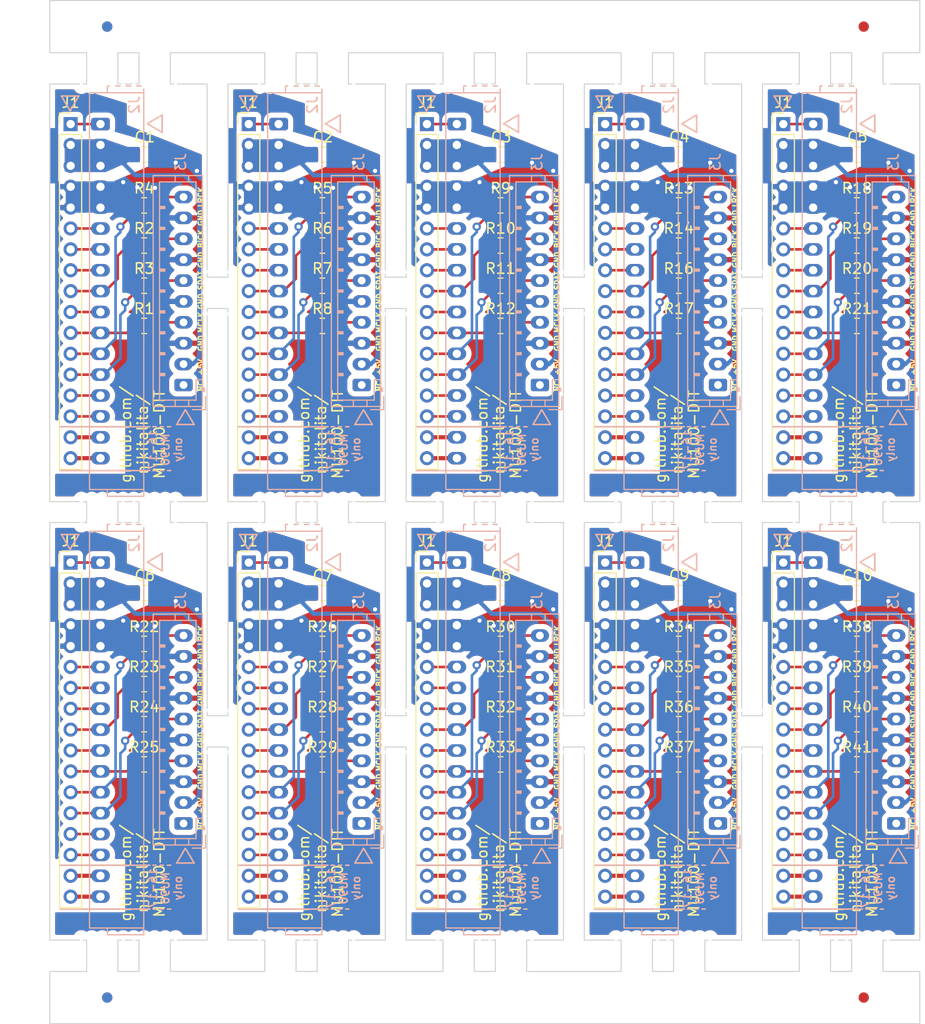
<source format=kicad_pcb>
(kicad_pcb (version 20211014) (generator pcbnew)
  (layers (0 "F.Cu" signal) (31 "B.Cu" signal) (34 "B.Paste" user) (35 "F.Paste" user) (36 "B.SilkS" user "B.Silkscreen") (37 "F.SilkS" user "F.Silkscreen") (38 "B.Mask" user) (39 "F.Mask" user) (44 "Edge.Cuts" user))
  (net 0 "")
  (net 1 "Board_0-+5V")
  (net 2 "Board_0-+9VA")
  (net 3 "Board_0-/BICK")
  (net 4 "Board_0-/CK256")
  (net 5 "Board_0-/DACOL")
  (net 6 "Board_0-/LRCK")
  (net 7 "Board_0-/MCLK")
  (net 8 "Board_0-/MEL00")
  (net 9 "Board_0-/QCLK")
  (net 10 "Board_0-/REA")
  (net 11 "Board_0-/REB")
  (net 12 "Board_0-/RER")
  (net 13 "Board_0-/SDAT")
  (net 14 "Board_0-/SYOD")
  (net 15 "Board_0-/WCLK")
  (net 16 "Board_0-GND")
  (net 17 "Board_0-GNDA")
  (net 18 "Board_0-Net-(J1-Pad10)")
  (net 19 "Board_0-Net-(J1-Pad6)")
  (net 20 "Board_0-unconnected-(J3-Pad1)")
  (net 21 "Board_1-+5V")
  (net 22 "Board_1-+9VA")
  (net 23 "Board_1-/BICK")
  (net 24 "Board_1-/CK256")
  (net 25 "Board_1-/DACOL")
  (net 26 "Board_1-/LRCK")
  (net 27 "Board_1-/MCLK")
  (net 28 "Board_1-/MEL00")
  (net 29 "Board_1-/QCLK")
  (net 30 "Board_1-/REA")
  (net 31 "Board_1-/REB")
  (net 32 "Board_1-/RER")
  (net 33 "Board_1-/SDAT")
  (net 34 "Board_1-/SYOD")
  (net 35 "Board_1-/WCLK")
  (net 36 "Board_1-GND")
  (net 37 "Board_1-GNDA")
  (net 38 "Board_1-Net-(J1-Pad10)")
  (net 39 "Board_1-Net-(J1-Pad6)")
  (net 40 "Board_1-unconnected-(J3-Pad1)")
  (net 41 "Board_2-+5V")
  (net 42 "Board_2-+9VA")
  (net 43 "Board_2-/BICK")
  (net 44 "Board_2-/CK256")
  (net 45 "Board_2-/DACOL")
  (net 46 "Board_2-/LRCK")
  (net 47 "Board_2-/MCLK")
  (net 48 "Board_2-/MEL00")
  (net 49 "Board_2-/QCLK")
  (net 50 "Board_2-/REA")
  (net 51 "Board_2-/REB")
  (net 52 "Board_2-/RER")
  (net 53 "Board_2-/SDAT")
  (net 54 "Board_2-/SYOD")
  (net 55 "Board_2-/WCLK")
  (net 56 "Board_2-GND")
  (net 57 "Board_2-GNDA")
  (net 58 "Board_2-Net-(J1-Pad10)")
  (net 59 "Board_2-Net-(J1-Pad6)")
  (net 60 "Board_2-unconnected-(J3-Pad1)")
  (net 61 "Board_3-+5V")
  (net 62 "Board_3-+9VA")
  (net 63 "Board_3-/BICK")
  (net 64 "Board_3-/CK256")
  (net 65 "Board_3-/DACOL")
  (net 66 "Board_3-/LRCK")
  (net 67 "Board_3-/MCLK")
  (net 68 "Board_3-/MEL00")
  (net 69 "Board_3-/QCLK")
  (net 70 "Board_3-/REA")
  (net 71 "Board_3-/REB")
  (net 72 "Board_3-/RER")
  (net 73 "Board_3-/SDAT")
  (net 74 "Board_3-/SYOD")
  (net 75 "Board_3-/WCLK")
  (net 76 "Board_3-GND")
  (net 77 "Board_3-GNDA")
  (net 78 "Board_3-Net-(J1-Pad10)")
  (net 79 "Board_3-Net-(J1-Pad6)")
  (net 80 "Board_3-unconnected-(J3-Pad1)")
  (net 81 "Board_4-+5V")
  (net 82 "Board_4-+9VA")
  (net 83 "Board_4-/BICK")
  (net 84 "Board_4-/CK256")
  (net 85 "Board_4-/DACOL")
  (net 86 "Board_4-/LRCK")
  (net 87 "Board_4-/MCLK")
  (net 88 "Board_4-/MEL00")
  (net 89 "Board_4-/QCLK")
  (net 90 "Board_4-/REA")
  (net 91 "Board_4-/REB")
  (net 92 "Board_4-/RER")
  (net 93 "Board_4-/SDAT")
  (net 94 "Board_4-/SYOD")
  (net 95 "Board_4-/WCLK")
  (net 96 "Board_4-GND")
  (net 97 "Board_4-GNDA")
  (net 98 "Board_4-Net-(J1-Pad10)")
  (net 99 "Board_4-Net-(J1-Pad6)")
  (net 100 "Board_4-unconnected-(J3-Pad1)")
  (net 101 "Board_5-+5V")
  (net 102 "Board_5-+9VA")
  (net 103 "Board_5-/BICK")
  (net 104 "Board_5-/CK256")
  (net 105 "Board_5-/DACOL")
  (net 106 "Board_5-/LRCK")
  (net 107 "Board_5-/MCLK")
  (net 108 "Board_5-/MEL00")
  (net 109 "Board_5-/QCLK")
  (net 110 "Board_5-/REA")
  (net 111 "Board_5-/REB")
  (net 112 "Board_5-/RER")
  (net 113 "Board_5-/SDAT")
  (net 114 "Board_5-/SYOD")
  (net 115 "Board_5-/WCLK")
  (net 116 "Board_5-GND")
  (net 117 "Board_5-GNDA")
  (net 118 "Board_5-Net-(J1-Pad10)")
  (net 119 "Board_5-Net-(J1-Pad6)")
  (net 120 "Board_5-unconnected-(J3-Pad1)")
  (net 121 "Board_6-+5V")
  (net 122 "Board_6-+9VA")
  (net 123 "Board_6-/BICK")
  (net 124 "Board_6-/CK256")
  (net 125 "Board_6-/DACOL")
  (net 126 "Board_6-/LRCK")
  (net 127 "Board_6-/MCLK")
  (net 128 "Board_6-/MEL00")
  (net 129 "Board_6-/QCLK")
  (net 130 "Board_6-/REA")
  (net 131 "Board_6-/REB")
  (net 132 "Board_6-/RER")
  (net 133 "Board_6-/SDAT")
  (net 134 "Board_6-/SYOD")
  (net 135 "Board_6-/WCLK")
  (net 136 "Board_6-GND")
  (net 137 "Board_6-GNDA")
  (net 138 "Board_6-Net-(J1-Pad10)")
  (net 139 "Board_6-Net-(J1-Pad6)")
  (net 140 "Board_6-unconnected-(J3-Pad1)")
  (net 141 "Board_7-+5V")
  (net 142 "Board_7-+9VA")
  (net 143 "Board_7-/BICK")
  (net 144 "Board_7-/CK256")
  (net 145 "Board_7-/DACOL")
  (net 146 "Board_7-/LRCK")
  (net 147 "Board_7-/MCLK")
  (net 148 "Board_7-/MEL00")
  (net 149 "Board_7-/QCLK")
  (net 150 "Board_7-/REA")
  (net 151 "Board_7-/REB")
  (net 152 "Board_7-/RER")
  (net 153 "Board_7-/SDAT")
  (net 154 "Board_7-/SYOD")
  (net 155 "Board_7-/WCLK")
  (net 156 "Board_7-GND")
  (net 157 "Board_7-GNDA")
  (net 158 "Board_7-Net-(J1-Pad10)")
  (net 159 "Board_7-Net-(J1-Pad6)")
  (net 160 "Board_7-unconnected-(J3-Pad1)")
  (net 161 "Board_8-+5V")
  (net 162 "Board_8-+9VA")
  (net 163 "Board_8-/BICK")
  (net 164 "Board_8-/CK256")
  (net 165 "Board_8-/DACOL")
  (net 166 "Board_8-/LRCK")
  (net 167 "Board_8-/MCLK")
  (net 168 "Board_8-/MEL00")
  (net 169 "Board_8-/QCLK")
  (net 170 "Board_8-/REA")
  (net 171 "Board_8-/REB")
  (net 172 "Board_8-/RER")
  (net 173 "Board_8-/SDAT")
  (net 174 "Board_8-/SYOD")
  (net 175 "Board_8-/WCLK")
  (net 176 "Board_8-GND")
  (net 177 "Board_8-GNDA")
  (net 178 "Board_8-Net-(J1-Pad10)")
  (net 179 "Board_8-Net-(J1-Pad6)")
  (net 180 "Board_8-unconnected-(J3-Pad1)")
  (net 181 "Board_9-+5V")
  (net 182 "Board_9-+9VA")
  (net 183 "Board_9-/BICK")
  (net 184 "Board_9-/CK256")
  (net 185 "Board_9-/DACOL")
  (net 186 "Board_9-/LRCK")
  (net 187 "Board_9-/MCLK")
  (net 188 "Board_9-/MEL00")
  (net 189 "Board_9-/QCLK")
  (net 190 "Board_9-/REA")
  (net 191 "Board_9-/REB")
  (net 192 "Board_9-/RER")
  (net 193 "Board_9-/SDAT")
  (net 194 "Board_9-/SYOD")
  (net 195 "Board_9-/WCLK")
  (net 196 "Board_9-GND")
  (net 197 "Board_9-GNDA")
  (net 198 "Board_9-Net-(J1-Pad10)")
  (net 199 "Board_9-Net-(J1-Pad6)")
  (net 200 "Board_9-unconnected-(J3-Pad1)")
  (footprint "NPTH" (layer "F.Cu") (at 29.875 42)
    (fp_text reference "REF**" hide)
    (fp_text value "NPTH" hide)
  )
  (footprint "NPTH" (layer "F.Cu") (at 46.95 41)
    (fp_text reference "REF**" hide)
    (fp_text value "NPTH" hide)
  )
  (footprint "NPTH" (layer "F.Cu") (at 91.35 104.8)
    (fp_text reference "REF**" hide)
    (fp_text value "NPTH" hide)
  )
  (footprint "NPTH" (layer "F.Cu") (at 54.175 65.2)
    (fp_text reference "REF**" hide)
    (fp_text value "NPTH" hide)
  )
  (footprint "NPTH" (layer "F.Cu") (at 41.125 62.8)
    (fp_text reference "REF**" hide)
    (fp_text value "NPTH" hide)
  )
  (footprint "NPTH" (layer "F.Cu") (at 73.25 23.2)
    (fp_text reference "REF**" hide)
    (fp_text value "NPTH" hide)
  )
  (footprint "NPTH" (layer "F.Cu") (at 37.1 62.8)
    (fp_text reference "REF**" hide)
    (fp_text value "NPTH" hide)
  )
  (footprint "NPTH" (layer "F.Cu") (at 41.125 104.8)
    (fp_text reference "REF**" hide)
    (fp_text value "NPTH" hide)
  )
  (footprint "Resistor_SMD:R_0805_2012Metric_Pad1.20x1.40mm_HandSolder" (layer "F.Cu") (at 58.199 42.318332)
    (fp_text reference "R11")
    (fp_text value "27" hide)
  )
  (footprint "NPTH" (layer "F.Cu") (at 53.175 23.2)
    (fp_text reference "REF**" hide)
    (fp_text value "NPTH" hide)
  )
  (footprint "NPTH" (layer "F.Cu") (at 29.875 44)
    (fp_text reference "REF**" hide)
    (fp_text value "NPTH" hide)
  )
  (footprint "NPTH" (layer "F.Cu") (at 56.175 62.8)
    (fp_text reference "REF**" hide)
    (fp_text value "NPTH" hide)
  )
  (footprint "NPTH" (layer "F.Cu") (at 64.025 41)
    (fp_text reference "REF**" hide)
    (fp_text value "NPTH" hide)
  )
  (footprint "Resistor_SMD:R_0805_2012Metric_Pad1.20x1.40mm_HandSolder" (layer "F.Cu") (at 24.049 38.471666)
    (fp_text reference "R2")
    (fp_text value "47" hide)
  )
  (footprint "Connector_PinHeader_2.00mm:PinHeader_1x17_P2.00mm_Vertical" (layer "F.Cu") (at 16.995 68.835)
    (fp_text reference "J1")
    (fp_text value "Conn_01x17_Male")
  )
  (footprint "Resistor_SMD:R_0805_2012Metric_Pad1.20x1.40mm_HandSolder" (layer "F.Cu") (at 92.349 34.625)
    (fp_text reference "R18")
    (fp_text value "0" hide)
  )
  (footprint "NPTH" (layer "F.Cu") (at 36.1 62.8)
    (fp_text reference "REF**" hide)
    (fp_text value "NPTH" hide)
  )
  (footprint "NPTH" (layer "F.Cu") (at 57.2 104.8)
    (fp_text reference "REF**" hide)
    (fp_text value "NPTH" hide)
  )
  (footprint "Capacitor_SMD:C_0805_2012Metric_Pad1.18x1.45mm_HandSolder" (layer "F.Cu") (at 75.324 71.7558)
    (fp_text reference "C9")
    (fp_text value "0.1u/35V")
  )
  (footprint "NPTH" (layer "F.Cu") (at 37.1 23.2)
    (fp_text reference "REF**" hide)
    (fp_text value "NPTH" hide)
  )
  (footprint "NPTH" (layer "F.Cu") (at 78.275 23.2)
    (fp_text reference "REF**" hide)
    (fp_text value "NPTH" hide)
  )
  (footprint "NPTH" (layer "F.Cu") (at 52.175 104.8)
    (fp_text reference "REF**" hide)
    (fp_text value "NPTH" hide)
  )
  (footprint "NPTH" (layer "F.Cu") (at 35.1 104.8)
    (fp_text reference "REF**" hide)
    (fp_text value "NPTH" hide)
  )
  (footprint "NPTH" (layer "F.Cu") (at 88.325 62.8)
    (fp_text reference "REF**" hide)
    (fp_text value "NPTH" hide)
  )
  (footprint "NPTH" (layer "F.Cu") (at 83.5 85)
    (fp_text reference "REF**" hide)
    (fp_text value "NPTH" hide)
  )
  (footprint "Resistor_SMD:R_0805_2012Metric_Pad1.20x1.40mm_HandSolder" (layer "F.Cu") (at 75.274 76.625)
    (fp_text reference "R34")
    (fp_text value "120" hide)
  )
  (footprint "Capacitor_SMD:C_0805_2012Metric_Pad1.18x1.45mm_HandSolder" (layer "F.Cu") (at 24.099 71.7558)
    (fp_text reference "C6")
    (fp_text value "0.1u/35V")
  )
  (footprint "NPTH" (layer "F.Cu") (at 57.2 23.2)
    (fp_text reference "REF**" hide)
    (fp_text value "NPTH" hide)
  )
  (footprint "NPTH" (layer "F.Cu") (at 87.325 104.8)
    (fp_text reference "REF**" hide)
    (fp_text value "NPTH" hide)
  )
  (footprint "NPTH" (layer "F.Cu") (at 64.025 86)
    (fp_text reference "REF**" hide)
    (fp_text value "NPTH" hide)
  )
  (footprint "NPTH" (layer "F.Cu") (at 94.35 62.8)
    (fp_text reference "REF**" hide)
    (fp_text value "NPTH" hide)
  )
  (footprint "NPTH" (layer "F.Cu") (at 95.35 65.2)
    (fp_text reference "REF**" hide)
    (fp_text value "NPTH" hide)
  )
  (footprint "NPTH" (layer "F.Cu") (at 83.5 86)
    (fp_text reference "REF**" hide)
    (fp_text value "NPTH" hide)
  )
  (footprint "NPTH" (layer "F.Cu") (at 32.275 86)
    (fp_text reference "REF**" hide)
    (fp_text value "NPTH" hide)
  )
  (footprint "NPTH" (layer "F.Cu") (at 32.275 41)
    (fp_text reference "REF**" hide)
    (fp_text value "NPTH" hide)
  )
  (footprint "NPTH" (layer "F.Cu") (at 38.1 23.2)
    (fp_text reference "REF**" hide)
    (fp_text value "NPTH" hide)
  )
  (footprint "NPTH" (layer "F.Cu") (at 19.025 23.2)
    (fp_text reference "REF**" hide)
    (fp_text value "NPTH" hide)
  )
  (footprint "Capacitor_SMD:C_0805_2012Metric_Pad1.18x1.45mm_HandSolder" (layer "F.Cu") (at 92.399 29.7558)
    (fp_text reference "C5")
    (fp_text value "0.1u/35V")
  )
  (footprint "NPTH" (layer "F.Cu") (at 26.05 104.8)
    (fp_text reference "REF**" hide)
    (fp_text value "NPTH" hide)
  )
  (footprint "NPTH" (layer "F.Cu") (at 32.275 45)
    (fp_text reference "REF**" hide)
    (fp_text value "NPTH" hide)
  )
  (footprint "NPTH" (layer "F.Cu") (at 56.175 65.2)
    (fp_text reference "REF**" hide)
    (fp_text value "NPTH" hide)
  )
  (footprint "Capacitor_SMD:C_0805_2012Metric_Pad1.18x1.45mm_HandSolder" (layer "F.Cu") (at 58.249 71.7558)
    (fp_text reference "C8")
    (fp_text value "0.1u/35V")
  )
  (footprint "NPTH" (layer "F.Cu") (at 39.1 23.2)
    (fp_text reference "REF**" hide)
    (fp_text value "NPTH" hide)
  )
  (footprint "NPTH" (layer "F.Cu") (at 52.175 65.2)
    (fp_text reference "REF**" hide)
    (fp_text value "NPTH" hide)
  )
  (footprint "NPTH" (layer "F.Cu") (at 56.175 23.2)
    (fp_text reference "REF**" hide)
    (fp_text value "NPTH" hide)
  )
  (footprint "NPTH" (layer "F.Cu") (at 81.1 83)
    (fp_text reference "REF**" hide)
    (fp_text value "NPTH" hide)
  )
  (footprint "NPTH" (layer "F.Cu") (at 44.125 65.2)
    (fp_text reference "REF**" hide)
    (fp_text value "NPTH" hide)
  )
  (footprint "NPTH" (layer "F.Cu") (at 55.175 62.8)
    (fp_text reference "REF**" hide)
    (fp_text value "NPTH" hide)
  )
  (footprint "NPTH" (layer "F.Cu") (at 83.5 83)
    (fp_text reference "REF**" hide)
    (fp_text value "NPTH" hide)
  )
  (footprint "NPTH" (layer "F.Cu") (at 81.1 86)
    (fp_text reference "REF**" hide)
    (fp_text value "NPTH" hide)
  )
  (footprint "NPTH" (layer "F.Cu") (at 24.05 23.2)
    (fp_text reference "REF**" hide)
    (fp_text value "NPTH" hide)
  )
  (footprint "NPTH" (layer "F.Cu") (at 36.1 23.2)
    (fp_text reference "REF**" hide)
    (fp_text value "NPTH" hide)
  )
  (footprint "NPTH" (layer "F.Cu") (at 66.425 43)
    (fp_text reference "REF**" hide)
    (fp_text value "NPTH" hide)
  )
  (footprint "NPTH" (layer "F.Cu") (at 81.1 41)
    (fp_text reference "REF**" hide)
    (fp_text value "NPTH" hide)
  )
  (footprint "NPTH" (layer "F.Cu") (at 76.275 65.2)
    (fp_text reference "REF**" hide)
    (fp_text value "NPTH" hide)
  )
  (footprint "NPTH" (layer "F.Cu") (at 87.325 65.2)
    (fp_text reference "REF**" hide)
    (fp_text value "NPTH" hide)
  )
  (footprint "NPTH" (layer "F.Cu") (at 61.2 23.2)
    (fp_text reference "REF**" hide)
    (fp_text value "NPTH" hide)
  )
  (footprint "NPTH" (layer "F.Cu") (at 83.5 84)
    (fp_text reference "REF**" hide)
    (fp_text value "NPTH" hide)
  )
  (footprint "NPTH" (layer "F.Cu") (at 22.025 23.2)
    (fp_text reference "REF**" hide)
    (fp_text value "NPTH" hide)
  )
  (footprint "NPTH" (layer "F.Cu") (at 32.275 44)
    (fp_text reference "REF**" hide)
    (fp_text value "NPTH" hide)
  )
  (footprint "NPTH" (layer "F.Cu") (at 29.875 86)
    (fp_text reference "REF**" hide)
    (fp_text value "NPTH" hide)
  )
  (footprint "NPTH" (layer "F.Cu") (at 40.125 62.8)
    (fp_text reference "REF**" hide)
    (fp_text value "NPTH" hide)
  )
  (footprint "Fiducial" (layer "F.Cu") (at 93 17.5)
    (fp_text reference "REF**" hide)
    (fp_text value "Fiducial" hide)
  )
  (footprint "Resistor_SMD:R_0805_2012Metric_Pad1.20x1.40mm_HandSolder" (layer "F.Cu") (at 75.274 42.318332)
    (fp_text reference "R16")
    (fp_text value "15" hide)
  )
  (footprint "Resistor_SMD:R_0805_2012Metric_Pad1.20x1.40mm_HandSolder" (layer "F.Cu") (at 24.049 76.625)
    (fp_text reference "R22")
    (fp_text value "56" hide)
  )
  (footprint "NPTH" (layer "F.Cu") (at 92.35 104.8)
    (fp_text reference "REF**" hide)
    (fp_text value "NPTH" hide)
  )
  (footprint "NPTH" (layer "F.Cu") (at 54.175 62.8)
    (fp_text reference "REF**" hide)
    (fp_text value "NPTH" hide)
  )
  (footprint "NPTH" (layer "F.Cu") (at 75.275 62.8)
    (fp_text reference "REF**" hide)
    (fp_text value "NPTH" hide)
  )
  (footprint "Connector_PinHeader_2.00mm:PinHeader_1x17_P2.00mm_Vertical" (layer "F.Cu") (at 16.995 26.835)
    (fp_text reference "J1")
    (fp_text value "Conn_01x17_Male")
  )
  (footprint "Capacitor_SMD:C_0805_2012Metric_Pad1.18x1.45mm_HandSolder" (layer "F.Cu") (at 24.099 29.7558)
    (fp_text reference "C1")
    (fp_text value "0.1u/35V")
  )
  (footprint "NPTH" (layer "F.Cu") (at 71.25 104.8)
    (fp_text reference "REF**" hide)
    (fp_text value "NPTH" hide)
  )
  (footprint "Resistor_SMD:R_0805_2012Metric_Pad1.20x1.40mm_HandSolder" (layer "F.Cu") (at 58.199 80.471666)
    (fp_text reference "R31")
    (fp_text value "100" hide)
  )
  (footprint "NPTH" (layer "F.Cu") (at 49.35 86)
    (fp_text reference "REF**" hide)
    (fp_text value "NPTH" hide)
  )
  (footprint "Resistor_SMD:R_0805_2012Metric_Pad1.20x1.40mm_HandSolder" (layer "F.Cu") (at 92.349 88.165)
    (fp_text reference "R41")
    (fp_text value "150" hide)
  )
  (footprint "NPTH" (layer "F.Cu") (at 35.1 65.2)
    (fp_text reference "REF**" hide)
    (fp_text value "NPTH" hide)
  )
  (footprint "NPTH" (layer "F.Cu") (at 39.1 62.8)
    (fp_text reference "REF**" hide)
    (fp_text value "NPTH" hide)
  )
  (footprint "NPTH" (layer "F.Cu") (at 35.1 23.2)
    (fp_text reference "REF**" hide)
    (fp_text value "NPTH" hide)
  )
  (footprint "NPTH" (layer "F.Cu") (at 95.35 104.8)
    (fp_text reference "REF**" hide)
    (fp_text value "NPTH" hide)
  )
  (footprint "NPTH" (layer "F.Cu") (at 64.025 43)
    (fp_text reference "REF**" hide)
    (fp_text value "NPTH" hide)
  )
  (footprint "NPTH" (layer "F.Cu") (at 24.05 104.8)
    (fp_text reference "REF**" hide)
    (fp_text value "NPTH" hide)
  )
  (footprint "NPTH" (layer "F.Cu") (at 29.875 83)
    (fp_text reference "REF**" hide)
    (fp_text value "NPTH" hide)
  )
  (footprint "NPTH" (layer "F.Cu") (at 19.025 65.2)
    (fp_text reference "REF**" hide)
    (fp_text value "NPTH" hide)
  )
  (footprint "NPTH" (layer "F.Cu") (at 27.05 62.8)
    (fp_text reference "REF**" hide)
    (fp_text value "NPTH" hide)
  )
  (footprint "NPTH" (layer "F.Cu") (at 83.5 41)
    (fp_text reference "REF**" hide)
    (fp_text value "NPTH" hide)
  )
  (footprint "NPTH" (layer "F.Cu") (at 27.05 23.2)
    (fp_text reference "REF**" hide)
    (fp_text value "NPTH" hide)
  )
  (footprint "NPTH" (layer "F.Cu") (at 29.875 45)
    (fp_text reference "REF**" hide)
    (fp_text value "NPTH" hide)
  )
  (footprint "NPTH" (layer "F.Cu") (at 24.05 62.8)
    (fp_text reference "REF**" hide)
    (fp_text value "NPTH" hide)
  )
  (footprint "NPTH" (layer "F.Cu") (at 90.325 62.8)
    (fp_text reference "REF**" hide)
    (fp_text value "NPTH" hide)
  )
  (footprint "NPTH" (layer "F.Cu") (at 92.35 65.2)
    (fp_text reference "REF**" hide)
    (fp_text value "NPTH" hide)
  )
  (footprint "NPTH" (layer "F.Cu") (at 88.325 23.2)
    (fp_text reference "REF**" hide)
    (fp_text value "NPTH" hide)
  )
  (footprint "NPTH" (layer "F.Cu") (at 78.275 104.8)
    (fp_text reference "REF**" hide)
    (fp_text value "NPTH" hide)
  )
  (footprint "NPTH" (layer "F.Cu") (at 73.25 62.8)
    (fp_text reference "REF**" hide)
    (fp_text value "NPTH" hide)
  )
  (footprint "NPTH" (layer "F.Cu") (at 90.325 104.8)
    (fp_text reference "REF**" hide)
    (fp_text value "NPTH" hide)
  )
  (footprint "NPTH" (layer "F.Cu") (at 60.2 62.8)
    (fp_text reference "REF**" hide)
    (fp_text value "NPTH" hide)
  )
  (footprint "NPTH" (layer "F.Cu") (at 49.35 45)
    (fp_text reference "REF**" hide)
    (fp_text value "NPTH" hide)
  )
  (footprint "NPTH" (layer "F.Cu") (at 78.275 65.2)
    (fp_text reference "REF**" hide)
    (fp_text value "NPTH" hide)
  )
  (footprint "NPTH" (layer "F.Cu") (at 21.025 62.8)
    (fp_text reference "REF**" hide)
    (fp_text value "NPTH" hide)
  )
  (footprint "NPTH" (layer "F.Cu") (at 36.1 65.2)
    (fp_text reference "REF**" hide)
    (fp_text value "NPTH" hide)
  )
  (footprint "NPTH" (layer "F.Cu") (at 46.95 83)
    (fp_text reference "REF**" hide)
    (fp_text value "NPTH" hide)
  )
  (footprint "Connector_PinHeader_2.00mm:PinHeader_1x17_P2.00mm_Vertical" (layer "F.Cu") (at 85.295 68.835)
    (fp_text reference "J1")
    (fp_text value "Conn_01x17_Male")
  )
  (footprint "NPTH" (layer "F.Cu") (at 61.2 65.2)
    (fp_text reference "REF**" hide)
    (fp_text value "NPTH" hide)
  )
  (footprint "NPTH" (layer "F.Cu") (at 29.875 87)
    (fp_text reference "REF**" hide)
    (fp_text value "NPTH" hide)
  )
  (footprint "NPTH" (layer "F.Cu") (at 64.025 45)
    (fp_text reference "REF**" hide)
    (fp_text value "NPTH" hide)
  )
  (footprint "Connector_PinHeader_2.00mm:PinHeader_1x17_P2.00mm_Vertical" (layer "F.Cu") (at 34.07 26.835)
    (fp_text reference "J1")
    (fp_text value "Conn_01x17_Male")
  )
  (footprint "Resistor_SMD:R_0805_2012Metric_Pad1.20x1.40mm_HandSolder" (layer "F.Cu") (at 41.124 80.471666)
    (fp_text reference "R27")
    (fp_text value "75" hide)
  )
  (footprint "Connector_PinHeader_2.00mm:PinHeader_1x17_P2.00mm_Vertical" (layer "F.Cu") (at 68.22 26.835)
    (fp_text reference "J1")
    (fp_text value "Conn_01x17_Male")
  )
  (footprint "NPTH" (layer "F.Cu") (at 32.275 84)
    (fp_text reference "REF**" hide)
    (fp_text value "NPTH" hide)
  )
  (footprint "NPTH" (layer "F.Cu") (at 74.275 62.8)
    (fp_text reference "REF**" hide)
    (fp_text value "NPTH" hide)
  )
  (footprint "NPTH" (layer "F.Cu") (at 20.025 104.8)
    (fp_text reference "REF**" hide)
    (fp_text value "NPTH" hide)
  )
  (footprint "NPTH" (layer "F.Cu") (at 49.35 41)
    (fp_text reference "REF**" hide)
    (fp_text value "NPTH" hide)
  )
  (footprint "NPTH" (layer "F.Cu") (at 42.125 62.8)
    (fp_text reference "REF**" hide)
    (fp_text value "NPTH" hide)
  )
  (footprint "NPTH" (layer "F.Cu") (at 60.2 23.2)
    (fp_text reference "REF**" hide)
    (fp_text value "NPTH" hide)
  )
  (footprint "NPTH" (layer "F.Cu") (at 29.875 41)
    (fp_text reference "REF**" hide)
    (fp_text value "NPTH" hide)
  )
  (footprint "NPTH" (layer "F.Cu") (at 21.025 104.8)
    (fp_text reference "REF**" hide)
    (fp_text value "NPTH" hide)
  )
  (footprint "NPTH" (layer "F.Cu") (at 18.025 65.2)
    (fp_text reference "REF**" hide)
    (fp_text value "NPTH" hide)
  )
  (footprint "NPTH" (layer "F.Cu") (at 18.025 104.8)
    (fp_text reference "REF**" hide)
    (fp_text value "NPTH" hide)
  )
  (footprint "NPTH" (layer "F.Cu") (at 58.2 62.8)
    (fp_text reference "REF**" hide)
    (fp_text value "NPTH" hide)
  )
  (footprint "NPTH" (layer "F.Cu") (at 19.025 104.8)
    (fp_text reference "REF**" hide)
    (fp_text value "NPTH" hide)
  )
  (footprint "NPTH" (layer "F.Cu") (at 23.05 23.2)
    (fp_text reference "REF**" hide)
    (fp_text value "NPTH" hide)
  )
  (footprint "NPTH" (layer "F.Cu") (at 69.25 62.8)
    (fp_text reference "REF**" hide)
    (fp_text value "NPTH" hide)
  )
  (footprint "NPTH" (layer "F.Cu") (at 59.2 104.8)
    (fp_text reference "REF**" hide)
    (fp_text value "NPTH" hide)
  )
  (footprint "NPTH" (layer "F.Cu") (at 60.2 104.8)
    (fp_text reference "REF**" hide)
    (fp_text value "NPTH" hide)
  )
  (footprint "NPTH" (layer "F.Cu") (at 52.175 62.8)
    (fp_text reference "REF**" hide)
    (fp_text value "NPTH" hide)
  )
  (footprint "Connector_PinHeader_2.00mm:PinHeader_1x17_P2.00mm_Vertical" (layer "F.Cu") (at 51.145 68.835)
    (fp_text reference "J1")
    (fp_text value "Conn_01x17_Male")
  )
  (footprint "NPTH" (layer "F.Cu") (at 76.275 62.8)
    (fp_text reference "REF**" hide)
    (fp_text value "NPTH" hide)
  )
  (footprint "NPTH" (layer "F.Cu") (at 81.1 87)
    (fp_text reference "REF**" hide)
    (fp_text value "NPTH" hide)
  )
  (footprint "NPTH" (layer "F.Cu") (at 23.05 62.8)
    (fp_text reference "REF**" hide)
    (fp_text value "NPTH" hide)
  )
  (footprint "NPTH" (layer "F.Cu") (at 93.35 104.8)
    (fp_text reference "REF**" hide)
    (fp_text value "NPTH" hide)
  )
  (footprint "NPTH" (layer "F.Cu") (at 86.325 104.8)
    (fp_text reference "REF**" hide)
    (fp_text value "NPTH" hide)
  )
  (footprint "NPTH" (layer "F.Cu") (at 25.05 62.8)
    (fp_text reference "REF**" hide)
    (fp_text value "NPTH" hide)
  )
  (footprint "Fiducial" (layer "F.Cu") (at 93 110.5)
    (fp_text reference "REF**" hide)
    (fp_text value "Fiducial" hide)
  )
  (footprint "NPTH" (layer "F.Cu") (at 66.425 83)
    (fp_text reference "REF**" hide)
    (fp_text value "NPTH" hide)
  )
  (footprint "NPTH" (layer "F.Cu") (at 55.175 104.8)
    (fp_text reference "REF**" hide)
    (fp_text value "NPTH" hide)
  )
  (footprint "Resistor_SMD:R_0805_2012Metric_Pad1.20x1.40mm_HandSolder" (layer "F.Cu") (at 92.349 80.471666)
    (fp_text reference "R39")
    (fp_text value "150" hide)
  )
  (footprint "NPTH" (layer "F.Cu") (at 26.05 23.2)
    (fp_text reference "REF**" hide)
    (fp_text value "NPTH" hide)
  )
  (footprint "NPTH" (layer "F.Cu") (at 27.05 65.2)
    (fp_text reference "REF**" hide)
    (fp_text value "NPTH" hide)
  )
  (footprint "NPTH" (layer "F.Cu") (at 32.275 85)
    (fp_text reference "REF**" hide)
    (fp_text value "NPTH" hide)
  )
  (footprint "NPTH" (layer "F.Cu") (at 93.35 65.2)
    (fp_text reference "REF**" hide)
    (fp_text value "NPTH" hide)
  )
  (footprint "NPTH" (layer "F.Cu") (at 35.1 62.8)
    (fp_text reference "REF**" hide)
    (fp_text value "NPTH" hide)
  )
  (footprint "NPTH" (layer "F.Cu") (at 72.25 104.8)
    (fp_text reference "REF**" hide)
    (fp_text value "NPTH" hide)
  )
  (footprint "NPTH" (layer "F.Cu") (at 81.1 85)
    (fp_text reference "REF**" hide)
    (fp_text value "NPTH" hide)
  )
  (footprint "Resistor_SMD:R_0805_2012Metric_Pad1.20x1.40mm_HandSolder" (layer "F.Cu") (at 75.274 88.165)
    (fp_text reference "R37")
    (fp_text value "120" hide)
  )
  (footprint "Connector_PinHeader_2.00mm:PinHeader_1x17_P2.00mm_Vertical" (layer "F.Cu") (at 85.295 26.835)
    (fp_text reference "J1")
    (fp_text value "Conn_01x17_Male")
  )
  (footprint "NPTH" (layer "F.Cu") (at 91.35 23.2)
    (fp_text reference "REF**" hide)
    (fp_text value "NPTH" hide)
  )
  (footprint "Capacitor_SMD:C_0805_2012Metric_Pad1.18x1.45mm_HandSolder" (layer "F.Cu") (at 41.174 71.7558)
    (fp_text reference "C7")
    (fp_text value "0.1u/35V")
  )
  (footprint "NPTH" (layer "F.Cu") (at 18.025 62.8)
    (fp_text reference "REF**" hide)
    (fp_text value "NPTH" hide)
  )
  (footprint "Resistor_SMD:R_0805_2012Metric_Pad1.20x1.40mm_HandSolder" (layer "F.Cu") (at 58.199 76.625)
    (fp_text reference "R30")
    (fp_text value "100" hide)
  )
  (footprint "NPTH" (layer "F.Cu") (at 32.275 42)
    (fp_text reference "REF**" hide)
    (fp_text value "NPTH" hide)
  )
  (footprint "NPTH" (layer "F.Cu") (at 83.5 42)
    (fp_text reference "REF**" hide)
    (fp_text value "NPTH" hide)
  )
  (footprint "NPTH" (layer "F.Cu") (at 83.5 44)
    (fp_text reference "REF**" hide)
    (fp_text value "NPTH" hide)
  )
  (footprint "NPTH" (layer "F.Cu") (at 49.35 84)
    (fp_text reference "REF**" hide)
    (fp_text value "NPTH" hide)
  )
  (footprint "NPTH" (layer "F.Cu") (at 26.05 62.8)
    (fp_text reference "REF**" hide)
    (fp_text value "NPTH" hide)
  )
  (footprint "NPTH" (layer "F.Cu") (at 23.05 65.2)
    (fp_text reference "REF**" hide)
    (fp_text value "NPTH" hide)
  )
  (footprint "NPTH" (layer "F.Cu") (at 77.275 62.8)
    (fp_text reference "REF**" hide)
    (fp_text value "NPTH" hide)
  )
  (footprint "NPTH" (layer "F.Cu") (at 69.25 23.2)
    (fp_text reference "REF**" hide)
    (fp_text value "NPTH" hide)
  )
  (footprint "NPTH" (layer "F.Cu") (at 90.325 65.2)
    (fp_text reference "REF**" hide)
    (fp_text value "NPTH" hide)
  )
  (footprint "Resistor_SMD:R_0805_2012Metric_Pad1.20x1.40mm_HandSolder" (layer "F.Cu") (at 41.124 84.318332)
    (fp_text reference "R28")
    (fp_text value "75" hide)
  )
  (footprint "NPTH" (layer "F.Cu") (at 46.95 44)
    (fp_text reference "REF**" hide)
    (fp_text value "NPTH" hide)
  )
  (footprint "NPTH" (layer "F.Cu") (at 57.2 62.8)
    (fp_text reference "REF**" hide)
    (fp_text value "NPTH" hide)
  )
  (footprint "NPTH" (layer "F.Cu") (at 44.125 62.8)
    (fp_text reference "REF**" hide)
    (fp_text value "NPTH" hide)
  )
  (footprint "NPTH" (layer "F.Cu") (at 72.25 23.2)
    (fp_text reference "REF**" hide)
    (fp_text value "NPTH" hide)
  )
  (footprint "Resistor_SMD:R_0805_2012Metric_Pad1.20x1.40mm_HandSolder" (layer "F.Cu") (at 75.274 38.471666)
    (fp_text reference "R14")
    (fp_text value "15" hide)
  )
  (footprint "NPTH" (layer "F.Cu") (at 49.35 43)
    (fp_text reference "REF**" hide)
    (fp_text value "NPTH" hide)
  )
  (footprint "NPTH" (layer "F.Cu") (at 42.125 23.2)
    (fp_text reference "REF**" hide)
    (fp_text value "NPTH" hide)
  )
  (footprint "NPTH" (layer "F.Cu") (at 64.025 87)
    (fp_text reference "REF**" hide)
    (fp_text value "NPTH" hide)
  )
  (footprint "NPTH" (layer "F.Cu") (at 86.325 23.2)
    (fp_text reference "REF**" hide)
    (fp_text value "NPTH" hide)
  )
  (footprint "Resistor_SMD:R_0805_2012Metric_Pad1.20x1.40mm_HandSolder" (layer "F.Cu") (at 24.049 84.318332)
    (fp_text reference "R24")
    (fp_text value "56" hide)
  )
  (footprint "Connector_PinHeader_2.00mm:PinHeader_1x17_P2.00mm_Vertical" (layer "F.Cu") (at 51.145 26.835)
    (fp_text reference "J1")
    (fp_text value "Conn_01x17_Male")
  )
  (footprint "NPTH" (layer "F.Cu") (at 77.275 65.2)
    (fp_text reference "REF**" hide)
    (fp_text value "NPTH" hide)
  )
  (footprint "NPTH" (layer "F.Cu") (at 32.275 83)
    (fp_text reference "REF**" hide)
    (fp_text value "NPTH" hide)
  )
  (footprint "Resistor_SMD:R_0805_2012Metric_Pad1.20x1.40mm_HandSolder" (layer "F.Cu") (at 75.274 84.318332)
    (fp_text reference "R36")
    (fp_text value "120" hide)
  )
  (footprint "NPTH" (layer "F.Cu") (at 39.1 104.8)
    (fp_text reference "REF**" hide)
    (fp_text value "NPTH" hide)
  )
  (footprint "NPTH" (layer "F.Cu") (at 93.35 23.2)
    (fp_text reference "REF**" hide)
    (fp_text value "NPTH" hide)
  )
  (footprint "NPTH" (layer "F.Cu") (at 70.25 65.2)
    (fp_text reference "REF**" hide)
    (fp_text value "NPTH" hide)
  )
  (footprint "Fiducial" (layer "F.Cu") (at 20.5 17.5)
    (fp_text reference "REF**" hide)
    (fp_text value "Fiducial" hide)
  )
  (footprint "NPTH" (layer "F.Cu") (at 38.1 104.8)
    (fp_text reference "REF**" hide)
    (fp_text value "NPTH" hide)
  )
  (footprint "NPTH" (layer "F.Cu") (at 83.5 43)
    (fp_text reference "REF**" hide)
    (fp_text value "NPTH" hide)
  )
  (footprint "NPTH" (layer "F.Cu") (at 61.2 104.8)
    (fp_text reference "REF**" hide)
    (fp_text value "NPTH" hide)
  )
  (footprint "NPTH" (layer "F.Cu") (at 96 110.5)
    (fp_text reference "REF**" hide)
    (fp_text value "NPTH" hide)
  )
  (footprint "NPTH" (layer "F.Cu") (at 60.2 65.2)
    (fp_text reference "REF**" hide)
    (fp_text value "NPTH" hide)
  )
  (footprint "Resistor_SMD:R_0805_2012Metric_Pad1.20x1.40mm_HandSolder" (layer "F.Cu") (at 75.274 80.471666)
    (fp_text reference "R35")
    (fp_text value "120" hide)
  )
  (footprint "Resistor_SMD:R_0805_2012Metric_Pad1.20x1.40mm_HandSolder" (layer "F.Cu") (at 92.349 42.318332)
    (fp_text reference "R20")
    (fp_text value "0" hide)
  )
  (footprint "Resistor_SMD:R_0805_2012Metric_Pad1.20x1.40mm_HandSolder" (layer "F.Cu") (at 58.199 38.471666)
    (fp_text reference "R10")
    (fp_text value "27" hide)
  )
  (footprint "Resistor_SMD:R_0805_2012Metric_Pad1.20x1.40mm_HandSolder" (layer "F.Cu") (at 41.124 42.318332)
    (fp_text reference "R7")
    (fp_text value "33")
  )
  (footprint "Resistor_SMD:R_0805_2012Metric_Pad1.20x1.40mm_HandSolder" (layer "F.Cu") (at 58.199 34.625)
    (fp_text reference "R9")
    (fp_text value "27" hide)
  )
  (footprint "Resistor_SMD:R_0805_2012Metric_Pad1.20x1.40mm_HandSolder" (layer "F.Cu") (at 41.124 34.625)
    (fp_text reference "R5")
    (fp_text value "33")
  )
  (footprint "NPTH" (layer "F.Cu") (at 52.175 23.2)
    (fp_text reference "REF**" hide)
    (fp_text value "NPTH" hide)
  )
  (footprint "NPTH" (layer "F.Cu") (at 88.325 104.8)
    (fp_text reference "REF**" hide)
    (fp_text value "NPTH" hide)
  )
  (footprint "Resistor_SMD:R_0805_2012Metric_Pad1.20x1.40mm_HandSolder" (layer "F.Cu") (at 58.199 46.165)
    (fp_text reference "R12")
    (fp_text value "27" hide)
  )
  (footprint "NPTH" (layer "F.Cu") (at 41.125 65.2)
    (fp_text reference "REF**" hide)
    (fp_text value "NPTH" hide)
  )
  (footprint "NPTH" (layer "F.Cu") (at 46.95 86)
    (fp_text reference "REF**" hide)
    (fp_text value "NPTH" hide)
  )
  (footprint "Connector_PinHeader_2.00mm:PinHeader_1x17_P2.00mm_Vertical" (layer "F.Cu") (at 68.22 68.835)
    (fp_text reference "J1")
    (fp_text value "Conn_01x17_Male")
  )
  (footprint "NPTH" (layer "F.Cu") (at 49.35 87)
    (fp_text reference "REF**" hide)
    (fp_text value "NPTH" hide)
  )
  (footprint "NPTH" (layer "F.Cu") (at 81.1 43)
    (fp_text reference "REF**" hide)
    (fp_text value "NPTH" hide)
  )
  (footprint "NPTH" (layer "F.Cu") (at 42.125 65.2)
    (fp_text reference "REF**" hide)
    (fp_text value "NPTH" hide)
  )
  (footprint "NPTH" (layer "F.Cu") (at 46.95 84)
    (fp_text reference "REF**" hide)
    (fp_text value "NPTH" hide)
  )
  (footprint "NPTH" (layer "F.Cu") (at 40.125 65.2)
    (fp_text reference "REF**" hide)
    (fp_text value "NPTH" hide)
  )
  (footprint "Resistor_SMD:R_0805_2012Metric_Pad1.20x1.40mm_HandSolder" (layer "F.Cu") (at 92.349 76.625)
    (fp_text reference "R38")
    (fp_text value "150" hide)
  )
  (footprint "NPTH" (layer "F.Cu") (at 73.25 65.2)
    (fp_text reference "REF**" hide)
    (fp_text value "NPTH" hide)
  )
  (footprint "Fiducial" (layer "F.Cu") (at 20.5 110.5)
    (fp_text reference "REF**" hide)
    (fp_text value "Fiducial" hide)
  )
  (footprint "NPTH" (layer "F.Cu") (at 89.325 62.8)
    (fp_text reference "REF**" hide)
    (fp_text value "NPTH" hide)
  )
  (footprint "NPTH" (layer "F.Cu") (at 95.35 62.8)
    (fp_text reference "REF**" hide)
    (fp_text value "NPTH" hide)
  )
  (footprint "NPTH" (layer "F.Cu") (at 39.1 65.2)
    (fp_text reference "REF**" hide)
    (fp_text value "NPTH" hide)
  )
  (footprint "NPTH" (layer "F.Cu") (at 42.125 104.8)
    (fp_text reference "REF**" hide)
    (fp_text value "NPTH" hide)
  )
  (footprint "NPTH" (layer "F.Cu") (at 49.35 83)
    (fp_text reference "REF**" hide)
    (fp_text value "NPTH" hide)
  )
  (footprint "NPTH" (layer "F.Cu") (at 43.125 104.8)
    (fp_text reference "REF**" hide)
    (fp_text value "NPTH" hide)
  )
  (footprint "NPTH" (layer "F.Cu") (at 66.425 87)
    (fp_text reference "REF**" hide)
    (fp_text value "NPTH" hide)
  )
  (footprint "NPTH" (layer "F.Cu") (at 77.275 23.2)
    (fp_text reference "REF**" hide)
    (fp_text value "NPTH" hide)
  )
  (footprint "NPTH" (layer "F.Cu") (at 64.025 84)
    (fp_text reference "REF**" hide)
    (fp_text value "NPTH" hide)
  )
  (footprint "NPTH" (layer "F.Cu") (at 70.25 104.8)
    (fp_text reference "REF**" hide)
    (fp_text value "NPTH" hide)
  )
  (footprint "NPTH" (layer "F.Cu") (at 29.875 85)
    (fp_text reference "REF**" hide)
    (fp_text value "NPTH" hide)
  )
  (footprint "NPTH" (layer "F.Cu") (at 81.1 42)
    (fp_text reference "REF**" hide)
    (fp_text value "NPTH" hide)
  )
  (footprint "NPTH" (layer "F.Cu") (at 74.275 104.8)
    (fp_text reference "REF**" hide)
    (fp_text value "NPTH" hide)
  )
  (footprint "NPTH" (layer "F.Cu") (at 66.425 85)
    (fp_text reference "REF**" hide)
    (fp_text value "NPTH" hide)
  )
  (footprint "Resistor_SMD:R_0805_2012Metric_Pad1.20x1.40mm_HandSolder" (layer "F.Cu") (at 41.124 76.625)
    (fp_text reference "R26")
    (fp_text value "75" hide)
  )
  (footprint "NPTH" (layer "F.Cu") (at 49.35 85)
    (fp_text reference "REF**" hide)
    (fp_text value "NPTH" hide)
  )
  (footprint "Resistor_SMD:R_0805_2012Metric_Pad1.20x1.40mm_HandSolder" (layer "F.Cu") (at 92.349 46.165)
    (fp_text reference "R21")
    (fp_text value "0" hide)
  )
  (footprint "Capacitor_SMD:C_0805_2012Metric_Pad1.18x1.45mm_HandSolder" (layer "F.Cu") (at 92.399 71.7558)
    (fp_text reference "C10")
    (fp_text value "0.1u/35V")
  )
  (footprint "Capacitor_SMD:C_0805_2012Metric_Pad1.18x1.45mm_HandSolder" (layer "F.Cu") (at 75.324 29.7558)
    (fp_text reference "C4")
    (fp_text value "0.1u/35V")
  )
  (footprint "NPTH" (layer "F.Cu") (at 44.125 23.2)
    (fp_text reference "REF**" hide)
    (fp_text value "NPTH" hide)
  )
  (footprint "NPTH" (layer "F.Cu") (at 77.275 104.8)
    (fp_text reference "REF**" hide)
    (fp_text value "NPTH" hide)
  )
  (footprint "NPTH" (layer "F.Cu") (at 64.025 85)
    (fp_text reference "REF**" hide)
    (fp_text value "NPTH" hide)
  )
  (footprint "NPTH" (layer "F.Cu") (at 27.05 104.8)
    (fp_text reference "REF**" hide)
    (fp_text value "NPTH" hide)
  )
  (footprint "Capacitor_SMD:C_0805_2012Metric_Pad1.18x1.45mm_HandSolder" (layer "F.Cu") (at 41.174 29.7558)
    (fp_text reference "C2")
    (fp_text value "0.1u/35V")
  )
  (footprint "NPTH" (layer "F.Cu") (at 75.275 23.2)
    (fp_text reference "REF**" hide)
    (fp_text value "NPTH" hide)
  )
  (footprint "NPTH" (layer "F.Cu") (at 91.35 65.2)
    (fp_text reference "REF**" hide)
    (fp_text value "NPTH" hide)
  )
  (footprint "NPTH" (layer "F.Cu") (at 53.175 62.8)
    (fp_text reference "REF**" hide)
    (fp_text value "NPTH" hide)
  )
  (footprint "NPTH" (layer "F.Cu") (at 64.025 83)
    (fp_text reference "REF**" hide)
    (fp_text value "NPTH" hide)
  )
  (footprint "NPTH" (layer "F.Cu") (at 89.325 23.2)
    (fp_text reference "REF**" hide)
    (fp_text value "NPTH" hide)
  )
  (footprint "NPTH" (layer "F.Cu") (at 83.5 45)
    (fp_text reference "REF**" hide)
    (fp_text value "NPTH" hide)
  )
  (footprint "NPTH" (layer "F.Cu") (at 59.2 23.2)
    (fp_text reference "REF**" hide)
    (fp_text value "NPTH" hide)
  )
  (footprint "Resistor_SMD:R_0805_2012Metric_Pad1.20x1.40mm_HandSolder" (layer "F.Cu") (at 41.124 38.471666)
    (fp_text reference "R6")
    (fp_text value "33")
  )
  (footprint "NPTH" (layer "F.Cu") (at 23.05 104.8)
    (fp_text reference "REF**" hide)
    (fp_text value "NPTH" hide)
  )
  (footprint "NPTH" (layer "F.Cu") (at 53.175 65.2)
    (fp_text reference "REF**" hide)
    (fp_text value "NPTH" hide)
  )
  (footprint "NPTH" (layer "F.Cu") (at 66.425 42)
    (fp_text reference "REF**" hide)
    (fp_text value "NPTH" hide)
  )
  (footprint "NPTH" (layer "F.Cu") (at 25.05 104.8)
    (fp_text reference "REF**" hide)
    (fp_text value "NPTH" hide)
  )
  (footprint "NPTH" (layer "F.Cu") (at 69.25 104.8)
    (fp_text reference "REF**" hide)
    (fp_text value "NPTH" hide)
  )
  (footprint "NPTH" (layer "F.Cu") (at 20.025 65.2)
    (fp_text reference "REF**" hide)
    (fp_text value "NPTH" hide)
  )
  (footprint "NPTH" (layer "F.Cu") (at 81.1 45)
    (fp_text reference "REF**" hide)
    (fp_text value "NPTH" hide)
  )
  (footprint "NPTH" (layer "F.Cu") (at 86.325 62.8)
    (fp_text reference "REF**" hide)
    (fp_text value "NPTH" hide)
  )
  (footprint "Resistor_SMD:R_0805_2012Metric_Pad1.20x1.40mm_HandSolder" (layer "F.Cu") (at 41.124 88.165)
    (fp_text reference "R29")
    (fp_text value "75" hide)
  )
  (footprint "NPTH" (layer "F.Cu") (at 43.125 23.2)
    (fp_text reference "REF**" hide)
    (fp_text value "NPTH" hide)
  )
  (footprint "NPTH" (layer "F.Cu") (at 64.025 42)
    (fp_text reference "REF**" hide)
    (fp_text value "NPTH" hide)
  )
  (footprint "NPTH" (layer "F.Cu") (at 59.2 62.8)
    (fp_text reference "REF**" hide)
    (fp_text value "NPTH" hide)
  )
  (footprint "NPTH" (layer "F.Cu") (at 75.275 104.8)
    (fp_text reference "REF**" hide)
    (fp_text value "NPTH" hide)
  )
  (footprint "NPTH" (layer "F.Cu") (at 58.2 104.8)
    (fp_text reference "REF**" hide)
    (fp_text value "NPTH" hide)
  )
  (footprint "Resistor_SMD:R_0805_2012Metric_Pad1.20x1.40mm_HandSolder" (layer "F.Cu") (at 58.199 88.165)
    (fp_text reference "R33")
    (fp_text value "100" hide)
  )
  (footprint "NPTH" (layer "F.Cu") (at 40.125 23.2)
    (fp_text reference "REF**" hide)
    (fp_text value "NPTH" hide)
  )
  (footprint "NPTH" (layer "F.Cu") (at 61.2 62.8)
    (fp_text reference "REF**" hide)
    (fp_text value "NPTH" hide)
  )
  (footprint "Resistor_SMD:R_0805_2012Metric_Pad1.20x1.40mm_HandSolder" (layer "F.Cu") (at 24.049 46.165)
    (fp_text reference "R1")
    (fp_text value "47" hide)
  )
  (footprint "NPTH" (layer "F.Cu") (at 89.325 65.2)
    (fp_text reference "REF**" hide)
    (fp_text value "NPTH" hide)
  )
  (footprint "NPTH" (layer "F.Cu") (at 58.2 23.2)
    (fp_text reference "REF**" hide)
    (fp_text value "NPTH" hide)
  )
  (footprint "NPTH" (layer "F.Cu") (at 93.35 62.8)
    (fp_text reference "REF**" hide)
    (fp_text value "NPTH" hide)
  )
  (footprint "NPTH" (layer "F.Cu") (at 36.1 104.8)
    (fp_text reference "REF**" hide)
    (fp_text value "NPTH" hide)
  )
  (footprint "Resistor_SMD:R_0805_2012Metric_Pad1.20x1.40mm_HandSolder" (layer "F.Cu") (at 24.049 80.471666)
    (fp_text reference "R23")
    (fp_text value "56" hide)
  )
  (footprint "NPTH" (layer "F.Cu") (at 66.425 44)
    (fp_text reference "REF**" hide)
    (fp_text value "NPTH" hide)
  )
  (footprint "NPTH" (layer "F.Cu") (at 43.125 62.8)
    (fp_text reference "REF**" hide)
    (fp_text value "NPTH" hide)
  )
  (footprint "NPTH" (layer "F.Cu") (at 32.275 43)
    (fp_text reference "REF**" hide)
    (fp_text value "NPTH" hide)
  )
  (footprint "NPTH" (layer "F.Cu") (at 25.05 65.2)
    (fp_text reference "REF**" hide)
    (fp_text value "NPTH" hide)
  )
  (footprint "NPTH" (layer "F.Cu") (at 71.25 65.2)
    (fp_text reference "REF**" hide)
    (fp_text value "NPTH" hide)
  )
  (footprint "NPTH" (layer "F.Cu") (at 72.25 65.2)
    (fp_text reference "REF**" hide)
    (fp_text value "NPTH" hide)
  )
  (footprint "NPTH" (layer "F.Cu") (at 55.175 65.2)
    (fp_text reference "REF**" hide)
    (fp_text value "NPTH" hide)
  )
  (footprint "NPTH" (layer "F.Cu") (at 91.35 62.8)
    (fp_text reference "REF**" hide)
    (fp_text value "NPTH" hide)
  )
  (footprint "NPTH" (layer "F.Cu") (at 70.25 62.8)
    (fp_text reference "REF**" hide)
    (fp_text value "NPTH" hide)
  )
  (footprint "NPTH" (layer "F.Cu") (at 17.5 110.5)
    (fp_text reference "REF**" hide)
    (fp_text value "NPTH" hide)
  )
  (footprint "NPTH" (layer "F.Cu") (at 37.1 65.2)
    (fp_text reference "REF**" hide)
    (fp_text value "NPTH" hide)
  )
  (footprint "NPTH" (layer "F.Cu") (at 78.275 62.8)
    (fp_text reference "REF**" hide)
    (fp_text value "NPTH" hide)
  )
  (footprint "NPTH" (layer "F.Cu") (at 73.25 104.8)
    (fp_text reference "REF**" hide)
    (fp_text value "NPTH" hide)
  )
  (footprint "NPTH" (layer "F.Cu") (at 41.125 23.2)
    (fp_text reference "REF**" hide)
    (fp_text value "NPTH" hide)
  )
  (footprint "NPTH" (layer "F.Cu") (at 94.35 65.2)
    (fp_text reference "REF**" hide)
    (fp_text value "NPTH" hide)
  )
  (footprint "NPTH" (layer "F.Cu") (at 75.275 65.2)
    (fp_text reference "REF**" hide)
    (fp_text value "NPTH" hide)
  )
  (footprint "Resistor_SMD:R_0805_2012Metric_Pad1.20x1.40mm_HandSolder" (layer "F.Cu") (at 75.274 46.165)
    (fp_text reference "R17")
    (fp_text value "15" hide)
  )
  (footprint "NPTH" (layer "F.Cu") (at 55.175 23.2)
    (fp_text reference "REF**" hide)
    (fp_text value "NPTH" hide)
  )
  (footprint "NPTH" (layer "F.Cu") (at 92.35 23.2)
    (fp_text reference "REF**" hide)
    (fp_text value "NPTH" hide)
  )
  (footprint "NPTH" (layer "F.Cu") (at 69.25 65.2)
    (fp_text reference "REF**" hide)
    (fp_text value "NPTH" hide)
  )
  (footprint "NPTH" (layer "F.Cu") (at 40.125 104.8)
    (fp_text reference "REF**" hide)
    (fp_text value "NPTH" hide)
  )
  (footprint "NPTH" (layer "F.Cu") (at 32.275 87)
    (fp_text reference "REF**" hide)
    (fp_text value "NPTH" hide)
  )
  (footprint "NPTH" (layer "F.Cu") (at 86.325 65.2)
    (fp_text reference "REF**" hide)
    (fp_text value "NPTH" hide)
  )
  (footprint "NPTH" (layer "F.Cu") (at 46.95 87)
    (fp_text reference "REF**" hide)
    (fp_text value "NPTH" hide)
  )
  (footprint "NPTH" (layer "F.Cu") (at 49.35 44)
    (fp_text reference "REF**" hide)
    (fp_text value "NPTH" hide)
  )
  (footprint "NPTH" (layer "F.Cu") (at 56.175 104.8)
    (fp_text reference "REF**" hide)
    (fp_text value "NPTH" hide)
  )
  (footprint "Resistor_SMD:R_0805_2012Metric_Pad1.20x1.40mm_HandSolder" (layer "F.Cu") (at 58.199 84.318332)
    (fp_text reference "R32")
    (fp_text value "100" hide)
  )
  (footprint "NPTH" (layer "F.Cu") (at 95.35 23.2)
    (fp_text reference "REF**" hide)
    (fp_text value "NPTH" hide)
  )
  (footprint "NPTH" (layer "F.Cu") (at 38.1 62.8)
    (fp_text reference "REF**" hide)
    (fp_text value "NPTH" hide)
  )
  (footprint "NPTH" (layer "F.Cu") (at 74.275 65.2)
    (fp_text reference "REF**" hide)
    (fp_text value "NPTH" hide)
  )
  (footprint "NPTH" (layer "F.Cu") (at 70.25 23.2)
    (fp_text reference "REF**" hide)
    (fp_text value "NPTH" hide)
  )
  (footprint "NPTH" (layer "F.Cu") (at 87.325 23.2)
    (fp_text reference "REF**" hide)
    (fp_text value "NPTH" hide)
  )
  (footprint "NPTH" (layer "F.Cu") (at 44.125 104.8)
    (fp_text reference "REF**" hide)
    (fp_text value "NPTH" hide)
  )
  (footprint "NPTH" (layer "F.Cu") (at 46.95 85)
    (fp_text reference "REF**" hide)
    (fp_text value "NPTH" hide)
  )
  (footprint "NPTH" (layer "F.Cu") (at 66.425 41)
    (fp_text reference "REF**" hide)
    (fp_text value "NPTH" hide)
  )
  (footprint "NPTH" (layer "F.Cu") (at 46.95 43)
    (fp_text reference "REF**" hide)
    (fp_text value "NPTH" hide)
  )
  (footprint "NPTH" (layer "F.Cu") (at 71.25 23.2)
    (fp_text reference "REF**" hide)
    (fp_text value "NPTH" hide)
  )
  (footprint "NPTH" (layer "F.Cu") (at 19.025 62.8)
    (fp_text reference "REF**" hide)
    (fp_text value "NPTH" hide)
  )
  (footprint "NPTH" (layer "F.Cu") (at 71.25 62.8)
    (fp_text reference "REF**" hide)
    (fp_text value "NPTH" hide)
  )
  (footprint "NPTH" (layer "F.Cu") (at 18.025 23.2)
    (fp_text reference "REF**" hide)
    (fp_text value "NPTH" hide)
  )
  (footprint "NPTH" (layer "F.Cu") (at 22.025 62.8)
    (fp_text reference "REF**" hide)
    (fp_text value "NPTH" hide)
  )
  (footprint "NPTH" (layer "F.Cu") (at 37.1 104.8)
    (fp_text reference "REF**" hide)
    (fp_text value "NPTH" hide)
  )
  (footprint "Resistor_SMD:R_0805_2012Metric_Pad1.20x1.40mm_HandSolder" (layer "F.Cu") (at 24.049 88.165)
    (fp_text reference "R25")
    (fp_text value "56" hide)
  )
  (footprint "Resistor_SMD:R_0805_2012Metric_Pad1.20x1.40mm_HandSolder" (layer "F.Cu") (at 41.124 46.165)
    (fp_text reference "R8")
    (fp_text value "33")
  )
  (footprint "NPTH" (layer "F.Cu") (at 20.025 23.2)
    (fp_text reference "REF**" hide)
    (fp_text value "NPTH" hide)
  )
  (footprint "NPTH" (layer "F.Cu") (at 83.5 87)
    (fp_text reference "REF**" hide)
    (fp_text value "NPTH" hide)
  )
  (footprint "NPTH" (layer "F.Cu") (at 94.35 23.2)
    (fp_text reference "REF**" hide)
    (fp_text value "NPTH" hide)
  )
  (footprint "Resistor_SMD:R_0805_2012Metric_Pad1.20x1.40mm_HandSolder" (layer "F.Cu") (at 75.274 34.625)
    (fp_text reference "R13")
    (fp_text value "15" hide)
  )
  (footprint "NPTH" (layer "F.Cu") (at 58.2 65.2)
    (fp_text reference "REF**" hide)
    (fp_text value "NPTH" hide)
  )
  (footprint "NPTH" (layer "F.Cu") (at 21.025 65.2)
    (fp_text reference "REF**" hide)
    (fp_text value "NPTH" hide)
  )
  (footprint "NPTH" (layer "F.Cu") (at 53.175 104.8)
    (fp_text reference "REF**" hide)
    (fp_text value "NPTH" hide)
  )
  (footprint "NPTH" (layer "F.Cu") (at 38.1 65.2)
    (fp_text reference "REF**" hide)
    (fp_text value "NPTH" hide)
  )
  (footprint "NPTH" (layer "F.Cu") (at 22.025 104.8)
    (fp_text reference "REF**" hide)
    (fp_text value "NPTH" hide)
  )
  (footprint "NPTH" (layer "F.Cu") (at 90.325 23.2)
    (fp_text reference "REF**" hide)
    (fp_text value "NPTH" hide)
  )
  (footprint "NPTH" (layer "F.Cu") (at 74.275 23.2)
    (fp_text reference "REF**" hide)
    (fp_text value "NPTH" hide)
  )
  (footprint "NPTH" (layer "F.Cu") (at 94.35 104.8)
    (fp_text reference "REF**" hide)
    (fp_text value "NPTH" hide)
  )
  (footprint "NPTH" (layer "F.Cu") (at 46.95 42)
    (fp_text reference "REF**" hide)
    (fp_text value "NPTH" hide)
  )
  (footprint "NPTH" (layer "F.Cu") (at 21.025 23.2)
    (fp_text reference "REF**" hide)
    (fp_text value "NPTH" hide)
  )
  (footprint "NPTH" (layer "F.Cu") (at 46.95 45)
    (fp_text reference "REF**" hide)
    (fp_text value "NPTH" hide)
  )
  (footprint "NPTH" (layer "F.Cu") (at 43.125 65.2)
    (fp_text reference "REF**" hide)
    (fp_text value "NPTH" hide)
  )
  (footprint "Resistor_SMD:R_0805_2012Metric_Pad1.20x1.40mm_HandSolder" (layer "F.Cu") (at 24.049 42.318332)
    (fp_text reference "R3")
    (fp_text value "47" hide)
  )
  (footprint "NPTH" (layer "F.Cu") (at 26.05 65.2)
    (fp_text reference "REF**" hide)
    (fp_text value "NPTH" hide)
  )
  (footprint "NPTH" (layer "F.Cu") (at 66.425 86)
    (fp_text reference "REF**" hide)
    (fp_text value "NPTH" hide)
  )
  (footprint "NPTH" (layer "F.Cu") (at 66.425 45)
    (fp_text reference "REF**" hide)
    (fp_text value "NPTH" hide)
  )
  (footprint "NPTH" (layer "F.Cu") (at 59.2 65.2)
    (fp_text reference "REF**" hide)
    (fp_text value "NPTH" hide)
  )
  (footprint "NPTH" (layer "F.Cu") (at 76.275 23.2)
    (fp_text reference "REF**" hide)
    (fp_text value "NPTH" hide)
  )
  (footprint "NPTH" (layer "F.Cu") (at 72.25 62.8)
    (fp_text reference "REF**" hide)
    (fp_text value "NPTH" hide)
  )
  (footprint "Resistor_SMD:R_0805_2012Metric_Pad1.20x1.40mm_HandSolder" (layer "F.Cu") (at 24.049 34.625)
    (fp_text reference "R4")
    (fp_text value "47" hide)
  )
  (footprint "NPTH" (layer "F.Cu") (at 20.025 62.8)
    (fp_text reference "REF**" hide)
    (fp_text value "NPTH" hide)
  )
  (footprint "NPTH" (layer "F.Cu") (at 87.325 62.8)
    (fp_text reference "REF**" hide)
    (fp_text value "NPTH" hide)
  )
  (footprint "NPTH" (layer "F.Cu") (at 54.175 104.8)
    (fp_text reference "REF**" hide)
    (fp_text value "NPTH" hide)
  )
  (footprint "NPTH" (layer "F.Cu") (at 76.275 104.8)
    (fp_text reference "REF**" hide)
    (fp_text value "NPTH" hide)
  )
  (footprint "NPTH" (layer "F.Cu") (at 81.1 44)
    (fp_text reference "REF**" hide)
    (fp_text value "NPTH" hide)
  )
  (footprint "NPTH" (layer "F.Cu") (at 96 17.5)
    (fp_text reference "REF**" hide)
    (fp_text value "NPTH" hide)
  )
  (footprint "NPTH" (layer "F.Cu") (at 25.05 23.2)
    (fp_text reference "REF**" hide)
    (fp_text value "NPTH" hide)
  )
  (footprint "NPTH" (layer "F.Cu") (at 54.175 23.2)
    (fp_text reference "REF**" hide)
    (fp_text value "NPTH" hide)
  )
  (footprint "NPTH" (layer "F.Cu") (at 92.35 62.8)
    (fp_text reference "REF**" hide)
    (fp_text value "NPTH" hide)
  )
  (footprint "NPTH" (layer "F.Cu") (at 22.025 65.2)
    (fp_text reference "REF**" hide)
    (fp_text value "NPTH" hide)
  )
  (footprint "Capacitor_SMD:C_0805_2012Metric_Pad1.18x1.45mm_HandSolder" (layer "F.Cu") (at 58.249 29.7558)
    (fp_text reference "C3")
    (fp_text value "0.1u/35V")
  )
  (footprint "NPTH" (layer "F.Cu") (at 57.2 65.2)
    (fp_text reference "REF**" hide)
    (fp_text value "NPTH" hide)
  )
  (footprint "Connector_PinHeader_2.00mm:PinHeader_1x17_P2.00mm_Vertical" (layer "F.Cu") (at 34.07 68.835)
    (fp_text reference "J1")
    (fp_text value "Conn_01x17_Male")
  )
  (footprint "NPTH" (layer "F.Cu") (at 49.35 42)
    (fp_text reference "REF**" hide)
    (fp_text value "NPTH" hide)
  )
  (footprint "NPTH" (layer "F.Cu") (at 88.325 65.2)
    (fp_text reference "REF**" hide)
    (fp_text value "NPTH" hide)
  )
  (footprint "NPTH" (layer "F.Cu") (at 29.875 84)
    (fp_text reference "REF**" hide)
    (fp_text value "NPTH" hide)
  )
  (footprint "NPTH" (layer "F.Cu") (at 81.1 84)
    (fp_text reference "REF**" hide)
    (fp_text value "NPTH" hide)
  )
  (footprint "NPTH" (layer "F.Cu") (at 29.875 43)
    (fp_text reference "REF**" hide)
    (fp_text value "NPTH" hide)
  )
  (footprint "Resistor_SMD:R_0805_2012Metric_Pad1.20x1.40mm_HandSolder" (layer "F.Cu") (at 92.349 38.471666)
    (fp_text reference "R19")
    (fp_text value "0" hide)
  )
  (footprint "NPTH" (layer "F.Cu") (at 64.025 44)
    (fp_text reference "REF**" hide)
    (fp_text value "NPTH" hide)
  )
  (footprint "Resistor_SMD:R_0805_2012Metric_Pad1.20x1.40mm_HandSolder" (layer "F.Cu") (at 92.349 84.318332)
    (fp_text reference "R40")
    (fp_text value "150" hide)
  )
  (footprint "NPTH" (layer "F.Cu") (at 89.325 104.8)
    (fp_text reference "REF**" hide)
    (fp_text value "NPTH" hide)
  )
  (footprint "NPTH" (layer "F.Cu") (at 24.05 65.2)
    (fp_text reference "REF**" hide)
    (fp_text value "NPTH" hide)
  )
  (footprint "NPTH" (layer "F.Cu") (at 66.425 84)
    (fp_text reference "REF**" hide)
    (fp_text value "NPTH" hide)
  )
  (footprint "NPTH" (layer "F.Cu") (at 17.5 17.5)
    (fp_text reference "REF**" hide)
    (fp_text value "NPTH" hide)
  )
  (footprint "footprints:Molex_Wire-Trap_52147-1710_1x17_P2.00mm_Vertical" (layer "B.Cu") (at 71.08 68.835 -90)
    (fp_text reference "J2")
    (fp_text value "51247 Molex")
  )
  (footprint "footprints:Molex_Wire-Trap_52147-1710_1x17_P2.00mm_Vertical" (layer "B.Cu") (at 88.155 68.835 -90)
    (fp_text reference "J2")
    (fp_text value "51247 Molex")
  )
  (footprint "footprints:Molex_Wire-Trap_52147-1710_1x17_P2.00mm_Vertical" (layer "B.Cu") (at 36.93 26.835 -90)
    (fp_text reference "J2")
    (fp_text value "51247 Molex")
  )
  (footprint "Connector_JST:JST_PH_B10B-PH-K_1x10_P2.00mm_Vertical" (layer "B.Cu") (at 27.815 93.825 90)
    (fp_text reference "J3")
    (fp_text value "JST-PH_01x10_Socket")
  )
  (footprint "Connector_JST:JST_PH_B10B-PH-K_1x10_P2.00mm_Vertical" (layer "B.Cu") (at 79.04 93.825 90)
    (fp_text reference "J3")
    (fp_text value "JST-PH_01x10_Socket")
  )
  (footprint "Fiducial" (layer "B.Cu") (at 20.5 17.5)
    (fp_text reference "REF**" hide)
    (fp_text value "Fiducial" hide)
  )
  (footprint "Connector_JST:JST_PH_B10B-PH-K_1x10_P2.00mm_Vertical" (layer "B.Cu") (at 44.89 51.825 90)
    (fp_text reference "J3")
    (fp_text value "JST-PH_01x10_Socket")
  )
  (footprint "Connector_JST:JST_PH_B10B-PH-K_1x10_P2.00mm_Vertical" (layer "B.Cu") (at 61.965 93.825 90)
    (fp_text reference "J3")
    (fp_text value "JST-PH_01x10_Socket")
  )
  (footprint "footprints:Molex_Wire-Trap_52147-1710_1x17_P2.00mm_Vertical" (layer "B.Cu") (at 71.08 26.835 -90)
    (fp_text reference "J2")
    (fp_text value "51247 Molex")
  )
  (footprint "Fiducial" (layer "B.Cu") (at 20.5 110.5)
    (fp_text reference "REF**" hide)
    (fp_text value "Fiducial" hide)
  )
  (footprint "footprints:Molex_Wire-Trap_52147-1710_1x17_P2.00mm_Vertical" (layer "B.Cu") (at 54.005 26.835 -90)
    (fp_text reference "J2")
    (fp_text value "51247 Molex")
  )
  (footprint "Connector_JST:JST_PH_B10B-PH-K_1x10_P2.00mm_Vertical" (layer "B.Cu") (at 61.965 51.825 90)
    (fp_text reference "J3")
    (fp_text value "JST-PH_01x10_Socket")
  )
  (footprint "Connector_JST:JST_PH_B10B-PH-K_1x10_P2.00mm_Vertical" (layer "B.Cu") (at 44.89 93.825 90)
    (fp_text reference "J3")
    (fp_text value "JST-PH_01x10_Socket")
  )
  (footprint "Connector_JST:JST_PH_B10B-PH-K_1x10_P2.00mm_Vertical" (layer "B.Cu") (at 27.815 51.825 90)
    (fp_text reference "J3")
    (fp_text value "JST-PH_01x10_Socket")
  )
  (footprint "Connector_JST:JST_PH_B10B-PH-K_1x10_P2.00mm_Vertical" (layer "B.Cu") (at 96.115 93.825 90)
    (fp_text reference "J3")
    (fp_text value "JST-PH_01x10_Socket")
  )
  (footprint "Connector_JST:JST_PH_B10B-PH-K_1x10_P2.00mm_Vertical" (layer "B.Cu") (at 96.115 51.825 90)
    (fp_text reference "J3")
    (fp_text value "JST-PH_01x10_Socket")
  )
  (footprint "footprints:Molex_Wire-Trap_52147-1710_1x17_P2.00mm_Vertical" (layer "B.Cu") (at 19.855 68.835 -90)
    (fp_text reference "J2")
    (fp_text value "51247 Molex")
  )
  (footprint "Connector_JST:JST_PH_B10B-PH-K_1x10_P2.00mm_Vertical" (layer "B.Cu") (at 79.04 51.825 90)
    (fp_text reference "J3")
    (fp_text value "JST-PH_01x10_Socket")
  )
  (footprint "footprints:Molex_Wire-Trap_52147-1710_1x17_P2.00mm_Vertical" (layer "B.Cu") (at 36.93 68.835 -90)
    (fp_text reference "J2")
    (fp_text value "51247 Molex")
  )
  (footprint "footprints:Molex_Wire-Trap_52147-1710_1x17_P2.00mm_Vertical" (layer "B.Cu") (at 54.005 68.835 -90)
    (fp_text reference "J2")
    (fp_text value "51247 Molex")
  )
  (footprint "footprints:Molex_Wire-Trap_52147-1710_1x17_P2.00mm_Vertical" (layer "B.Cu") (at 19.855 26.835 -90)
    (fp_text reference "J2")
    (fp_text value "51247 Molex")
  )
  (footprint "footprints:Molex_Wire-Trap_52147-1710_1x17_P2.00mm_Vertical" (layer "B.Cu") (at 88.155 26.835 -90)
    (fp_text reference "J2")
    (fp_text value "51247 Molex")
  )
  (gr_line (start 75.807 60.0238) (end 67.207 60.0238) (layer "B.SilkS") (width 0.15))
  (gr_line (start 34.86 66.145) (end 34.03 66.145) (layer "B.SilkS") (width 0.15))
  (gr_line (start 59.915 68.79) (end 59.915 67.96) (layer "B.SilkS") (width 0.15))
  (gr_line (start 16.94 66.145) (end 16.11 66.145) (layer "B.SilkS") (width 0.15))
  (gr_line (start 59.332 60.0238) (end 59.032 60.0238) (layer "B.SilkS") (width 0.15))
  (gr_line (start 28.831 55.6118) (end 28.016 54.2318) (layer "B.SilkS") (width 0.15))
  (gr_line (start 34.015 24.145) (end 33.185 24.145) (layer "B.SilkS") (width 0.15))
  (gr_line (start 16.955 25.555) (end 17.775 24.155) (layer "B.SilkS") (width 0.15))
  (gr_line (start 77.107 60.0238) (end 76.807 60.0238) (layer "B.SilkS") (width 0.15))
  (gr_line (start 60.032 97.8238) (end 59.732 97.8238) (layer "B.SilkS") (width 0.15))
  (gr_line (start 28.001 55.6118) (end 28.831 55.6118) (layer "B.SilkS") (width 0.15))
  (gr_line (start 25.765 67.96) (end 24.385 68.775) (layer "B.SilkS") (width 0.15))
  (gr_line (start 59.332 55.8238) (end 59.032 55.8238) (layer "B.SilkS") (width 0.15))
  (gr_line (start 51.105 25.555) (end 51.925 24.155) (layer "B.SilkS") (width 0.15))
  (gr_line (start 94.882 102.0238) (end 94.582 102.0238) (layer "B.SilkS") (width 0.15))
  (gr_line (start 27.156 55.6118) (end 27.986 55.6118) (layer "B.SilkS") (width 0.15))
  (gr_line (start 24.582 60.0238) (end 15.982 60.0238) (layer "B.SilkS") (width 0.15))
  (gr_line (start 50.26 24.145) (end 51.075 25.525) (layer "B.SilkS") (width 0.15))
  (gr_line (start 62.151 97.6118) (end 62.981 97.6118) (layer "B.SilkS") (width 0.15))
  (gr_line (start 76.407 102.0238) (end 76.107 102.0238) (layer "B.SilkS") (width 0.15))
  (gr_line (start 84.41 24.145) (end 85.225 25.525) (layer "B.SilkS") (width 0.15))
  (gr_line (start 76.407 55.8238) (end 76.107 55.8238) (layer "B.SilkS") (width 0.15))
  (gr_line (start 43.657 102.0238) (end 43.357 102.0238) (layer "B.SilkS") (width 0.15))
  (gr_line (start 68.18 25.555) (end 69 24.155) (layer "B.SilkS") (width 0.15))
  (gr_line (start 59.332 102.0238) (end 59.032 102.0238) (layer "B.SilkS") (width 0.15))
  (gr_line (start 92.882 55.8238) (end 84.282 55.8238) (layer "B.SilkS") (width 0.15))
  (gr_line (start 94.065 25.96) (end 92.685 26.775) (layer "B.SilkS") (width 0.15))
  (gr_line (start 60.032 55.8238) (end 59.732 55.8238) (layer "B.SilkS") (width 0.15))
  (gr_line (start 60.032 60.0238) (end 59.732 60.0238) (layer "B.SilkS") (width 0.15))
  (gr_line (start 25.765 26.79) (end 25.765 25.96) (layer "B.SilkS") (width 0.15))
  (gr_line (start 94.182 102.0238) (end 93.882 102.0238) (layer "B.SilkS") (width 0.15))
  (gr_line (start 25.182 97.8238) (end 24.882 97.8238) (layer "B.SilkS") (width 0.15))
  (gr_line (start 92.655 26.805) (end 94.055 27.625) (layer "B.SilkS") (width 0.15))
  (gr_line (start 94.065 67.96) (end 92.685 68.775) (layer "B.SilkS") (width 0.15))
  (gr_line (start 28.831 97.6118) (end 28.016 96.2318) (layer "B.SilkS") (width 0.15))
  (gr_line (start 25.882 102.0238) (end 25.582 102.0238) (layer "B.SilkS") (width 0.15))
  (gr_line (start 76.407 60.0238) (end 76.107 60.0238) (layer "B.SilkS") (width 0.15))
  (gr_line (start 25.182 55.8238) (end 24.882 55.8238) (layer "B.SilkS") (width 0.15))
  (gr_line (start 86.085 66.145) (end 85.255 66.145) (layer "B.SilkS") (width 0.15))
  (gr_line (start 76.99 26.79) (end 76.99 25.96) (layer "B.SilkS") (width 0.15))
  (gr_line (start 34.03 25.555) (end 34.85 24.155) (layer "B.SilkS") (width 0.15))
  (gr_line (start 34.86 24.145) (end 34.03 24.145) (layer "B.SilkS") (width 0.15))
  (gr_line (start 58.732 55.8238) (end 50.132 55.8238) (layer "B.SilkS") (width 0.15))
  (gr_line (start 16.94 24.145) (end 16.11 24.145) (layer "B.SilkS") (width 0.15))
  (gr_line (start 59.915 67.96) (end 58.535 68.775) (layer "B.SilkS") (width 0.15))
  (gr_line (start 77.107 55.8238) (end 76.807 55.8238) (layer "B.SilkS") (width 0.15))
  (gr_line (start 51.935 24.145) (end 51.105 24.145) (layer "B.SilkS") (width 0.15))
  (gr_line (start 42.257 60.0238) (end 41.957 60.0238) (layer "B.SilkS") (width 0.15))
  (gr_line (start 92.882 102.0238) (end 84.282 102.0238) (layer "B.SilkS") (width 0.15))
  (gr_line (start 77.107 97.8238) (end 76.807 97.8238) (layer "B.SilkS") (width 0.15))
  (gr_line (start 62.981 97.6118) (end 62.166 96.2318) (layer "B.SilkS") (width 0.15))
  (gr_line (start 85.24 24.145) (end 84.41 24.145) (layer "B.SilkS") (width 0.15))
  (gr_line (start 60.032 102.0238) (end 59.732 102.0238) (layer "B.SilkS") (width 0.15))
  (gr_line (start 76.99 27.635) (end 76.99 26.805) (layer "B.SilkS") (width 0.15))
  (gr_line (start 41.657 55.8238) (end 33.057 55.8238) (layer "B.SilkS") (width 0.15))
  (gr_line (start 45.076 55.6118) (end 45.906 55.6118) (layer "B.SilkS") (width 0.15))
  (gr_line (start 75.58 68.805) (end 76.98 69.625) (layer "B.SilkS") (width 0.15))
  (gr_line (start 16.955 67.555) (end 17.775 66.155) (layer "B.SilkS") (width 0.15))
  (gr_line (start 42.257 97.8238) (end 41.957 97.8238) (layer "B.SilkS") (width 0.15))
  (gr_line (start 16.11 66.145) (end 16.925 67.525) (layer "B.SilkS") (width 0.15))
  (gr_line (start 96.301 97.6118) (end 97.131 97.6118) (layer "B.SilkS") (width 0.15))
  (gr_line (start 94.882 60.0238) (end 94.582 60.0238) (layer "B.SilkS") (width 0.15))
  (gr_line (start 45.061 54.2018) (end 44.241 55.6018) (layer "B.SilkS") (width 0.15))
  (gr_line (start 42.957 60.0238) (end 42.657 60.0238) (layer "B.SilkS") (width 0.15))
  (gr_line (start 43.657 60.0238) (end 43.357 60.0238) (layer "B.SilkS") (width 0.15))
  (gr_line (start 77.807 102.0238) (end 77.507 102.0238) (layer "B.SilkS") (width 0.15))
  (gr_line (start 75.58 26.805) (end 76.98 27.625) (layer "B.SilkS") (width 0.15))
  (gr_line (start 41.43 68.805) (end 42.83 69.625) (layer "B.SilkS") (width 0.15))
  (gr_line (start 25.882 55.8238) (end 25.582 55.8238) (layer "B.SilkS") (width 0.15))
  (gr_line (start 68.165 66.145) (end 67.335 66.145) (layer "B.SilkS") (width 0.15))
  (gr_line (start 25.882 97.8238) (end 25.582 97.8238) (layer "B.SilkS") (width 0.15))
  (gr_line (start 60.732 60.0238) (end 60.432 60.0238) (layer "B.SilkS") (width 0.15))
  (gr_line (start 26.582 97.8238) (end 26.282 97.8238) (layer "B.SilkS") (width 0.15))
  (gr_line (start 79.211 54.2018) (end 78.391 55.6018) (layer "B.SilkS") (width 0.15))
  (gr_line (start 76.99 25.96) (end 75.61 26.775) (layer "B.SilkS") (width 0.15))
  (gr_line (start 92.882 97.8238) (end 84.282 97.8238) (layer "B.SilkS") (width 0.15))
  (gr_line (start 58.732 97.8238) (end 50.132 97.8238) (layer "B.SilkS") (width 0.15))
  (gr_line (start 27.986 96.2018) (end 27.166 97.6018) (layer "B.SilkS") (width 0.15))
  (gr_line (start 42.957 97.8238) (end 42.657 97.8238) (layer "B.SilkS") (width 0.15))
  (gr_line (start 96.286 54.2018) (end 95.466 55.6018) (layer "B.SilkS") (width 0.15))
  (gr_line (start 42.957 102.0238) (end 42.657 102.0238) (layer "B.SilkS") (width 0.15))
  (gr_line (start 62.136 96.2018) (end 61.316 97.6018) (layer "B.SilkS") (width 0.15))
  (gr_line (start 80.056 97.6118) (end 79.241 96.2318) (layer "B.SilkS") (width 0.15))
  (gr_line (start 93.482 55.8238) (end 93.182 55.8238) (layer "B.SilkS") (width 0.15))
  (gr_line (start 77.807 60.0238) (end 77.507 60.0238) (layer "B.SilkS") (width 0.15))
  (gr_line (start 42.84 69.635) (end 42.84 68.805) (layer "B.SilkS") (width 0.15))
  (gr_line (start 79.226 55.6118) (end 80.056 55.6118) (layer "B.SilkS") (width 0.15))
  (gr_line (start 59.915 25.96) (end 58.535 26.775) (layer "B.SilkS") (width 0.15))
  (gr_line (start 61.306 97.6118) (end 62.136 97.6118) (layer "B.SilkS") (width 0.15))
  (gr_line (start 60.732 55.8238) (end 60.432 55.8238) (layer "B.SilkS") (width 0.15))
  (gr_line (start 41.43 26.805) (end 42.83 27.625) (layer "B.SilkS") (width 0.15))
  (gr_line (start 94.065 27.635) (end 94.065 26.805) (layer "B.SilkS") (width 0.15))
  (gr_line (start 41.657 97.8238) (end 33.057 97.8238) (layer "B.SilkS") (width 0.15))
  (gr_line (start 76.407 97.8238) (end 76.107 97.8238) (layer "B.SilkS") (width 0.15))
  (gr_line (start 42.84 27.635) (end 42.84 26.805) (layer "B.SilkS") (width 0.15))
  (gr_line (start 17.785 66.145) (end 16.955 66.145) (layer "B.SilkS") (width 0.15))
  (gr_line (start 59.915 69.635) (end 59.915 68.805) (layer "B.SilkS") (width 0.15))
  (gr_line (start 76.99 68.79) (end 76.99 67.96) (layer "B.SilkS") (width 0.15))
  (gr_line (start 62.981 55.6118) (end 62.166 54.2318) (layer "B.SilkS") (width 0.15))
  (gr_line (start 94.882 97.8238) (end 94.582 97.8238) (layer "B.SilkS") (width 0.15))
  (gr_line (start 58.732 102.0238) (end 50.132 102.0238) (layer "B.SilkS") (width 0.15))
  (gr_line (start 33.185 24.145) (end 34 25.525) (layer "B.SilkS") (width 0.15))
  (gr_line (start 27.156 97.6118) (end 27.986 97.6118) (layer "B.SilkS") (width 0.15))
  (gr_line (start 62.136 54.2018) (end 61.316 55.6018) (layer "B.SilkS") (width 0.15))
  (gr_line (start 24.582 55.8238) (end 15.982 55.8238) (layer "B.SilkS") (width 0.15))
  (gr_line (start 78.381 97.6118) (end 79.211 97.6118) (layer "B.SilkS") (width 0.15))
  (gr_line (start 45.906 97.6118) (end 45.091 96.2318) (layer "B.SilkS") (width 0.15))
  (gr_line (start 59.915 26.79) (end 59.915 25.96) (layer "B.SilkS") (width 0.15))
  (gr_line (start 86.085 24.145) (end 85.255 24.145) (layer "B.SilkS") (width 0.15))
  (gr_line (start 44.231 97.6118) (end 45.061 97.6118) (layer "B.SilkS") (width 0.15))
  (gr_line (start 51.935 66.145) (end 51.105 66.145) (layer "B.SilkS") (width 0.15))
  (gr_line (start 51.09 24.145) (end 50.26 24.145) (layer "B.SilkS") (width 0.15))
  (gr_line (start 24.355 26.805) (end 25.755 27.625) (layer "B.SilkS") (width 0.15))
  (gr_line (start 16.11 24.145) (end 16.925 25.525) (layer "B.SilkS") (width 0.15))
  (gr_line (start 44.231 55.6118) (end 45.061 55.6118) (layer "B.SilkS") (width 0.15))
  (gr_line (start 94.065 69.635) (end 94.065 68.805) (layer "B.SilkS") (width 0.15))
  (gr_line (start 25.765 25.96) (end 24.385 26.775) (layer "B.SilkS") (width 0.15))
  (gr_line (start 85.255 25.555) (end 86.075 24.155) (layer "B.SilkS") (width 0.15))
  (gr_line (start 41.657 60.0238) (end 33.057 60.0238) (layer "B.SilkS") (width 0.15))
  (gr_line (start 80.056 55.6118) (end 79.241 54.2318) (layer "B.SilkS") (width 0.15))
  (gr_line (start 84.41 66.145) (end 85.225 67.525) (layer "B.SilkS") (width 0.15))
  (gr_line (start 67.335 66.145) (end 68.15 67.525) (layer "B.SilkS") (width 0.15))
  (gr_line (start 17.785 24.145) (end 16.955 24.145) (layer "B.SilkS") (width 0.15))
  (gr_line (start 94.182 97.8238) (end 93.882 97.8238) (layer "B.SilkS") (width 0.15))
  (gr_line (start 77.807 97.8238) (end 77.507 97.8238) (layer "B.SilkS") (width 0.15))
  (gr_line (start 93.482 60.0238) (end 93.182 60.0238) (layer "B.SilkS") (width 0.15))
  (gr_line (start 94.882 55.8238) (end 94.582 55.8238) (layer "B.SilkS") (width 0.15))
  (gr_line (start 58.732 60.0238) (end 50.132 60.0238) (layer "B.SilkS") (width 0.15))
  (gr_line (start 42.84 68.79) (end 42.84 67.96) (layer "B.SilkS") (width 0.15))
  (gr_line (start 26.582 60.0238) (end 26.282 60.0238) (layer "B.SilkS") (width 0.15))
  (gr_line (start 97.131 55.6118) (end 96.316 54.2318) (layer "B.SilkS") (width 0.15))
  (gr_line (start 75.807 102.0238) (end 67.207 102.0238) (layer "B.SilkS") (width 0.15))
  (gr_line (start 45.076 97.6118) (end 45.906 97.6118) (layer "B.SilkS") (width 0.15))
  (gr_line (start 60.732 102.0238) (end 60.432 102.0238) (layer "B.SilkS") (width 0.15))
  (gr_line (start 42.84 26.79) (end 42.84 25.96) (layer "B.SilkS") (width 0.15))
  (gr_line (start 34.03 67.555) (end 34.85 66.155) (layer "B.SilkS") (width 0.15))
  (gr_line (start 85.24 66.145) (end 84.41 66.145) (layer "B.SilkS") (width 0.15))
  (gr_line (start 61.306 55.6118) (end 62.136 55.6118) (layer "B.SilkS") (width 0.15))
  (gr_line (start 76.99 69.635) (end 76.99 68.805) (layer "B.SilkS") (width 0.15))
  (gr_line (start 25.765 27.635) (end 25.765 26.805) (layer "B.SilkS") (width 0.15))
  (gr_line (start 85.255 67.555) (end 86.075 66.155) (layer "B.SilkS") (width 0.15))
  (gr_line (start 79.226 97.6118) (end 80.056 97.6118) (layer "B.SilkS") (width 0.15))
  (gr_line (start 42.84 25.96) (end 41.46 26.775) (layer "B.SilkS") (width 0.15))
  (gr_line (start 96.286 96.2018) (end 95.466 97.6018) (layer "B.SilkS") (width 0.15))
  (gr_line (start 69.01 66.145) (end 68.18 66.145) (layer "B.SilkS") (width 0.15))
  (gr_line (start 77.107 102.0238) (end 76.807 102.0238) (layer "B.SilkS") (width 0.15))
  (gr_line (start 45.061 96.2018) (end 44.241 97.6018) (layer "B.SilkS") (width 0.15))
  (gr_line (start 94.182 60.0238) (end 93.882 60.0238) (layer "B.SilkS") (width 0.15))
  (gr_line (start 97.131 97.6118) (end 96.316 96.2318) (layer "B.SilkS") (width 0.15))
  (gr_line (start 92.882 60.0238) (end 84.282 60.0238) (layer "B.SilkS") (width 0.15))
  (gr_line (start 93.482 97.8238) (end 93.182 97.8238) (layer "B.SilkS") (width 0.15))
  (gr_line (start 94.182 55.8238) (end 93.882 55.8238) (layer "B.SilkS") (width 0.15))
  (gr_line (start 92.655 68.805) (end 94.055 69.625) (layer "B.SilkS") (width 0.15))
  (gr_line (start 27.986 54.2018) (end 27.166 55.6018) (layer "B.SilkS") (width 0.15))
  (gr_line (start 25.765 68.79) (end 25.765 67.96) (layer "B.SilkS") (width 0.15))
  (gr_line (start 69.01 24.145) (end 68.18 24.145) (layer "B.SilkS") (width 0.15))
  (gr_line (start 59.332 97.8238) (end 59.032 97.8238) (layer "B.SilkS") (width 0.15))
  (gr_line (start 68.18 67.555) (end 69 66.155) (layer "B.SilkS") (width 0.15))
  (gr_line (start 58.505 26.805) (end 59.905 27.625) (layer "B.SilkS") (width 0.15))
  (gr_line (start 96.301 55.6118) (end 97.131 55.6118) (layer "B.SilkS") (width 0.15))
  (gr_line (start 67.335 24.145) (end 68.15 25.525) (layer "B.SilkS") (width 0.15))
  (gr_line (start 59.915 27.635) (end 59.915 26.805) (layer "B.SilkS") (width 0.15))
  (gr_line (start 68.165 24.145) (end 67.335 24.145) (layer "B.SilkS") (width 0.15))
  (gr_line (start 51.09 66.145) (end 50.26 66.145) (layer "B.SilkS") (width 0.15))
  (gr_line (start 93.482 102.0238) (end 93.182 102.0238) (layer "B.SilkS") (width 0.15))
  (gr_line (start 79.211 96.2018) (end 78.391 97.6018) (layer "B.SilkS") (width 0.15))
  (gr_line (start 42.957 55.8238) (end 42.657 55.8238) (layer "B.SilkS") (width 0.15))
  (gr_line (start 51.105 67.555) (end 51.925 66.155) (layer "B.SilkS") (width 0.15))
  (gr_line (start 26.582 102.0238) (end 26.282 102.0238) (layer "B.SilkS") (width 0.15))
  (gr_line (start 26.582 55.8238) (end 26.282 55.8238) (layer "B.SilkS") (width 0.15))
  (gr_line (start 45.906 55.6118) (end 45.091 54.2318) (layer "B.SilkS") (width 0.15))
  (gr_line (start 76.99 67.96) (end 75.61 68.775) (layer "B.SilkS") (width 0.15))
  (gr_line (start 25.882 60.0238) (end 25.582 60.0238) (layer "B.SilkS") (width 0.15))
  (gr_line (start 33.185 66.145) (end 34 67.525) (layer "B.SilkS") (width 0.15))
  (gr_line (start 77.807 55.8238) (end 77.507 55.8238) (layer "B.SilkS") (width 0.15))
  (gr_line (start 94.065 26.79) (end 94.065 25.96) (layer "B.SilkS") (width 0.15))
  (gr_line (start 58.505 68.805) (end 59.905 69.625) (layer "B.SilkS") (width 0.15))
  (gr_line (start 25.765 69.635) (end 25.765 68.805) (layer "B.SilkS") (width 0.15))
  (gr_line (start 43.657 55.8238) (end 43.357 55.8238) (layer "B.SilkS") (width 0.15))
  (gr_line (start 94.065 68.79) (end 94.065 67.96) (layer "B.SilkS") (width 0.15))
  (gr_line (start 60.732 97.8238) (end 60.432 97.8238) (layer "B.SilkS") (width 0.15))
  (gr_line (start 62.151 55.6118) (end 62.981 55.6118) (layer "B.SilkS") (width 0.15))
  (gr_line (start 95.456 55.6118) (end 96.286 55.6118) (layer "B.SilkS") (width 0.15))
  (gr_line (start 43.657 97.8238) (end 43.357 97.8238) (layer "B.SilkS") (width 0.15))
  (gr_line (start 50.26 66.145) (end 51.075 67.525) (layer "B.SilkS") (width 0.15))
  (gr_line (start 24.582 102.0238) (end 15.982 102.0238) (layer "B.SilkS") (width 0.15))
  (gr_line (start 42.257 55.8238) (end 41.957 55.8238) (layer "B.SilkS") (width 0.15))
  (gr_line (start 75.807 55.8238) (end 67.207 55.8238) (layer "B.SilkS") (width 0.15))
  (gr_line (start 42.257 102.0238) (end 41.957 102.0238) (layer "B.SilkS") (width 0.15))
  (gr_line (start 75.807 97.8238) (end 67.207 97.8238) (layer "B.SilkS") (width 0.15))
  (gr_line (start 34.015 66.145) (end 33.185 66.145) (layer "B.SilkS") (width 0.15))
  (gr_line (start 42.84 67.96) (end 41.46 68.775) (layer "B.SilkS") (width 0.15))
  (gr_line (start 28.001 97.6118) (end 28.831 97.6118) (layer "B.SilkS") (width 0.15))
  (gr_line (start 41.657 102.0238) (end 33.057 102.0238) (layer "B.SilkS") (width 0.15))
  (gr_line (start 24.355 68.805) (end 25.755 69.625) (layer "B.SilkS") (width 0.15))
  (gr_line (start 78.381 55.6118) (end 79.211 55.6118) (layer "B.SilkS") (width 0.15))
  (gr_line (start 95.456 97.6118) (end 96.286 97.6118) (layer "B.SilkS") (width 0.15))
  (gr_line (start 25.182 102.0238) (end 24.882 102.0238) (layer "B.SilkS") (width 0.15))
  (gr_line (start 25.182 60.0238) (end 24.882 60.0238) (layer "B.SilkS") (width 0.15))
  (gr_line (start 24.582 97.8238) (end 15.982 97.8238) (layer "B.SilkS") (width 0.15))
  (gr_line (start 30.075 44.5) (end 32.075 44.5) (layer "Edge.Cuts") (width 0.1))
  (gr_line (start 91.85 23) (end 89.825 23) (layer "Edge.Cuts") (width 0.1))
  (gr_line (start 81.3 63) (end 81.3 44.5) (layer "Edge.Cuts") (width 0.1))
  (gr_line (start 26.55 20) (end 35.6 20) (layer "Edge.Cuts") (width 0.1))
  (gr_line (start 74.775 65) (end 72.75 65) (layer "Edge.Cuts") (width 0.1))
  (gr_line (start 98.375 20) (end 98.375 15) (layer "Edge.Cuts") (width 0.1))
  (gr_line (start 64.225 83.5) (end 64.225 65) (layer "Edge.Cuts") (width 0.1))
  (gr_line (start 66.225 105) (end 69.75 105) (layer "Edge.Cuts") (width 0.1))
  (gr_line (start 64.225 44.5) (end 66.225 44.5) (layer "Edge.Cuts") (width 0.1))
  (gr_line (start 81.3 23) (end 77.775 23) (layer "Edge.Cuts") (width 0.1))
  (gr_line (start 52.675 20) (end 52.675 23) (layer "Edge.Cuts") (width 0.1))
  (gr_line (start 81.3 65) (end 77.775 65) (layer "Edge.Cuts") (width 0.1))
  (gr_line (start 15 63) (end 18.525 63) (layer "Edge.Cuts") (width 0.1))
  (gr_line (start 43.625 108) (end 43.625 105) (layer "Edge.Cuts") (width 0.1))
  (gr_line (start 18.525 63) (end 18.525 65) (layer "Edge.Cuts") (width 0.1))
  (gr_line (start 64.225 86.5) (end 66.225 86.5) (layer "Edge.Cuts") (width 0.1))
  (gr_line (start 86.825 20) (end 86.825 23) (layer "Edge.Cuts") (width 0.1))
  (gr_line (start 52.675 63) (end 52.675 65) (layer "Edge.Cuts") (width 0.1))
  (gr_line (start 26.55 108) (end 26.55 105) (layer "Edge.Cuts") (width 0.1))
  (gr_line (start 77.775 20) (end 86.825 20) (layer "Edge.Cuts") (width 0.1))
  (gr_line (start 69.75 65) (end 66.225 65) (layer "Edge.Cuts") (width 0.1))
  (gr_line (start 66.225 83.5) (end 64.225 83.5) (layer "Edge.Cuts") (width 0.1))
  (gr_line (start 74.775 108) (end 72.75 108) (layer "Edge.Cuts") (width 0.1))
  (gr_line (start 66.225 44.5) (end 66.225 63) (layer "Edge.Cuts") (width 0.1))
  (gr_line (start 66.225 41.5) (end 64.225 41.5) (layer "Edge.Cuts") (width 0.1))
  (gr_line (start 47.15 63) (end 47.15 44.5) (layer "Edge.Cuts") (width 0.1))
  (gr_line (start 55.675 65) (end 55.675 63) (layer "Edge.Cuts") (width 0.1))
  (gr_line (start 98.375 63) (end 98.375 23) (layer "Edge.Cuts") (width 0.1))
  (gr_line (start 26.55 64) (end 26.55 63) (layer "Edge.Cuts") (width 0.1))
  (gr_line (start 35.6 20) (end 35.6 23) (layer "Edge.Cuts") (width 0.1))
  (gr_line (start 89.825 65) (end 89.825 63) (layer "Edge.Cuts") (width 0.1))
  (gr_line (start 18.525 108) (end 15 108) (layer "Edge.Cuts") (width 0.1))
  (gr_line (start 77.775 105) (end 81.3 105) (layer "Edge.Cuts") (width 0.1))
  (gr_line (start 21.525 20) (end 23.55 20) (layer "Edge.Cuts") (width 0.1))
  (gr_line (start 64.225 105) (end 64.225 86.5) (layer "Edge.Cuts") (width 0.1))
  (gr_line (start 77.775 63) (end 81.3 63) (layer "Edge.Cuts") (width 0.1))
  (gr_line (start 21.525 105) (end 23.55 105) (layer "Edge.Cuts") (width 0.1))
  (gr_line (start 30.075 65) (end 26.55 65) (layer "Edge.Cuts") (width 0.1))
  (gr_line (start 77.775 65) (end 77.775 63) (layer "Edge.Cuts") (width 0.1))
  (gr_line (start 49.15 44.5) (end 49.15 63) (layer "Edge.Cuts") (width 0.1))
  (gr_line (start 77.775 23) (end 77.775 20) (layer "Edge.Cuts") (width 0.1))
  (gr_line (start 60.7 105) (end 64.225 105) (layer "Edge.Cuts") (width 0.1))
  (gr_line (start 66.225 65) (end 66.225 83.5) (layer "Edge.Cuts") (width 0.1))
  (gr_line (start 94.85 108) (end 94.85 105) (layer "Edge.Cuts") (width 0.1))
  (gr_line (start 66.225 63) (end 69.75 63) (layer "Edge.Cuts") (width 0.1))
  (gr_line (start 15 15) (end 15 20) (layer "Edge.Cuts") (width 0.1))
  (gr_line (start 43.625 20) (end 52.675 20) (layer "Edge.Cuts") (width 0.1))
  (gr_line (start 18.525 23) (end 15 23) (layer "Edge.Cuts") (width 0.1))
  (gr_line (start 35.6 105) (end 35.6 108) (layer "Edge.Cuts") (width 0.1))
  (gr_line (start 32.075 86.5) (end 32.075 105) (layer "Edge.Cuts") (width 0.1))
  (gr_line (start 23.55 65) (end 21.525 65) (layer "Edge.Cuts") (width 0.1))
  (gr_line (start 47.15 65) (end 43.625 65) (layer "Edge.Cuts") (width 0.1))
  (gr_line (start 81.3 105) (end 81.3 86.5) (layer "Edge.Cuts") (width 0.1))
  (gr_line (start 40.625 105) (end 40.625 108) (layer "Edge.Cuts") (width 0.1))
  (gr_line (start 57.7 63) (end 57.7 64) (layer "Edge.Cuts") (width 0.1))
  (gr_line (start 94.85 105) (end 98.375 105) (layer "Edge.Cuts") (width 0.1))
  (gr_line (start 40.625 108) (end 38.6 108) (layer "Edge.Cuts") (width 0.1))
  (gr_line (start 74.775 63) (end 74.775 65) (layer "Edge.Cuts") (width 0.1))
  (gr_line (start 69.75 105) (end 69.75 108) (layer "Edge.Cuts") (width 0.1))
  (gr_line (start 23.55 63) (end 23.55 65) (layer "Edge.Cuts") (width 0.1))
  (gr_line (start 64.225 65) (end 60.7 65) (layer "Edge.Cuts") (width 0.1))
  (gr_line (start 15 113) (end 98.375 113) (layer "Edge.Cuts") (width 0.1))
  (gr_line (start 55.675 105) (end 57.7 105) (layer "Edge.Cuts") (width 0.1))
  (gr_line (start 72.75 108) (end 72.75 105) (layer "Edge.Cuts") (width 0.1))
  (gr_line (start 32.075 83.5) (end 30.075 83.5) (layer "Edge.Cuts") (width 0.1))
  (gr_line (start 15 23) (end 15 63) (layer "Edge.Cuts") (width 0.1))
  (gr_line (start 47.15 86.5) (end 49.15 86.5) (layer "Edge.Cuts") (width 0.1))
  (gr_line (start 83.3 83.5) (end 81.3 83.5) (layer "Edge.Cuts") (width 0.1))
  (gr_line (start 52.675 23) (end 49.15 23) (layer "Edge.Cuts") (width 0.1))
  (gr_line (start 91.85 105) (end 91.85 108) (layer "Edge.Cuts") (width 0.1))
  (gr_line (start 77.775 108) (end 77.775 105) (layer "Edge.Cuts") (width 0.1))
  (gr_line (start 64.225 63) (end 64.225 44.5) (layer "Edge.Cuts") (width 0.1))
  (gr_line (start 32.075 23) (end 32.075 41.5) (layer "Edge.Cuts") (width 0.1))
  (gr_line (start 47.15 23) (end 43.625 23) (layer "Edge.Cuts") (width 0.1))
  (gr_line (start 81.3 83.5) (end 81.3 65) (layer "Edge.Cuts") (width 0.1))
  (gr_line (start 69.75 20) (end 69.75 23) (layer "Edge.Cuts") (width 0.1))
  (gr_line (start 98.375 15) (end 15 15) (layer "Edge.Cuts") (width 0.1))
  (gr_line (start 72.75 23) (end 72.75 20) (layer "Edge.Cuts") (width 0.1))
  (gr_line (start 38.6 63) (end 40.625 63) (layer "Edge.Cuts") (width 0.1))
  (gr_line (start 94.85 63) (end 98.375 63) (layer "Edge.Cuts") (width 0.1))
  (gr_line (start 40.625 20) (end 40.625 23) (layer "Edge.Cuts") (width 0.1))
  (gr_line (start 49.15 41.5) (end 47.15 41.5) (layer "Edge.Cuts") (width 0.1))
  (gr_line (start 47.15 83.5) (end 47.15 65) (layer "Edge.Cuts") (width 0.1))
  (gr_line (start 43.625 105) (end 47.15 105) (layer "Edge.Cuts") (width 0.1))
  (gr_line (start 57.7 20) (end 57.7 23) (layer "Edge.Cuts") (width 0.1))
  (gr_line (start 32.075 65) (end 32.075 83.5) (layer "Edge.Cuts") (width 0.1))
  (gr_line (start 57.7 65) (end 55.675 65) (layer "Edge.Cuts") (width 0.1))
  (gr_line (start 91.85 20) (end 91.85 23) (layer "Edge.Cuts") (width 0.1))
  (gr_line (start 26.55 63) (end 30.075 63) (layer "Edge.Cuts") (width 0.1))
  (gr_line (start 32.075 63) (end 35.6 63) (layer "Edge.Cuts") (width 0.1))
  (gr_line (start 83.3 105) (end 86.825 105) (layer "Edge.Cuts") (width 0.1))
  (gr_line (start 81.3 86.5) (end 83.3 86.5) (layer "Edge.Cuts") (width 0.1))
  (gr_line (start 52.675 108) (end 43.625 108) (layer "Edge.Cuts") (width 0.1))
  (gr_line (start 30.075 41.5) (end 30.075 23) (layer "Edge.Cuts") (width 0.1))
  (gr_line (start 21.525 108) (end 21.525 105) (layer "Edge.Cuts") (width 0.1))
  (gr_line (start 89.825 105) (end 91.85 105) (layer "Edge.Cuts") (width 0.1))
  (gr_line (start 26.55 23) (end 26.55 20) (layer "Edge.Cuts") (width 0.1))
  (gr_line (start 30.075 63) (end 30.075 44.5) (layer "Edge.Cuts") (width 0.1))
  (gr_line (start 30.075 86.5) (end 32.075 86.5) (layer "Edge.Cuts") (width 0.1))
  (gr_line (start 57.7 64) (end 57.7 65) (layer "Edge.Cuts") (width 0.1))
  (gr_line (start 38.6 108) (end 38.6 105) (layer "Edge.Cuts") (width 0.1))
  (gr_line (start 86.825 23) (end 83.3 23) (layer "Edge.Cuts") (width 0.1))
  (gr_line (start 86.825 105) (end 86.825 108) (layer "Edge.Cuts") (width 0.1))
  (gr_line (start 23.55 23) (end 21.525 23) (layer "Edge.Cuts") (width 0.1))
  (gr_line (start 69.75 23) (end 66.225 23) (layer "Edge.Cuts") (width 0.1))
  (gr_line (start 30.075 23) (end 26.55 23) (layer "Edge.Cuts") (width 0.1))
  (gr_line (start 40.625 65) (end 38.6 65) (layer "Edge.Cuts") (width 0.1))
  (gr_line (start 98.375 108) (end 94.85 108) (layer "Edge.Cuts") (width 0.1))
  (gr_line (start 43.625 65) (end 43.625 64) (layer "Edge.Cuts") (width 0.1))
  (gr_line (start 72.75 105) (end 74.775 105) (layer "Edge.Cuts") (width 0.1))
  (gr_line (start 15 65) (end 15 105) (layer "Edge.Cuts") (width 0.1))
  (gr_line (start 38.6 105) (end 40.625 105) (layer "Edge.Cuts") (width 0.1))
  (gr_line (start 60.7 20) (end 69.75 20) (layer "Edge.Cuts") (width 0.1))
  (gr_line (start 32.075 41.5) (end 30.075 41.5) (layer "Edge.Cuts") (width 0.1))
  (gr_line (start 83.3 86.5) (end 83.3 105) (layer "Edge.Cuts") (width 0.1))
  (gr_line (start 98.375 105) (end 98.375 65) (layer "Edge.Cuts") (width 0.1))
  (gr_line (start 72.75 63) (end 74.775 63) (layer "Edge.Cuts") (width 0.1))
  (gr_line (start 74.775 20) (end 74.775 23) (layer "Edge.Cuts") (width 0.1))
  (gr_line (start 43.625 23) (end 43.625 20) (layer "Edge.Cuts") (width 0.1))
  (gr_line (start 86.825 63) (end 86.825 65) (layer "Edge.Cuts") (width 0.1))
  (gr_line (start 89.825 108) (end 89.825 105) (layer "Edge.Cuts") (width 0.1))
  (gr_line (start 72.75 65) (end 72.75 63) (layer "Edge.Cuts") (width 0.1))
  (gr_line (start 55.675 23) (end 55.675 20) (layer "Edge.Cuts") (width 0.1))
  (gr_line (start 86.825 65) (end 83.3 65) (layer "Edge.Cuts") (width 0.1))
  (gr_line (start 89.825 23) (end 89.825 20) (layer "Edge.Cuts") (width 0.1))
  (gr_line (start 47.15 105) (end 47.15 86.5) (layer "Edge.Cuts") (width 0.1))
  (gr_line (start 60.7 65) (end 60.7 63) (layer "Edge.Cuts") (width 0.1))
  (gr_line (start 72.75 20) (end 74.775 20) (layer "Edge.Cuts") (width 0.1))
  (gr_line (start 89.825 63) (end 91.85 63) (layer "Edge.Cuts") (width 0.1))
  (gr_line (start 55.675 20) (end 57.7 20) (layer "Edge.Cuts") (width 0.1))
  (gr_line (start 35.6 108) (end 26.55 108) (layer "Edge.Cuts") (width 0.1))
  (gr_line (start 32.075 44.5) (end 32.075 63) (layer "Edge.Cuts") (width 0.1))
  (gr_line (start 55.675 108) (end 55.675 105) (layer "Edge.Cuts") (width 0.1))
  (gr_line (start 52.675 65) (end 49.15 65) (layer "Edge.Cuts") (width 0.1))
  (gr_line (start 40.625 63) (end 40.625 65) (layer "Edge.Cuts") (width 0.1))
  (gr_line (start 26.55 65) (end 26.55 64) (layer "Edge.Cuts") (width 0.1))
  (gr_line (start 60.7 23) (end 60.7 20) (layer "Edge.Cuts") (width 0.1))
  (gr_line (start 49.15 65) (end 49.15 83.5) (layer "Edge.Cuts") (width 0.1))
  (gr_line (start 94.85 23) (end 94.85 20) (layer "Edge.Cuts") (width 0.1))
  (gr_line (start 49.15 63) (end 52.675 63) (layer "Edge.Cuts") (width 0.1))
  (gr_line (start 64.225 41.5) (end 64.225 23) (layer "Edge.Cuts") (width 0.1))
  (gr_line (start 57.7 108) (end 55.675 108) (layer "Edge.Cuts") (width 0.1))
  (gr_line (start 15 105) (end 18.525 105) (layer "Edge.Cuts") (width 0.1))
  (gr_line (start 89.825 20) (end 91.85 20) (layer "Edge.Cuts") (width 0.1))
  (gr_line (start 35.6 23) (end 32.075 23) (layer "Edge.Cuts") (width 0.1))
  (gr_line (start 38.6 23) (end 38.6 20) (layer "Edge.Cuts") (width 0.1))
  (gr_line (start 47.15 44.5) (end 49.15 44.5) (layer "Edge.Cuts") (width 0.1))
  (gr_line (start 60.7 63) (end 64.225 63) (layer "Edge.Cuts") (width 0.1))
  (gr_line (start 74.775 23) (end 72.75 23) (layer "Edge.Cuts") (width 0.1))
  (gr_line (start 30.075 83.5) (end 30.075 65) (layer "Edge.Cuts") (width 0.1))
  (gr_line (start 21.525 65) (end 21.525 64) (layer "Edge.Cuts") (width 0.1))
  (gr_line (start 49.15 105) (end 52.675 105) (layer "Edge.Cuts") (width 0.1))
  (gr_line (start 49.15 23) (end 49.15 41.5) (layer "Edge.Cuts") (width 0.1))
  (gr_line (start 91.85 65) (end 89.825 65) (layer "Edge.Cuts") (width 0.1))
  (gr_line (start 81.3 41.5) (end 81.3 23) (layer "Edge.Cuts") (width 0.1))
  (gr_line (start 15 20) (end 18.525 20) (layer "Edge.Cuts") (width 0.1))
  (gr_line (start 91.85 108) (end 89.825 108) (layer "Edge.Cuts") (width 0.1))
  (gr_line (start 83.3 41.5) (end 81.3 41.5) (layer "Edge.Cuts") (width 0.1))
  (gr_line (start 83.3 23) (end 83.3 41.5) (layer "Edge.Cuts") (width 0.1))
  (gr_line (start 69.75 63) (end 69.75 65) (layer "Edge.Cuts") (width 0.1))
  (gr_line (start 23.55 20) (end 23.55 23) (layer "Edge.Cuts") (width 0.1))
  (gr_line (start 57.7 23) (end 55.675 23) (layer "Edge.Cuts") (width 0.1))
  (gr_line (start 38.6 65) (end 38.6 63) (layer "Edge.Cuts") (width 0.1))
  (gr_line (start 60.7 108) (end 60.7 105) (layer "Edge.Cuts") (width 0.1))
  (gr_line (start 69.75 108) (end 60.7 108) (layer "Edge.Cuts") (width 0.1))
  (gr_line (start 94.85 20) (end 98.375 20) (layer "Edge.Cuts") (width 0.1))
  (gr_line (start 23.55 105) (end 23.55 108) (layer "Edge.Cuts") (width 0.1))
  (gr_line (start 21.525 23) (end 21.525 20) (layer "Edge.Cuts") (width 0.1))
  (gr_line (start 18.525 20) (end 18.525 23) (layer "Edge.Cuts") (width 0.1))
  (gr_line (start 83.3 63) (end 86.825 63) (layer "Edge.Cuts") (width 0.1))
  (gr_line (start 35.6 65) (end 32.075 65) (layer "Edge.Cuts") (width 0.1))
  (gr_line (start 21.525 64) (end 21.525 63) (layer "Edge.Cuts") (width 0.1))
  (gr_line (start 40.625 23) (end 38.6 23) (layer "Edge.Cuts") (width 0.1))
  (gr_line (start 23.55 108) (end 21.525 108) (layer "Edge.Cuts") (width 0.1))
  (gr_line (start 49.15 86.5) (end 49.15 105) (layer "Edge.Cuts") (width 0.1))
  (gr_line (start 55.675 63) (end 57.7 63) (layer "Edge.Cuts") (width 0.1))
  (gr_line (start 66.225 86.5) (end 66.225 105) (layer "Edge.Cuts") (width 0.1))
  (gr_line (start 83.3 44.5) (end 83.3 63) (layer "Edge.Cuts") (width 0.1))
  (gr_line (start 98.375 23) (end 94.85 23) (layer "Edge.Cuts") (width 0.1))
  (gr_line (start 52.675 105) (end 52.675 108) (layer "Edge.Cuts") (width 0.1))
  (gr_line (start 83.3 65) (end 83.3 83.5) (layer "Edge.Cuts") (width 0.1))
  (gr_line (start 26.55 105) (end 30.075 105) (layer "Edge.Cuts") (width 0.1))
  (gr_line (start 47.15 41.5) (end 47.15 23) (layer "Edge.Cuts") (width 0.1))
  (gr_line (start 32.075 105) (end 35.6 105) (layer "Edge.Cuts") (width 0.1))
  (gr_line (start 74.775 105) (end 74.775 108) (layer "Edge.Cuts") (width 0.1))
  (gr_line (start 81.3 44.5) (end 83.3 44.5) (layer "Edge.Cuts") (width 0.1))
  (gr_line (start 66.225 23) (end 66.225 41.5) (layer "Edge.Cuts") (width 0.1))
  (gr_line (start 15 108) (end 15 113) (layer "Edge.Cuts") (width 0.1))
  (gr_line (start 30.075 105) (end 30.075 86.5) (layer "Edge.Cuts") (width 0.1))
  (gr_line (start 98.375 65) (end 94.85 65) (layer "Edge.Cuts") (width 0.1))
  (gr_line (start 43.625 64) (end 43.625 63) (layer "Edge.Cuts") (width 0.1))
  (gr_line (start 35.6 63) (end 35.6 65) (layer "Edge.Cuts") (width 0.1))
  (gr_line (start 91.85 63) (end 91.85 65) (layer "Edge.Cuts") (width 0.1))
  (gr_line (start 49.15 83.5) (end 47.15 83.5) (layer "Edge.Cuts") (width 0.1))
  (gr_line (start 18.525 65) (end 15 65) (layer "Edge.Cuts") (width 0.1))
  (gr_line (start 64.225 23) (end 60.7 23) (layer "Edge.Cuts") (width 0.1))
  (gr_line (start 18.525 105) (end 18.525 108) (layer "Edge.Cuts") (width 0.1))
  (gr_line (start 57.7 105) (end 57.7 108) (layer "Edge.Cuts") (width 0.1))
  (gr_line (start 86.825 108) (end 77.775 108) (layer "Edge.Cuts") (width 0.1))
  (gr_line (start 38.6 20) (end 40.625 20) (layer "Edge.Cuts") (width 0.1))
  (gr_line (start 94.85 65) (end 94.85 63) (layer "Edge.Cuts") (width 0.1))
  (gr_line (start 98.375 113) (end 98.375 108) (layer "Edge.Cuts") (width 0.1))
  (gr_line (start 43.625 63) (end 47.15 63) (layer "Edge.Cuts") (width 0.1))
  (gr_line (start 21.525 63) (end 23.55 63) (layer "Edge.Cuts") (width 0.1))
  (gr_text "16-17\nMU90\nonly" (at 26.082 100.0238 90) (layer "B.SilkS") (effects (font (size 0.75 0.75)) (justify mirror)))
  (gr_text "16-17\nMU90\nonly" (at 94.382 100.0238 90) (layer "B.SilkS") (effects (font (size 0.75 0.75)) (justify mirror)))
  (gr_text "16-17\nMU90\nonly" (at 43.157 100.0238 90) (layer "B.SilkS") (effects (font (size 0.75 0.75)) (justify mirror)))
  (gr_text "16-17\nMU90\nonly" (at 77.307 100.0238 90) (layer "B.SilkS") (effects (font (size 0.75 0.75)) (justify mirror)))
  (gr_text "16-17\nMU90\nonly" (at 60.232 58.0238 90) (layer "B.SilkS") (effects (font (size 0.75 0.75)) (justify mirror)))
  (gr_text "16-17\nMU90\nonly" (at 77.307 58.0238 90) (layer "B.SilkS") (effects (font (size 0.75 0.75)) (justify mirror)))
  (gr_text "16-17\nMU90\nonly" (at 43.157 58.0238 90) (layer "B.SilkS") (effects (font (size 0.75 0.75)) (justify mirror)))
  (gr_text "16-17\nMU90\nonly" (at 94.382 58.0238 90) (layer "B.SilkS") (effects (font (size 0.75 0.75)) (justify mirror)))
  (gr_text "16-17\nMU90\nonly" (at 26.082 58.0238 90) (layer "B.SilkS") (effects (font (size 0.75 0.75)) (justify mirror)))
  (gr_text "16-17\nMU90\nonly" (at 60.232 100.0238 90) (layer "B.SilkS") (effects (font (size 0.75 0.75)) (justify mirror)))
  (gr_text "GND" (at 46.557 35.8238 90) (layer "F.SilkS") (effects (font (size 0.5 0.5))))
  (gr_text "GND" (at 63.632 43.8238 90) (layer "F.SilkS") (effects (font (size 0.5 0.5))))
  (gr_text "+5V" (at 97.782 92.1238 90) (layer "F.SilkS") (effects (font (size 0.5 0.5))))
  (gr_text "+5V" (at 29.482 92.1238 90) (layer "F.SilkS") (effects (font (size 0.5 0.5))))
  (gr_text "github.com/\nnikitalita/\nMU100-DIT" (at 40.97 98.555 90) (layer "F.SilkS") (effects (font (size 1 1))))
  (gr_text "GND" (at 80.707 85.8238 90) (layer "F.SilkS") (effects (font (size 0.5 0.5))))
  (gr_text "MCLK" (at 29.482 87.8238 90) (layer "F.SilkS") (effects (font (size 0.5 0.5))))
  (gr_text "LRCK" (at 80.707 75.8238 90) (layer "F.SilkS") (effects (font (size 0.5 0.5))))
  (gr_text "+5V" (at 63.632 50.1238 90) (layer "F.SilkS") (effects (font (size 0.5 0.5))))
  (gr_text "SDAT" (at 63.632 83.8238 90) (layer "F.SilkS") (effects (font (size 0.5 0.5))))
  (gr_text "SDAT" (at 97.782 83.8238 90) (layer "F.SilkS") (effects (font (size 0.5 0.5))))
  (gr_text "GND" (at 46.557 47.8238 90) (layer "F.SilkS") (effects (font (size 0.5 0.5))))
  (gr_text "+5V" (at 80.707 92.1238 90) (layer "F.SilkS") (effects (font (size 0.5 0.5))))
  (gr_text "github.com/\nnikitalita/\nMU100-DIT" (at 92.195 56.555 90) (layer "F.SilkS") (effects (font (size 1 1))))
  (gr_text "github.com/\nnikitalita/\nMU100-DIT" (at 23.895 98.555 90) (layer "F.SilkS") (effects (font (size 1 1))))
  (gr_text "BICK" (at 46.557 37.8238 90) (layer "F.SilkS") (effects (font (size 0.5 0.5))))
  (gr_text "LRCK" (at 97.782 75.8238 90) (layer "F.SilkS") (effects (font (size 0.5 0.5))))
  (gr_text "GND" (at 63.632 89.8238 90) (layer "F.SilkS") (effects (font (size 0.5 0.5))))
  (gr_text "BICK" (at 46.557 79.8238 90) (layer "F.SilkS") (effects (font (size 0.5 0.5))))
  (gr_text "GND" (at 97.782 77.8238 90) (layer "F.SilkS") (effects (font (size 0.5 0.5))))
  (gr_text "NC" (at 29.482 93.9238 90) (layer "F.SilkS") (effects (font (size 0.5 0.5) (thickness 0.125))))
  (gr_text "GND" (at 97.782 89.8238 90) (layer "F.SilkS") (effects (font (size 0.5 0.5))))
  (gr_text "MCLK" (at 63.632 87.8238 90) (layer "F.SilkS") (effects (font (size 0.5 0.5))))
  (gr_text "GND" (at 80.707 35.8238 90) (layer "F.SilkS") (effects (font (size 0.5 0.5))))
  (gr_text "+5V" (at 29.482 50.1238 90) (layer "F.SilkS") (effects (font (size 0.5 0.5))))
  (gr_text "github.com/\nnikitalita/\nMU100-DIT" (at 23.895 56.555 90) (layer "F.SilkS") (effects (font (size 1 1))))
  (gr_text "BICK" (at 80.707 79.8238 90) (layer "F.SilkS") (effects (font (size 0.5 0.5))))
  (gr_text "MCLK" (at 63.632 45.8238 90) (layer "F.SilkS") (effects (font (size 0.5 0.5))))
  (gr_text "LRCK" (at 29.482 75.8238 90) (layer "F.SilkS") (effects (font (size 0.5 0.5))))
  (gr_text "GND" (at 97.782 81.8238 90) (layer "F.SilkS") (effects (font (size 0.5 0.5))))
  (gr_text "BICK" (at 97.782 79.8238 90) (layer "F.SilkS") (effects (font (size 0.5 0.5))))
  (gr_text "github.com/\nnikitalita/\nMU100-DIT" (at 58.045 98.555 90) (layer "F.SilkS") (effects (font (size 1 1))))
  (gr_text "GND" (at 29.482 77.8238 90) (layer "F.SilkS") (effects (font (size 0.5 0.5))))
  (gr_text "GND" (at 29.482 47.8238 90) (layer "F.SilkS") (effects (font (size 0.5 0.5))))
  (gr_text "GND" (at 46.557 81.8238 90) (layer "F.SilkS") (effects (font (size 0.5 0.5))))
  (gr_text "LRCK" (at 80.707 33.8238 90) (layer "F.SilkS") (effects (font (size 0.5 0.5))))
  (gr_text "LRCK" (at 46.557 33.8238 90) (layer "F.SilkS") (effects (font (size 0.5 0.5))))
  (gr_text "GND" (at 97.782 47.8238 90) (layer "F.SilkS") (effects (font (size 0.5 0.5))))
  (gr_text "+5V" (at 46.557 50.1238 90) (layer "F.SilkS") (effects (font (size 0.5 0.5))))
  (gr_text "LRCK" (at 46.557 75.8238 90) (layer "F.SilkS") (effects (font (size 0.5 0.5))))
  (gr_text "GND" (at 46.557 43.8238 90) (layer "F.SilkS") (effects (font (size 0.5 0.5))))
  (gr_text "GND" (at 46.557 85.8238 90) (layer "F.SilkS") (effects (font (size 0.5 0.5))))
  (gr_text "GND" (at 29.482 89.8238 90) (layer "F.SilkS") (effects (font (size 0.5 0.5))))
  (gr_text "GND" (at 80.707 47.8238 90) (layer "F.SilkS") (effects (font (size 0.5 0.5))))
  (gr_text "NC" (at 97.782 93.9238 90) (layer "F.SilkS") (effects (font (size 0.5 0.5) (thickness 0.125))))
  (gr_text "SDAT" (at 29.482 83.8238 90) (layer "F.SilkS") (effects (font (size 0.5 0.5))))
  (gr_text "GND" (at 46.557 39.8238 90) (layer "F.SilkS") (effects (font (size 0.5 0.5))))
  (gr_text "GND" (at 29.482 35.8238 90) (layer "F.SilkS") (effects (font (size 0.5 0.5))))
  (gr_text "BICK" (at 80.707 37.8238 90) (layer "F.SilkS") (effects (font (size 0.5 0.5))))
  (gr_text "MCLK" (at 46.557 45.8238 90) (layer "F.SilkS") (effects (font (size 0.5 0.5))))
  (gr_text "GND" (at 29.482 85.8238 90) (layer "F.SilkS") (effects (font (size 0.5 0.5))))
  (gr_text "SDAT" (at 97.782 41.8238 90) (layer "F.SilkS") (effects (font (size 0.5 0.5))))
  (gr_text "+5V" (at 97.782 50.1238 90) (layer "F.SilkS") (effects (font (size 0.5 0.5))))
  (gr_text "MCLK" (at 80.707 87.8238 90) (layer "F.SilkS") (effects (font (size 0.5 0.5))))
  (gr_text "MCLK" (at 97.782 45.8238 90) (layer "F.SilkS") (effects (font (size 0.5 0.5))))
  (gr_text "NC" (at 97.782 51.9238 90) (layer "F.SilkS") (effects (font (size 0.5 0.5) (thickness 0.125))))
  (gr_text "GND" (at 63.632 39.8238 90) (layer "F.SilkS") (effects (font (size 0.5 0.5))))
  (gr_text "LRCK" (at 29.482 33.8238 90) (layer "F.SilkS") (effects (font (size 0.5 0.5))))
  (gr_text "BICK" (at 97.782 37.8238 90) (layer "F.SilkS") (effects (font (size 0.5 0.5))))
  (gr_text "GND" (at 80.707 43.8238 90) (layer "F.SilkS") (effects (font (size 0.5 0.5))))
  (gr_text "GND" (at 63.632 47.8238 90) (layer "F.SilkS") (effects (font (size 0.5 0.5))))
  (gr_text "GND" (at 63.632 35.8238 90) (layer "F.SilkS") (effects (font (size 0.5 0.5))))
  (gr_text "GND" (at 97.782 43.8238 90) (layer "F.SilkS") (effects (font (size 0.5 0.5))))
  (gr_text "GND" (at 63.632 77.8238 90) (layer "F.SilkS") (effects (font (size 0.5 0.5))))
  (gr_text "github.com/\nnikitalita/\nMU100-DIT" (at 40.97 56.555 90) (layer "F.SilkS") (effects (font (size 1 1))))
  (gr_text "github.com/\nnikitalita/\nMU100-DIT" (at 58.045 56.555 90) (layer "F.SilkS") (effects (font (size 1 1))))
  (gr_text "NC" (at 80.707 51.9238 90) (layer "F.SilkS") (effects (font (size 0.5 0.5) (thickness 0.125))))
  (gr_text "SDAT" (at 46.557 83.8238 90) (layer "F.SilkS") (effects (font (size 0.5 0.5))))
  (gr_text "GND" (at 97.782 35.8238 90) (layer "F.SilkS") (effects (font (size 0.5 0.5))))
  (gr_text "GND" (at 29.482 39.8238 90) (layer "F.SilkS") (effects (font (size 0.5 0.5))))
  (gr_text "LRCK" (at 63.632 33.8238 90) (layer "F.SilkS") (effects (font (size 0.5 0.5))))
  (gr_text "MCLK" (at 29.482 45.8238 90) (layer "F.SilkS") (effects (font (size 0.5 0.5))))
  (gr_text "GND" (at 97.782 85.8238 90) (layer "F.SilkS") (effects (font (size 0.5 0.5))))
  (gr_text "+5V" (at 80.707 50.1238 90) (layer "F.SilkS") (effects (font (size 0.5 0.5))))
  (gr_text "GND" (at 97.782 39.8238 90) (layer "F.SilkS") (effects (font (size 0.5 0.5))))
  (gr_text "github.com/\nnikitalita/\nMU100-DIT" (at 75.12 56.555 90) (layer "F.SilkS") (effects (font (size 1 1))))
  (gr_text "+5V" (at 46.557 92.1238 90) (layer "F.SilkS") (effects (font (size 0.5 0.5))))
  (gr_text "LRCK" (at 63.632 75.8238 90) (layer "F.SilkS") (effects (font (size 0.5 0.5))))
  (gr_text "GND" (at 29.482 81.8238 90) (layer "F.SilkS") (effects (font (size 0.5 0.5))))
  (gr_text "BICK" (at 29.482 79.8238 90) (layer "F.SilkS") (effects (font (size 0.5 0.5))))
  (gr_text "NC" (at 46.557 51.9238 90) (layer "F.SilkS") (effects (font (size 0.5 0.5) (thickness 0.125))))
  (gr_text "NC" (at 46.557 93.9238 90) (layer "F.SilkS") (effects (font (size 0.5 0.5) (thickness 0.125))))
  (gr_text "LRCK" (at 97.782 33.8238 90) (layer "F.SilkS") (effects (font (size 0.5 0.5))))
  (gr_text "SDAT" (at 80.707 83.8238 90) (layer "F.SilkS") (effects (font (size 0.5 0.5))))
  (gr_text "GND" (at 46.557 77.8238 90) (layer "F.SilkS") (effects (font (size 0.5 0.5))))
  (gr_text "SDAT" (at 63.632 41.8238 90) (layer "F.SilkS") (effects (font (size 0.5 0.5))))
  (gr_text "SDAT" (at 29.482 41.8238 90) (layer "F.SilkS") (effects (font (size 0.5 0.5))))
  (gr_text "GND" (at 80.707 77.8238 90) (layer "F.SilkS") (effects (font (size 0.5 0.5))))
  (gr_text "MCLK" (at 46.557 87.8238 90) (layer "F.SilkS") (effects (font (size 0.5 0.5))))
  (gr_text "NC" (at 63.632 51.9238 90) (layer "F.SilkS") (effects (font (size 0.5 0.5) (thickness 0.125))))
  (gr_text "GND" (at 80.707 81.8238 90) (layer "F.SilkS") (effects (font (size 0.5 0.5))))
  (gr_text "BICK" (at 63.632 79.8238 90) (layer "F.SilkS") (effects (font (size 0.5 0.5))))
  (gr_text "GND" (at 80.707 89.8238 90) (layer "F.SilkS") (effects (font (size 0.5 0.5))))
  (gr_text "+5V" (at 63.632 92.1238 90) (layer "F.SilkS") (effects (font (size 0.5 0.5))))
  (gr_text "github.com/\nnikitalita/\nMU100-DIT" (at 75.12 98.555 90) (layer "F.SilkS") (effects (font (size 1 1))))
  (gr_text "MCLK" (at 97.782 87.8238 90) (layer "F.SilkS") (effects (font (size 0.5 0.5))))
  (gr_text "GND" (at 80.707 39.8238 90) (layer "F.SilkS") (effects (font (size 0.5 0.5))))
  (gr_text "BICK" (at 63.632 37.8238 90) (layer "F.SilkS") (effects (font (size 0.5 0.5))))
  (gr_text "github.com/\nnikitalita/\nMU100-DIT" (at 92.195 98.555 90) (layer "F.SilkS") (effects (font (size 1 1))))
  (gr_text "GND" (at 29.482 43.8238 90) (layer "F.SilkS") (effects (font (size 0.5 0.5))))
  (gr_text "GND" (at 46.557 89.8238 90) (layer "F.SilkS") (effects (font (size 0.5 0.5))))
  (gr_text "NC" (at 29.482 51.9238 90) (layer "F.SilkS") (effects (font (size 0.5 0.5) (thickness 0.125))))
  (gr_text "SDAT" (at 46.557 41.8238 90) (layer "F.SilkS") (effects (font (size 0.5 0.5))))
  (gr_text "GND" (at 63.632 81.8238 90) (layer "F.SilkS") (effects (font (size 0.5 0.5))))
  (gr_text "SDAT" (at 80.707 41.8238 90) (layer "F.SilkS") (effects (font (size 0.5 0.5))))
  (gr_text "MCLK" (at 80.707 45.8238 90) (layer "F.SilkS") (effects (font (size 0.5 0.5))))
  (gr_text "NC" (at 80.707 93.9238 90) (layer "F.SilkS") (effects (font (size 0.5 0.5) (thickness 0.125))))
  (gr_text "NC" (at 63.632 93.9238 90) (layer "F.SilkS") (effects (font (size 0.5 0.5) (thickness 0.125))))
  (gr_text "GND" (at 63.632 85.8238 90) (layer "F.SilkS") (effects (font (size 0.5 0.5))))
  (gr_text "BICK" (at 29.482 37.8238 90) (layer "F.SilkS") (effects (font (size 0.5 0.5))))
  (segment (start 19.855 30.835) (end 20.9342 29.7558) (width 0.4) (layer "F.Cu") (net 1))
  (segment (start 20.325 30.585) (end 21.1542 29.7558) (width 0.4) (layer "F.Cu") (net 1))
  (segment (start 16.995 28.835) (end 16.995 30.835) (width 0.4) (layer "F.Cu") (net 1))
  (segment (start 16.995 30.835) (end 19.855 30.835) (width 0.4) (layer "F.Cu") (net 1))
  (segment (start 20.9342 29.7558) (end 23.0615 29.7558) (width 0.4) (layer "F.Cu") (net 1))
  (segment (start 16.995 28.835) (end 19.855 28.835) (width 0.4) (layer "F.Cu") (net 1))
  (segment (start 20.6644 28.835) (end 22.271 30.4416) (width 0.4) (layer "B.Cu") (net 1))
  (segment (start 19.855 30.835) (end 20.9596 29.7304) (width 0.4) (layer "B.Cu") (net 1))
  (segment (start 19.855 28.835) (end 20.6644 28.835) (width 0.4) (layer "B.Cu") (net 1))
  (segment (start 21.1788 29.7304) (end 23.1854 31.737) (width 0.4) (layer "B.Cu") (net 1))
  (segment (start 29.31548 33.16808) (end 29.31548 49.20352) (width 0.4) (layer "B.Cu") (net 1))
  (segment (start 27.8844 31.737) (end 29.31548 33.16808) (width 0.4) (layer "B.Cu") (net 1))
  (segment (start 20.9596 29.7304) (end 21.1788 29.7304) (width 0.4) (layer "B.Cu") (net 1))
  (segment (start 28.694 49.825) (end 27.815 49.825) (width 0.4) (layer "B.Cu") (net 1))
  (segment (start 23.1854 31.737) (end 27.8844 31.737) (width 0.4) (layer "B.Cu") (net 1))
  (segment (start 29.31548 49.20352) (end 28.694 49.825) (width 0.4) (layer "B.Cu") (net 1))
  (segment (start 22.271 30.4416) (end 20.2484 30.4416) (width 0.4) (layer "B.Cu") (net 1))
  (segment (start 16.995 58.835) (end 19.855 58.835) (width 0.4) (layer "F.Cu") (net 2))
  (segment (start 25.615 37.825) (end 27.465 37.825) (width 0.25) (layer "F.Cu") (net 3))
  (segment (start 24.705 38.735) (end 25.615 37.825) (width 0.25) (layer "F.Cu") (net 3))
  (segment (start 22.379 46.835) (end 23.049 46.165) (width 0.25) (layer "F.Cu") (net 4))
  (segment (start 16.995 46.835) (end 19.855 46.835) (width 0.25) (layer "F.Cu") (net 4))
  (segment (start 19.855 46.835) (end 22.379 46.835) (width 0.25) (layer "F.Cu") (net 4))
  (segment (start 22.2202 43.9036) (end 23.109 43.0148) (width 0.25) (layer "F.Cu") (net 5))
  (segment (start 16.995 50.835) (end 19.855 50.835) (width 0.25) (layer "F.Cu") (net 5))
  (segment (start 23.109 43.0148) (end 23.109 41.955) (width 0.25) (layer "F.Cu") (net 5))
  (via (at 22.2202 43.9036) (size 0.8) (drill 0.4) (layers "F.Cu" "B.Cu") (net 5))
  (segment (start 22.2202 44.6656) (end 21.763 45.1228) (width 0.25) (layer "B.Cu") (net 5))
  (segment (start 22.2202 43.9036) (end 22.2202 44.6656) (width 0.25) (layer "B.Cu") (net 5))
  (segment (start 21.763 45.1228) (end 21.763 49.263) (width 0.25) (layer "B.Cu") (net 5))
  (segment (start 21.763 49.263) (end 20.191 50.835) (width 0.25) (layer "B.Cu") (net 5))
  (segment (start 20.191 50.835) (end 19.855 50.835) (width 0.25) (layer "B.Cu") (net 5))
  (segment (start 25.049 34.625) (end 25.849 33.825) (width 0.25) (layer "F.Cu") (net 6))
  (segment (start 25.849 33.825) (end 27.465 33.825) (width 0.25) (layer "F.Cu") (net 6))
  (segment (start 25.015 45.825) (end 27.465 45.825) (width 0.25) (layer "F.Cu") (net 7))
  (segment (start 16.995 38.835) (end 19.855 38.835) (width 0.25) (layer "F.Cu") (net 8))
  (segment (start 22.224 38.735) (end 23.079 38.735) (width 0.25) (layer "F.Cu") (net 9))
  (segment (start 20.317 42.835) (end 21.509 41.643) (width 0.25) (layer "F.Cu") (net 9))
  (segment (start 21.509 41.643) (end 21.509 39.45) (width 0.25) (layer "F.Cu") (net 9))
  (segment (start 19.855 42.835) (end 20.317 42.835) (width 0.25) (layer "F.Cu") (net 9))
  (segment (start 21.509 39.45) (end 22.224 38.735) (width 0.25) (layer "F.Cu") (net 9))
  (segment (start 16.995 42.835) (end 19.855 42.835) (width 0.25) (layer "F.Cu") (net 9))
  (segment (start 16.995 52.835) (end 19.855 52.835) (width 0.25) (layer "F.Cu") (net 10))
  (segment (start 16.995 54.835) (end 19.855 54.835) (width 0.25) (layer "F.Cu") (net 11))
  (segment (start 16.995 26.835) (end 19.855 26.835) (width 0.25) (layer "F.Cu") (net 12))
  (segment (start 24.865 41.825) (end 27.465 41.825) (width 0.25) (layer "F.Cu") (net 13))
  (segment (start 24.735 41.955) (end 24.865 41.825) (width 0.25) (layer "F.Cu") (net 13))
  (segment (start 16.995 40.835) (end 19.855 40.835) (width 0.25) (layer "F.Cu") (net 14))
  (segment (start 23.069 35.3586) (end 23.069 34.625) (width 0.25) (layer "F.Cu") (net 15))
  (segment (start 16.995 48.835) (end 19.855 48.835) (width 0.25) (layer "F.Cu") (net 15))
  (segment (start 21.763 36.6646) (end 23.069 35.3586) (width 0.25) (layer "F.Cu") (net 15))
  (via (at 21.763 36.6646) (size 0.8) (drill 0.4) (layers "F.Cu" "B.Cu") (net 15))
  (segment (start 21.763 36.6646) (end 21.763 37.187) (width 0.25) (layer "B.Cu") (net 15))
  (segment (start 21.3058 47.3842) (end 19.855 48.835) (width 0.25) (layer "B.Cu") (net 15))
  (segment (start 21.763 37.187) (end 21.3058 37.6442) (width 0.25) (layer "B.Cu") (net 15))
  (segment (start 21.3058 37.6442) (end 21.3058 47.3842) (width 0.25) (layer "B.Cu") (net 15))
  (via (at 29.095 31.315) (size 0.8) (drill 0.4) (layers "F.Cu" "B.Cu") (net 16))
  (via (at 27.065 30.525) (size 0.8) (drill 0.4) (layers "F.Cu" "B.Cu") (net 16))
  (via (at 22.035 32.395) (size 0.8) (drill 0.4) (layers "F.Cu" "B.Cu") (net 16))
  (via (at 23.395 32.885) (size 0.8) (drill 0.4) (layers "F.Cu" "B.Cu") (net 16))
  (via (at 25.075 32.945) (size 0.8) (drill 0.4) (layers "F.Cu" "B.Cu") (net 16))
  (segment (start 16.995 56.835) (end 19.855 56.835) (width 0.4) (layer "F.Cu") (net 17))
  (segment (start 16.995 44.835) (end 19.855 44.835) (width 0.25) (layer "F.Cu") (net 18))
  (segment (start 16.995 36.835) (end 19.855 36.835) (width 0.25) (layer "F.Cu") (net 19))
  (segment (start 34.07 30.835) (end 36.93 30.835) (width 0.4) (layer "F.Cu") (net 21))
  (segment (start 34.07 28.835) (end 36.93 28.835) (width 0.4) (layer "F.Cu") (net 21))
  (segment (start 36.93 30.835) (end 38.0092 29.7558) (width 0.4) (layer "F.Cu") (net 21))
  (segment (start 37.4 30.585) (end 38.2292 29.7558) (width 0.4) (layer "F.Cu") (net 21))
  (segment (start 34.07 28.835) (end 34.07 30.835) (width 0.4) (layer "F.Cu") (net 21))
  (segment (start 38.0092 29.7558) (end 40.1365 29.7558) (width 0.4) (layer "F.Cu") (net 21))
  (segment (start 45.769 49.825) (end 44.89 49.825) (width 0.4) (layer "B.Cu") (net 21))
  (segment (start 37.7394 28.835) (end 39.346 30.4416) (width 0.4) (layer "B.Cu") (net 21))
  (segment (start 46.39048 33.16808) (end 46.39048 49.20352) (width 0.4) (layer "B.Cu") (net 21))
  (segment (start 39.346 30.4416) (end 37.3234 30.4416) (width 0.4) (layer "B.Cu") (net 21))
  (segment (start 38.2538 29.7304) (end 40.2604 31.737) (width 0.4) (layer "B.Cu") (net 21))
  (segment (start 36.93 28.835) (end 37.7394 28.835) (width 0.4) (layer "B.Cu") (net 21))
  (segment (start 40.2604 31.737) (end 44.9594 31.737) (width 0.4) (layer "B.Cu") (net 21))
  (segment (start 46.39048 49.20352) (end 45.769 49.825) (width 0.4) (layer "B.Cu") (net 21))
  (segment (start 36.93 30.835) (end 38.0346 29.7304) (width 0.4) (layer "B.Cu") (net 21))
  (segment (start 38.0346 29.7304) (end 38.2538 29.7304) (width 0.4) (layer "B.Cu") (net 21))
  (segment (start 44.9594 31.737) (end 46.39048 33.16808) (width 0.4) (layer "B.Cu") (net 21))
  (segment (start 34.07 58.835) (end 36.93 58.835) (width 0.4) (layer "F.Cu") (net 22))
  (segment (start 41.78 38.735) (end 42.69 37.825) (width 0.25) (layer "F.Cu") (net 23))
  (segment (start 42.69 37.825) (end 44.54 37.825) (width 0.25) (layer "F.Cu") (net 23))
  (segment (start 34.07 46.835) (end 36.93 46.835) (width 0.25) (layer "F.Cu") (net 24))
  (segment (start 36.93 46.835) (end 39.454 46.835) (width 0.25) (layer "F.Cu") (net 24))
  (segment (start 39.454 46.835) (end 40.124 46.165) (width 0.25) (layer "F.Cu") (net 24))
  (segment (start 40.184 43.0148) (end 40.184 41.955) (width 0.25) (layer "F.Cu") (net 25))
  (segment (start 39.2952 43.9036) (end 40.184 43.0148) (width 0.25) (layer "F.Cu") (net 25))
  (segment (start 34.07 50.835) (end 36.93 50.835) (width 0.25) (layer "F.Cu") (net 25))
  (via (at 39.2952 43.9036) (size 0.8) (drill 0.4) (layers "F.Cu" "B.Cu") (net 25))
  (segment (start 38.838 45.1228) (end 38.838 49.263) (width 0.25) (layer "B.Cu") (net 25))
  (segment (start 39.2952 43.9036) (end 39.2952 44.6656) (width 0.25) (layer "B.Cu") (net 25))
  (segment (start 37.266 50.835) (end 36.93 50.835) (width 0.25) (layer "B.Cu") (net 25))
  (segment (start 39.2952 44.6656) (end 38.838 45.1228) (width 0.25) (layer "B.Cu") (net 25))
  (segment (start 38.838 49.263) (end 37.266 50.835) (width 0.25) (layer "B.Cu") (net 25))
  (segment (start 42.124 34.625) (end 42.924 33.825) (width 0.25) (layer "F.Cu") (net 26))
  (segment (start 42.924 33.825) (end 44.54 33.825) (width 0.25) (layer "F.Cu") (net 26))
  (segment (start 42.09 45.825) (end 44.54 45.825) (width 0.25) (layer "F.Cu") (net 27))
  (segment (start 34.07 38.835) (end 36.93 38.835) (width 0.25) (layer "F.Cu") (net 28))
  (segment (start 37.392 42.835) (end 38.584 41.643) (width 0.25) (layer "F.Cu") (net 29))
  (segment (start 39.299 38.735) (end 40.154 38.735) (width 0.25) (layer "F.Cu") (net 29))
  (segment (start 36.93 42.835) (end 37.392 42.835) (width 0.25) (layer "F.Cu") (net 29))
  (segment (start 38.584 39.45) (end 39.299 38.735) (width 0.25) (layer "F.Cu") (net 29))
  (segment (start 38.584 41.643) (end 38.584 39.45) (width 0.25) (layer "F.Cu") (net 29))
  (segment (start 34.07 42.835) (end 36.93 42.835) (width 0.25) (layer "F.Cu") (net 29))
  (segment (start 34.07 52.835) (end 36.93 52.835) (width 0.25) (layer "F.Cu") (net 30))
  (segment (start 34.07 54.835) (end 36.93 54.835) (width 0.25) (layer "F.Cu") (net 31))
  (segment (start 34.07 26.835) (end 36.93 26.835) (width 0.25) (layer "F.Cu") (net 32))
  (segment (start 41.94 41.825) (end 44.54 41.825) (width 0.25) (layer "F.Cu") (net 33))
  (segment (start 41.81 41.955) (end 41.94 41.825) (width 0.25) (layer "F.Cu") (net 33))
  (segment (start 34.07 40.835) (end 36.93 40.835) (width 0.25) (layer "F.Cu") (net 34))
  (segment (start 34.07 48.835) (end 36.93 48.835) (width 0.25) (layer "F.Cu") (net 35))
  (segment (start 38.838 36.6646) (end 40.144 35.3586) (width 0.25) (layer "F.Cu") (net 35))
  (segment (start 40.144 35.3586) (end 40.144 34.625) (width 0.25) (layer "F.Cu") (net 35))
  (via (at 38.838 36.6646) (size 0.8) (drill 0.4) (layers "F.Cu" "B.Cu") (net 35))
  (segment (start 38.838 36.6646) (end 38.838 37.187) (width 0.25) (layer "B.Cu") (net 35))
  (segment (start 38.3808 37.6442) (end 38.3808 47.3842) (width 0.25) (layer "B.Cu") (net 35))
  (segment (start 38.838 37.187) (end 38.3808 37.6442) (width 0.25) (layer "B.Cu") (net 35))
  (segment (start 38.3808 47.3842) (end 36.93 48.835) (width 0.25) (layer "B.Cu") (net 35))
  (via (at 42.15 32.945) (size 0.8) (drill 0.4) (layers "F.Cu" "B.Cu") (net 36))
  (via (at 44.14 30.525) (size 0.8) (drill 0.4) (layers "F.Cu" "B.Cu") (net 36))
  (via (at 39.11 32.395) (size 0.8) (drill 0.4) (layers "F.Cu" "B.Cu") (net 36))
  (via (at 46.17 31.315) (size 0.8) (drill 0.4) (layers "F.Cu" "B.Cu") (net 36))
  (via (at 40.47 32.885) (size 0.8) (drill 0.4) (layers "F.Cu" "B.Cu") (net 36))
  (segment (start 34.07 56.835) (end 36.93 56.835) (width 0.4) (layer "F.Cu") (net 37))
  (segment (start 34.07 44.835) (end 36.93 44.835) (width 0.25) (layer "F.Cu") (net 38))
  (segment (start 34.07 36.835) (end 36.93 36.835) (width 0.25) (layer "F.Cu") (net 39))
  (segment (start 51.145 28.835) (end 51.145 30.835) (width 0.4) (layer "F.Cu") (net 41))
  (segment (start 51.145 28.835) (end 54.005 28.835) (width 0.4) (layer "F.Cu") (net 41))
  (segment (start 51.145 30.835) (end 54.005 30.835) (width 0.4) (layer "F.Cu") (net 41))
  (segment (start 54.005 30.835) (end 55.0842 29.7558) (width 0.4) (layer "F.Cu") (net 41))
  (segment (start 54.475 30.585) (end 55.3042 29.7558) (width 0.4) (layer "F.Cu") (net 41))
  (segment (start 55.0842 29.7558) (end 57.2115 29.7558) (width 0.4) (layer "F.Cu") (net 41))
  (segment (start 57.3354 31.737) (end 62.0344 31.737) (width 0.4) (layer "B.Cu") (net 41))
  (segment (start 63.46548 49.20352) (end 62.844 49.825) (width 0.4) (layer "B.Cu") (net 41))
  (segment (start 63.46548 33.16808) (end 63.46548 49.20352) (width 0.4) (layer "B.Cu") (net 41))
  (segment (start 55.3288 29.7304) (end 57.3354 31.737) (width 0.4) (layer "B.Cu") (net 41))
  (segment (start 54.005 30.835) (end 55.1096 29.7304) (width 0.4) (layer "B.Cu") (net 41))
  (segment (start 62.844 49.825) (end 61.965 49.825) (width 0.4) (layer "B.Cu") (net 41))
  (segment (start 62.0344 31.737) (end 63.46548 33.16808) (width 0.4) (layer "B.Cu") (net 41))
  (segment (start 55.1096 29.7304) (end 55.3288 29.7304) (width 0.4) (layer "B.Cu") (net 41))
  (segment (start 54.8144 28.835) (end 56.421 30.4416) (width 0.4) (layer "B.Cu") (net 41))
  (segment (start 54.005 28.835) (end 54.8144 28.835) (width 0.4) (layer "B.Cu") (net 41))
  (segment (start 56.421 30.4416) (end 54.3984 30.4416) (width 0.4) (layer "B.Cu") (net 41))
  (segment (start 51.145 58.835) (end 54.005 58.835) (width 0.4) (layer "F.Cu") (net 42))
  (segment (start 58.855 38.735) (end 59.765 37.825) (width 0.25) (layer "F.Cu") (net 43))
  (segment (start 59.765 37.825) (end 61.615 37.825) (width 0.25) (layer "F.Cu") (net 43))
  (segment (start 56.529 46.835) (end 57.199 46.165) (width 0.25) (layer "F.Cu") (net 44))
  (segment (start 51.145 46.835) (end 54.005 46.835) (width 0.25) (layer "F.Cu") (net 44))
  (segment (start 54.005 46.835) (end 56.529 46.835) (width 0.25) (layer "F.Cu") (net 44))
  (segment (start 51.145 50.835) (end 54.005 50.835) (width 0.25) (layer "F.Cu") (net 45))
  (segment (start 56.3702 43.9036) (end 57.259 43.0148) (width 0.25) (layer "F.Cu") (net 45))
  (segment (start 57.259 43.0148) (end 57.259 41.955) (width 0.25) (layer "F.Cu") (net 45))
  (via (at 56.3702 43.9036) (size 0.8) (drill 0.4) (layers "F.Cu" "B.Cu") (net 45))
  (segment (start 56.3702 44.6656) (end 55.913 45.1228) (width 0.25) (layer "B.Cu") (net 45))
  (segment (start 55.913 49.263) (end 54.341 50.835) (width 0.25) (layer "B.Cu") (net 45))
  (segment (start 56.3702 43.9036) (end 56.3702 44.6656) (width 0.25) (layer "B.Cu") (net 45))
  (segment (start 54.341 50.835) (end 54.005 50.835) (width 0.25) (layer "B.Cu") (net 45))
  (segment (start 55.913 45.1228) (end 55.913 49.263) (width 0.25) (layer "B.Cu") (net 45))
  (segment (start 59.199 34.625) (end 59.999 33.825) (width 0.25) (layer "F.Cu") (net 46))
  (segment (start 59.999 33.825) (end 61.615 33.825) (width 0.25) (layer "F.Cu") (net 46))
  (segment (start 59.165 45.825) (end 61.615 45.825) (width 0.25) (layer "F.Cu") (net 47))
  (segment (start 51.145 38.835) (end 54.005 38.835) (width 0.25) (layer "F.Cu") (net 48))
  (segment (start 54.467 42.835) (end 55.659 41.643) (width 0.25) (layer "F.Cu") (net 49))
  (segment (start 51.145 42.835) (end 54.005 42.835) (width 0.25) (layer "F.Cu") (net 49))
  (segment (start 55.659 41.643) (end 55.659 39.45) (width 0.25) (layer "F.Cu") (net 49))
  (segment (start 55.659 39.45) (end 56.374 38.735) (width 0.25) (layer "F.Cu") (net 49))
  (segment (start 54.005 42.835) (end 54.467 42.835) (width 0.25) (layer "F.Cu") (net 49))
  (segment (start 56.374 38.735) (end 57.229 38.735) (width 0.25) (layer "F.Cu") (net 49))
  (segment (start 51.145 52.835) (end 54.005 52.835) (width 0.25) (layer "F.Cu") (net 50))
  (segment (start 51.145 54.835) (end 54.005 54.835) (width 0.25) (layer "F.Cu") (net 51))
  (segment (start 51.145 26.835) (end 54.005 26.835) (width 0.25) (layer "F.Cu") (net 52))
  (segment (start 58.885 41.955) (end 59.015 41.825) (width 0.25) (layer "F.Cu") (net 53))
  (segment (start 59.015 41.825) (end 61.615 41.825) (width 0.25) (layer "F.Cu") (net 53))
  (segment (start 51.145 40.835) (end 54.005 40.835) (width 0.25) (layer "F.Cu") (net 54))
  (segment (start 51.145 48.835) (end 54.005 48.835) (width 0.25) (layer "F.Cu") (net 55))
  (segment (start 57.219 35.3586) (end 57.219 34.625) (width 0.25) (layer "F.Cu") (net 55))
  (segment (start 55.913 36.6646) (end 57.219 35.3586) (width 0.25) (layer "F.Cu") (net 55))
  (via (at 55.913 36.6646) (size 0.8) (drill 0.4) (layers "F.Cu" "B.Cu") (net 55))
  (segment (start 55.4558 47.3842) (end 54.005 48.835) (width 0.25) (layer "B.Cu") (net 55))
  (segment (start 55.913 37.187) (end 55.4558 37.6442) (width 0.25) (layer "B.Cu") (net 55))
  (segment (start 55.913 36.6646) (end 55.913 37.187) (width 0.25) (layer "B.Cu") (net 55))
  (segment (start 55.4558 37.6442) (end 55.4558 47.3842) (width 0.25) (layer "B.Cu") (net 55))
  (via (at 56.185 32.395) (size 0.8) (drill 0.4) (layers "F.Cu" "B.Cu") (net 56))
  (via (at 61.215 30.525) (size 0.8) (drill 0.4) (layers "F.Cu" "B.Cu") (net 56))
  (via (at 59.225 32.945) (size 0.8) (drill 0.4) (layers "F.Cu" "B.Cu") (net 56))
  (via (at 57.545 32.885) (size 0.8) (drill 0.4) (layers "F.Cu" "B.Cu") (net 56))
  (via (at 63.245 31.315) (size 0.8) (drill 0.4) (layers "F.Cu" "B.Cu") (net 56))
  (segment (start 51.145 56.835) (end 54.005 56.835) (width 0.4) (layer "F.Cu") (net 57))
  (segment (start 51.145 44.835) (end 54.005 44.835) (width 0.25) (layer "F.Cu") (net 58))
  (segment (start 51.145 36.835) (end 54.005 36.835) (width 0.25) (layer "F.Cu") (net 59))
  (segment (start 68.22 28.835) (end 68.22 30.835) (width 0.4) (layer "F.Cu") (net 61))
  (segment (start 68.22 28.835) (end 71.08 28.835) (width 0.4) (layer "F.Cu") (net 61))
  (segment (start 68.22 30.835) (end 71.08 30.835) (width 0.4) (layer "F.Cu") (net 61))
  (segment (start 71.55 30.585) (end 72.3792 29.7558) (width 0.4) (layer "F.Cu") (net 61))
  (segment (start 71.08 30.835) (end 72.1592 29.7558) (width 0.4) (layer "F.Cu") (net 61))
  (segment (start 72.1592 29.7558) (end 74.2865 29.7558) (width 0.4) (layer "F.Cu") (net 61))
  (segment (start 73.496 30.4416) (end 71.4734 30.4416) (width 0.4) (layer "B.Cu") (net 61))
  (segment (start 71.8894 28.835) (end 73.496 30.4416) (width 0.4) (layer "B.Cu") (net 61))
  (segment (start 79.919 49.825) (end 79.04 49.825) (width 0.4) (layer "B.Cu") (net 61))
  (segment (start 71.08 30.835) (end 72.1846 29.7304) (width 0.4) (layer "B.Cu") (net 61))
  (segment (start 80.54048 33.16808) (end 80.54048 49.20352) (width 0.4) (layer "B.Cu") (net 61))
  (segment (start 80.54048 49.20352) (end 79.919 49.825) (width 0.4) (layer "B.Cu") (net 61))
  (segment (start 74.4104 31.737) (end 79.1094 31.737) (width 0.4) (layer "B.Cu") (net 61))
  (segment (start 79.1094 31.737) (end 80.54048 33.16808) (width 0.4) (layer "B.Cu") (net 61))
  (segment (start 71.08 28.835) (end 71.8894 28.835) (width 0.4) (layer "B.Cu") (net 61))
  (segment (start 72.1846 29.7304) (end 72.4038 29.7304) (width 0.4) (layer "B.Cu") (net 61))
  (segment (start 72.4038 29.7304) (end 74.4104 31.737) (width 0.4) (layer "B.Cu") (net 61))
  (segment (start 68.22 58.835) (end 71.08 58.835) (width 0.4) (layer "F.Cu") (net 62))
  (segment (start 76.84 37.825) (end 78.69 37.825) (width 0.25) (layer "F.Cu") (net 63))
  (segment (start 75.93 38.735) (end 76.84 37.825) (width 0.25) (layer "F.Cu") (net 63))
  (segment (start 73.604 46.835) (end 74.274 46.165) (width 0.25) (layer "F.Cu") (net 64))
  (segment (start 68.22 46.835) (end 71.08 46.835) (width 0.25) (layer "F.Cu") (net 64))
  (segment (start 71.08 46.835) (end 73.604 46.835) (width 0.25) (layer "F.Cu") (net 64))
  (segment (start 74.334 43.0148) (end 74.334 41.955) (width 0.25) (layer "F.Cu") (net 65))
  (segment (start 73.4452 43.9036) (end 74.334 43.0148) (width 0.25) (layer "F.Cu") (net 65))
  (segment (start 68.22 50.835) (end 71.08 50.835) (width 0.25) (layer "F.Cu") (net 65))
  (via (at 73.4452 43.9036) (size 0.8) (drill 0.4) (layers "F.Cu" "B.Cu") (net 65))
  (segment (start 72.988 49.263) (end 71.416 50.835) (width 0.25) (layer "B.Cu") (net 65))
  (segment (start 73.4452 43.9036) (end 73.4452 44.6656) (width 0.25) (layer "B.Cu") (net 65))
  (segment (start 72.988 45.1228) (end 72.988 49.263) (width 0.25) (layer "B.Cu") (net 65))
  (segment (start 73.4452 44.6656) (end 72.988 45.1228) (width 0.25) (layer "B.Cu") (net 65))
  (segment (start 71.416 50.835) (end 71.08 50.835) (width 0.25) (layer "B.Cu") (net 65))
  (segment (start 77.074 33.825) (end 78.69 33.825) (width 0.25) (layer "F.Cu") (net 66))
  (segment (start 76.274 34.625) (end 77.074 33.825) (width 0.25) (layer "F.Cu") (net 66))
  (segment (start 76.24 45.825) (end 78.69 45.825) (width 0.25) (layer "F.Cu") (net 67))
  (segment (start 68.22 38.835) (end 71.08 38.835) (width 0.25) (layer "F.Cu") (net 68))
  (segment (start 71.542 42.835) (end 72.734 41.643) (width 0.25) (layer "F.Cu") (net 69))
  (segment (start 68.22 42.835) (end 71.08 42.835) (width 0.25) (layer "F.Cu") (net 69))
  (segment (start 71.08 42.835) (end 71.542 42.835) (width 0.25) (layer "F.Cu") (net 69))
  (segment (start 73.449 38.735) (end 74.304 38.735) (width 0.25) (layer "F.Cu") (net 69))
  (segment (start 72.734 39.45) (end 73.449 38.735) (width 0.25) (layer "F.Cu") (net 69))
  (segment (start 72.734 41.643) (end 72.734 39.45) (width 0.25) (layer "F.Cu") (net 69))
  (segment (start 68.22 52.835) (end 71.08 52.835) (width 0.25) (layer "F.Cu") (net 70))
  (segment (start 68.22 54.835) (end 71.08 54.835) (width 0.25) (layer "F.Cu") (net 71))
  (segment (start 68.22 26.835) (end 71.08 26.835) (width 0.25) (layer "F.Cu") (net 72))
  (segment (start 75.96 41.955) (end 76.09 41.825) (width 0.25) (layer "F.Cu") (net 73))
  (segment (start 76.09 41.825) (end 78.69 41.825) (width 0.25) (layer "F.Cu") (net 73))
  (segment (start 68.22 40.835) (end 71.08 40.835) (width 0.25) (layer "F.Cu") (net 74))
  (segment (start 74.294 35.3586) (end 74.294 34.625) (width 0.25) (layer "F.Cu") (net 75))
  (segment (start 72.988 36.6646) (end 74.294 35.3586) (width 0.25) (layer "F.Cu") (net 75))
  (segment (start 68.22 48.835) (end 71.08 48.835) (width 0.25) (layer "F.Cu") (net 75))
  (via (at 72.988 36.6646) (size 0.8) (drill 0.4) (layers "F.Cu" "B.Cu") (net 75))
  (segment (start 72.5308 37.6442) (end 72.5308 47.3842) (width 0.25) (layer "B.Cu") (net 75))
  (segment (start 72.988 37.187) (end 72.5308 37.6442) (width 0.25) (layer "B.Cu") (net 75))
  (segment (start 72.988 36.6646) (end 72.988 37.187) (width 0.25) (layer "B.Cu") (net 75))
  (segment (start 72.5308 47.3842) (end 71.08 48.835) (width 0.25) (layer "B.Cu") (net 75))
  (via (at 80.32 31.315) (size 0.8) (drill 0.4) (layers "F.Cu" "B.Cu") (net 76))
  (via (at 74.62 32.885) (size 0.8) (drill 0.4) (layers "F.Cu" "B.Cu") (net 76))
  (via (at 78.29 30.525) (size 0.8) (drill 0.4) (layers "F.Cu" "B.Cu") (net 76))
  (via (at 76.3 32.945) (size 0.8) (drill 0.4) (layers "F.Cu" "B.Cu") (net 76))
  (via (at 73.26 32.395) (size 0.8) (drill 0.4) (layers "F.Cu" "B.Cu") (net 76))
  (segment (start 68.22 56.835) (end 71.08 56.835) (width 0.4) (layer "F.Cu") (net 77))
  (segment (start 68.22 44.835) (end 71.08 44.835) (width 0.25) (layer "F.Cu") (net 78))
  (segment (start 68.22 36.835) (end 71.08 36.835) (width 0.25) (layer "F.Cu") (net 79))
  (segment (start 85.295 28.835) (end 85.295 30.835) (width 0.4) (layer "F.Cu") (net 81))
  (segment (start 85.295 28.835) (end 88.155 28.835) (width 0.4) (layer "F.Cu") (net 81))
  (segment (start 88.625 30.585) (end 89.4542 29.7558) (width 0.4) (layer "F.Cu") (net 81))
  (segment (start 89.2342 29.7558) (end 91.3615 29.7558) (width 0.4) (layer "F.Cu") (net 81))
  (segment (start 85.295 30.835) (end 88.155 30.835) (width 0.4) (layer "F.Cu") (net 81))
  (segment (start 88.155 30.835) (end 89.2342 29.7558) (width 0.4) (layer "F.Cu") (net 81))
  (segment (start 88.155 28.835) (end 88.9644 28.835) (width 0.4) (layer "B.Cu") (net 81))
  (segment (start 88.9644 28.835) (end 90.571 30.4416) (width 0.4) (layer "B.Cu") (net 81))
  (segment (start 96.994 49.825) (end 96.115 49.825) (width 0.4) (layer "B.Cu") (net 81))
  (segment (start 90.571 30.4416) (end 88.5484 30.4416) (width 0.4) (layer "B.Cu") (net 81))
  (segment (start 96.1844 31.737) (end 97.61548 33.16808) (width 0.4) (layer "B.Cu") (net 81))
  (segment (start 89.2596 29.7304) (end 89.4788 29.7304) (width 0.4) (layer "B.Cu") (net 81))
  (segment (start 89.4788 29.7304) (end 91.4854 31.737) (width 0.4) (layer "B.Cu") (net 81))
  (segment (start 88.155 30.835) (end 89.2596 29.7304) (width 0.4) (layer "B.Cu") (net 81))
  (segment (start 97.61548 49.20352) (end 96.994 49.825) (width 0.4) (layer "B.Cu") (net 81))
  (segment (start 91.4854 31.737) (end 96.1844 31.737) (width 0.4) (layer "B.Cu") (net 81))
  (segment (start 97.61548 33.16808) (end 97.61548 49.20352) (width 0.4) (layer "B.Cu") (net 81))
  (segment (start 85.295 58.835) (end 88.155 58.835) (width 0.4) (layer "F.Cu") (net 82))
  (segment (start 93.915 37.825) (end 95.765 37.825) (width 0.25) (layer "F.Cu") (net 83))
  (segment (start 93.005 38.735) (end 93.915 37.825) (width 0.25) (layer "F.Cu") (net 83))
  (segment (start 88.155 46.835) (end 90.679 46.835) (width 0.25) (layer "F.Cu") (net 84))
  (segment (start 85.295 46.835) (end 88.155 46.835) (width 0.25) (layer "F.Cu") (net 84))
  (segment (start 90.679 46.835) (end 91.349 46.165) (width 0.25) (layer "F.Cu") (net 84))
  (segment (start 85.295 50.835) (end 88.155 50.835) (width 0.25) (layer "F.Cu") (net 85))
  (segment (start 91.409 43.0148) (end 91.409 41.955) (width 0.25) (layer "F.Cu") (net 85))
  (segment (start 90.5202 43.9036) (end 91.409 43.0148) (width 0.25) (layer "F.Cu") (net 85))
  (via (at 90.5202 43.9036) (size 0.8) (drill 0.4) (layers "F.Cu" "B.Cu") (net 85))
  (segment (start 90.063 45.1228) (end 90.063 49.263) (width 0.25) (layer "B.Cu") (net 85))
  (segment (start 90.5202 43.9036) (end 90.5202 44.6656) (width 0.25) (layer "B.Cu") (net 85))
  (segment (start 90.5202 44.6656) (end 90.063 45.1228) (width 0.25) (layer "B.Cu") (net 85))
  (segment (start 88.491 50.835) (end 88.155 50.835) (width 0.25) (layer "B.Cu") (net 85))
  (segment (start 90.063 49.263) (end 88.491 50.835) (width 0.25) (layer "B.Cu") (net 85))
  (segment (start 93.349 34.625) (end 94.149 33.825) (width 0.25) (layer "F.Cu") (net 86))
  (segment (start 94.149 33.825) (end 95.765 33.825) (width 0.25) (layer "F.Cu") (net 86))
  (segment (start 93.315 45.825) (end 95.765 45.825) (width 0.25) (layer "F.Cu") (net 87))
  (segment (start 85.295 38.835) (end 88.155 38.835) (width 0.25) (layer "F.Cu") (net 88))
  (segment (start 85.295 42.835) (end 88.155 42.835) (width 0.25) (layer "F.Cu") (net 89))
  (segment (start 89.809 39.45) (end 90.524 38.735) (width 0.25) (layer "F.Cu") (net 89))
  (segment (start 89.809 41.643) (end 89.809 39.45) (width 0.25) (layer "F.Cu") (net 89))
  (segment (start 90.524 38.735) (end 91.379 38.735) (width 0.25) (layer "F.Cu") (net 89))
  (segment (start 88.617 42.835) (end 89.809 41.643) (width 0.25) (layer "F.Cu") (net 89))
  (segment (start 88.155 42.835) (end 88.617 42.835) (width 0.25) (layer "F.Cu") (net 89))
  (segment (start 85.295 52.835) (end 88.155 52.835) (width 0.25) (layer "F.Cu") (net 90))
  (segment (start 85.295 54.835) (end 88.155 54.835) (width 0.25) (layer "F.Cu") (net 91))
  (segment (start 85.295 26.835) (end 88.155 26.835) (width 0.25) (layer "F.Cu") (net 92))
  (segment (start 93.035 41.955) (end 93.165 41.825) (width 0.25) (layer "F.Cu") (net 93))
  (segment (start 93.165 41.825) (end 95.765 41.825) (width 0.25) (layer "F.Cu") (net 93))
  (segment (start 85.295 40.835) (end 88.155 40.835) (width 0.25) (layer "F.Cu") (net 94))
  (segment (start 91.369 35.3586) (end 91.369 34.625) (width 0.25) (layer "F.Cu") (net 95))
  (segment (start 90.063 36.6646) (end 91.369 35.3586) (width 0.25) (layer "F.Cu") (net 95))
  (segment (start 85.295 48.835) (end 88.155 48.835) (width 0.25) (layer "F.Cu") (net 95))
  (via (at 90.063 36.6646) (size 0.8) (drill 0.4) (layers "F.Cu" "B.Cu") (net 95))
  (segment (start 90.063 36.6646) (end 90.063 37.187) (width 0.25) (layer "B.Cu") (net 95))
  (segment (start 90.063 37.187) (end 89.6058 37.6442) (width 0.25) (layer "B.Cu") (net 95))
  (segment (start 89.6058 47.3842) (end 88.155 48.835) (width 0.25) (layer "B.Cu") (net 95))
  (segment (start 89.6058 37.6442) (end 89.6058 47.3842) (width 0.25) (layer "B.Cu") (net 95))
  (via (at 90.335 32.395) (size 0.8) (drill 0.4) (layers "F.Cu" "B.Cu") (net 96))
  (via (at 97.395 31.315) (size 0.8) (drill 0.4) (layers "F.Cu" "B.Cu") (net 96))
  (via (at 95.365 30.525) (size 0.8) (drill 0.4) (layers "F.Cu" "B.Cu") (net 96))
  (via (at 91.695 32.885) (size 0.8) (drill 0.4) (layers "F.Cu" "B.Cu") (net 96))
  (via (at 93.375 32.945) (size 0.8) (drill 0.4) (layers "F.Cu" "B.Cu") (net 96))
  (segment (start 85.295 56.835) (end 88.155 56.835) (width 0.4) (layer "F.Cu") (net 97))
  (segment (start 85.295 44.835) (end 88.155 44.835) (width 0.25) (layer "F.Cu") (net 98))
  (segment (start 85.295 36.835) (end 88.155 36.835) (width 0.25) (layer "F.Cu") (net 99))
  (segment (start 19.855 72.835) (end 20.9342 71.7558) (width 0.4) (layer "F.Cu") (net 101))
  (segment (start 16.995 70.835) (end 16.995 72.835) (width 0.4) (layer "F.Cu") (net 101))
  (segment (start 16.995 70.835) (end 19.855 70.835) (width 0.4) (layer "F.Cu") (net 101))
  (segment (start 20.9342 71.7558) (end 23.0615 71.7558) (width 0.4) (layer "F.Cu") (net 101))
  (segment (start 20.325 72.585) (end 21.1542 71.7558) (width 0.4) (layer "F.Cu") (net 101))
  (segment (start 16.995 72.835) (end 19.855 72.835) (width 0.4) (layer "F.Cu") (net 101))
  (segment (start 28.694 91.825) (end 27.815 91.825) (width 0.4) (layer "B.Cu") (net 101))
  (segment (start 29.31548 91.20352) (end 28.694 91.825) (width 0.4) (layer "B.Cu") (net 101))
  (segment (start 20.9596 71.7304) (end 21.1788 71.7304) (width 0.4) (layer "B.Cu") (net 101))
  (segment (start 19.855 72.835) (end 20.9596 71.7304) (width 0.4) (layer "B.Cu") (net 101))
  (segment (start 22.271 72.4416) (end 20.2484 72.4416) (width 0.4) (layer "B.Cu") (net 101))
  (segment (start 27.8844 73.737) (end 29.31548 75.16808) (width 0.4) (layer "B.Cu") (net 101))
  (segment (start 23.1854 73.737) (end 27.8844 73.737) (width 0.4) (layer "B.Cu") (net 101))
  (segment (start 29.31548 75.16808) (end 29.31548 91.20352) (width 0.4) (layer "B.Cu") (net 101))
  (segment (start 21.1788 71.7304) (end 23.1854 73.737) (width 0.4) (layer "B.Cu") (net 101))
  (segment (start 19.855 70.835) (end 20.6644 70.835) (width 0.4) (layer "B.Cu") (net 101))
  (segment (start 20.6644 70.835) (end 22.271 72.4416) (width 0.4) (layer "B.Cu") (net 101))
  (segment (start 16.995 100.835) (end 19.855 100.835) (width 0.4) (layer "F.Cu") (net 102))
  (segment (start 25.615 79.825) (end 27.465 79.825) (width 0.25) (layer "F.Cu") (net 103))
  (segment (start 24.705 80.735) (end 25.615 79.825) (width 0.25) (layer "F.Cu") (net 103))
  (segment (start 16.995 88.835) (end 19.855 88.835) (width 0.25) (layer "F.Cu") (net 104))
  (segment (start 22.379 88.835) (end 23.049 88.165) (width 0.25) (layer "F.Cu") (net 104))
  (segment (start 19.855 88.835) (end 22.379 88.835) (width 0.25) (layer "F.Cu") (net 104))
  (segment (start 23.109 85.0148) (end 23.109 83.955) (width 0.25) (layer "F.Cu") (net 105))
  (segment (start 22.2202 85.9036) (end 23.109 85.0148) (width 0.25) (layer "F.Cu") (net 105))
  (segment (start 16.995 92.835) (end 19.855 92.835) (width 0.25) (layer "F.Cu") (net 105))
  (via (at 22.2202 85.9036) (size 0.8) (drill 0.4) (layers "F.Cu" "B.Cu") (net 105))
  (segment (start 22.2202 85.9036) (end 22.2202 86.6656) (width 0.25) (layer "B.Cu") (net 105))
  (segment (start 21.763 87.1228) (end 21.763 91.263) (width 0.25) (layer "B.Cu") (net 105))
  (segment (start 20.191 92.835) (end 19.855 92.835) (width 0.25) (layer "B.Cu") (net 105))
  (segment (start 22.2202 86.6656) (end 21.763 87.1228) (width 0.25) (layer "B.Cu") (net 105))
  (segment (start 21.763 91.263) (end 20.191 92.835) (width 0.25) (layer "B.Cu") (net 105))
  (segment (start 25.849 75.825) (end 27.465 75.825) (width 0.25) (layer "F.Cu") (net 106))
  (segment (start 25.049 76.625) (end 25.849 75.825) (width 0.25) (layer "F.Cu") (net 106))
  (segment (start 25.015 87.825) (end 27.465 87.825) (width 0.25) (layer "F.Cu") (net 107))
  (segment (start 16.995 80.835) (end 19.855 80.835) (width 0.25) (layer "F.Cu") (net 108))
  (segment (start 22.224 80.735) (end 23.079 80.735) (width 0.25) (layer "F.Cu") (net 109))
  (segment (start 21.509 83.643) (end 21.509 81.45) (width 0.25) (layer "F.Cu") (net 109))
  (segment (start 19.855 84.835) (end 20.317 84.835) (width 0.25) (layer "F.Cu") (net 109))
  (segment (start 16.995 84.835) (end 19.855 84.835) (width 0.25) (layer "F.Cu") (net 109))
  (segment (start 21.509 81.45) (end 22.224 80.735) (width 0.25) (layer "F.Cu") (net 109))
  (segment (start 20.317 84.835) (end 21.509 83.643) (width 0.25) (layer "F.Cu") (net 109))
  (segment (start 16.995 94.835) (end 19.855 94.835) (width 0.25) (layer "F.Cu") (net 110))
  (segment (start 16.995 96.835) (end 19.855 96.835) (width 0.25) (layer "F.Cu") (net 111))
  (segment (start 16.995 68.835) (end 19.855 68.835) (width 0.25) (layer "F.Cu") (net 112))
  (segment (start 24.865 83.825) (end 27.465 83.825) (width 0.25) (layer "F.Cu") (net 113))
  (segment (start 24.735 83.955) (end 24.865 83.825) (width 0.25) (layer "F.Cu") (net 113))
  (segment (start 16.995 82.835) (end 19.855 82.835) (width 0.25) (layer "F.Cu") (net 114))
  (segment (start 23.069 77.3586) (end 23.069 76.625) (width 0.25) (layer "F.Cu") (net 115))
  (segment (start 21.763 78.6646) (end 23.069 77.3586) (width 0.25) (layer "F.Cu") (net 115))
  (segment (start 16.995 90.835) (end 19.855 90.835) (width 0.25) (layer "F.Cu") (net 115))
  (via (at 21.763 78.6646) (size 0.8) (drill 0.4) (layers "F.Cu" "B.Cu") (net 115))
  (segment (start 21.763 78.6646) (end 21.763 79.187) (width 0.25) (layer "B.Cu") (net 115))
  (segment (start 21.3058 79.6442) (end 21.3058 89.3842) (width 0.25) (layer "B.Cu") (net 115))
  (segment (start 21.3058 89.3842) (end 19.855 90.835) (width 0.25) (layer "B.Cu") (net 115))
  (segment (start 21.763 79.187) (end 21.3058 79.6442) (width 0.25) (layer "B.Cu") (net 115))
  (via (at 22.035 74.395) (size 0.8) (drill 0.4) (layers "F.Cu" "B.Cu") (net 116))
  (via (at 29.095 73.315) (size 0.8) (drill 0.4) (layers "F.Cu" "B.Cu") (net 116))
  (via (at 25.075 74.945) (size 0.8) (drill 0.4) (layers "F.Cu" "B.Cu") (net 116))
  (via (at 23.395 74.885) (size 0.8) (drill 0.4) (layers "F.Cu" "B.Cu") (net 116))
  (via (at 27.065 72.525) (size 0.8) (drill 0.4) (layers "F.Cu" "B.Cu") (net 116))
  (segment (start 16.995 98.835) (end 19.855 98.835) (width 0.4) (layer "F.Cu") (net 117))
  (segment (start 16.995 86.835) (end 19.855 86.835) (width 0.25) (layer "F.Cu") (net 118))
  (segment (start 16.995 78.835) (end 19.855 78.835) (width 0.25) (layer "F.Cu") (net 119))
  (segment (start 38.0092 71.7558) (end 40.1365 71.7558) (width 0.4) (layer "F.Cu") (net 121))
  (segment (start 34.07 72.835) (end 36.93 72.835) (width 0.4) (layer "F.Cu") (net 121))
  (segment (start 36.93 72.835) (end 38.0092 71.7558) (width 0.4) (layer "F.Cu") (net 121))
  (segment (start 37.4 72.585) (end 38.2292 71.7558) (width 0.4) (layer "F.Cu") (net 121))
  (segment (start 34.07 70.835) (end 36.93 70.835) (width 0.4) (layer "F.Cu") (net 121))
  (segment (start 34.07 70.835) (end 34.07 72.835) (width 0.4) (layer "F.Cu") (net 121))
  (segment (start 36.93 70.835) (end 37.7394 70.835) (width 0.4) (layer "B.Cu") (net 121))
  (segment (start 38.0346 71.7304) (end 38.2538 71.7304) (width 0.4) (layer "B.Cu") (net 121))
  (segment (start 44.9594 73.737) (end 46.39048 75.16808) (width 0.4) (layer "B.Cu") (net 121))
  (segment (start 37.7394 70.835) (end 39.346 72.4416) (width 0.4) (layer "B.Cu") (net 121))
  (segment (start 36.93 72.835) (end 38.0346 71.7304) (width 0.4) (layer "B.Cu") (net 121))
  (segment (start 45.769 91.825) (end 44.89 91.825) (width 0.4) (layer "B.Cu") (net 121))
  (segment (start 38.2538 71.7304) (end 40.2604 73.737) (width 0.4) (layer "B.Cu") (net 121))
  (segment (start 39.346 72.4416) (end 37.3234 72.4416) (width 0.4) (layer "B.Cu") (net 121))
  (segment (start 40.2604 73.737) (end 44.9594 73.737) (width 0.4) (layer "B.Cu") (net 121))
  (segment (start 46.39048 91.20352) (end 45.769 91.825) (width 0.4) (layer "B.Cu") (net 121))
  (segment (start 46.39048 75.16808) (end 46.39048 91.20352) (width 0.4) (layer "B.Cu") (net 121))
  (segment (start 34.07 100.835) (end 36.93 100.835) (width 0.4) (layer "F.Cu") (net 122))
  (segment (start 42.69 79.825) (end 44.54 79.825) (width 0.25) (layer "F.Cu") (net 123))
  (segment (start 41.78 80.735) (end 42.69 79.825) (width 0.25) (layer "F.Cu") (net 123))
  (segment (start 34.07 88.835) (end 36.93 88.835) (width 0.25) (layer "F.Cu") (net 124))
  (segment (start 39.454 88.835) (end 40.124 88.165) (width 0.25) (layer "F.Cu") (net 124))
  (segment (start 36.93 88.835) (end 39.454 88.835) (width 0.25) (layer "F.Cu") (net 124))
  (segment (start 34.07 92.835) (end 36.93 92.835) (width 0.25) (layer "F.Cu") (net 125))
  (segment (start 40.184 85.0148) (end 40.184 83.955) (width 0.25) (layer "F.Cu") (net 125))
  (segment (start 39.2952 85.9036) (end 40.184 85.0148) (width 0.25) (layer "F.Cu") (net 125))
  (via (at 39.2952 85.9036) (size 0.8) (drill 0.4) (layers "F.Cu" "B.Cu") (net 125))
  (segment (start 39.2952 85.9036) (end 39.2952 86.6656) (width 0.25) (layer "B.Cu") (net 125))
  (segment (start 38.838 91.263) (end 37.266 92.835) (width 0.25) (layer "B.Cu") (net 125))
  (segment (start 39.2952 86.6656) (end 38.838 87.1228) (width 0.25) (layer "B.Cu") (net 125))
  (segment (start 38.838 87.1228) (end 38.838 91.263) (width 0.25) (layer "B.Cu") (net 125))
  (segment (start 37.266 92.835) (end 36.93 92.835) (width 0.25) (layer "B.Cu") (net 125))
  (segment (start 42.924 75.825) (end 44.54 75.825) (width 0.25) (layer "F.Cu") (net 126))
  (segment (start 42.124 76.625) (end 42.924 75.825) (width 0.25) (layer "F.Cu") (net 126))
  (segment (start 42.09 87.825) (end 44.54 87.825) (width 0.25) (layer "F.Cu") (net 127))
  (segment (start 34.07 80.835) (end 36.93 80.835) (width 0.25) (layer "F.Cu") (net 128))
  (segment (start 36.93 84.835) (end 37.392 84.835) (width 0.25) (layer "F.Cu") (net 129))
  (segment (start 38.584 81.45) (end 39.299 80.735) (width 0.25) (layer "F.Cu") (net 129))
  (segment (start 37.392 84.835) (end 38.584 83.643) (width 0.25) (layer "F.Cu") (net 129))
  (segment (start 34.07 84.835) (end 36.93 84.835) (width 0.25) (layer "F.Cu") (net 129))
  (segment (start 39.299 80.735) (end 40.154 80.735) (width 0.25) (layer "F.Cu") (net 129))
  (segment (start 38.584 83.643) (end 38.584 81.45) (width 0.25) (layer "F.Cu") (net 129))
  (segment (start 34.07 94.835) (end 36.93 94.835) (width 0.25) (layer "F.Cu") (net 130))
  (segment (start 34.07 96.835) (end 36.93 96.835) (width 0.25) (layer "F.Cu") (net 131))
  (segment (start 34.07 68.835) (end 36.93 68.835) (width 0.25) (layer "F.Cu") (net 132))
  (segment (start 41.94 83.825) (end 44.54 83.825) (width 0.25) (layer "F.Cu") (net 133))
  (segment (start 41.81 83.955) (end 41.94 83.825) (width 0.25) (layer "F.Cu") (net 133))
  (segment (start 34.07 82.835) (end 36.93 82.835) (width 0.25) (layer "F.Cu") (net 134))
  (segment (start 40.144 77.3586) (end 40.144 76.625) (width 0.25) (layer "F.Cu") (net 135))
  (segment (start 38.838 78.6646) (end 40.144 77.3586) (width 0.25) (layer "F.Cu") (net 135))
  (segment (start 34.07 90.835) (end 36.93 90.835) (width 0.25) (layer "F.Cu") (net 135))
  (via (at 38.838 78.6646) (size 0.8) (drill 0.4) (layers "F.Cu" "B.Cu") (net 135))
  (segment (start 38.838 78.6646) (end 38.838 79.187) (width 0.25) (layer "B.Cu") (net 135))
  (segment (start 38.838 79.187) (end 38.3808 79.6442) (width 0.25) (layer "B.Cu") (net 135))
  (segment (start 38.3808 79.6442) (end 38.3808 89.3842) (width 0.25) (layer "B.Cu") (net 135))
  (segment (start 38.3808 89.3842) (end 36.93 90.835) (width 0.25) (layer "B.Cu") (net 135))
  (via (at 42.15 74.945) (size 0.8) (drill 0.4) (layers "F.Cu" "B.Cu") (net 136))
  (via (at 46.17 73.315) (size 0.8) (drill 0.4) (layers "F.Cu" "B.Cu") (net 136))
  (via (at 40.47 74.885) (size 0.8) (drill 0.4) (layers "F.Cu" "B.Cu") (net 136))
  (via (at 39.11 74.395) (size 0.8) (drill 0.4) (layers "F.Cu" "B.Cu") (net 136))
  (via (at 44.14 72.525) (size 0.8) (drill 0.4) (layers "F.Cu" "B.Cu") (net 136))
  (segment (start 34.07 98.835) (end 36.93 98.835) (width 0.4) (layer "F.Cu") (net 137))
  (segment (start 34.07 86.835) (end 36.93 86.835) (width 0.25) (layer "F.Cu") (net 138))
  (segment (start 34.07 78.835) (end 36.93 78.835) (width 0.25) (layer "F.Cu") (net 139))
  (segment (start 54.005 72.835) (end 55.0842 71.7558) (width 0.4) (layer "F.Cu") (net 141))
  (segment (start 54.475 72.585) (end 55.3042 71.7558) (width 0.4) (layer "F.Cu") (net 141))
  (segment (start 55.0842 71.7558) (end 57.2115 71.7558) (width 0.4) (layer "F.Cu") (net 141))
  (segment (start 51.145 70.835) (end 51.145 72.835) (width 0.4) (layer "F.Cu") (net 141))
  (segment (start 51.145 70.835) (end 54.005 70.835) (width 0.4) (layer "F.Cu") (net 141))
  (segment (start 51.145 72.835) (end 54.005 72.835) (width 0.4) (layer "F.Cu") (net 141))
  (segment (start 57.3354 73.737) (end 62.0344 73.737) (width 0.4) (layer "B.Cu") (net 141))
  (segment (start 54.005 72.835) (end 55.1096 71.7304) (width 0.4) (layer "B.Cu") (net 141))
  (segment (start 55.3288 71.7304) (end 57.3354 73.737) (width 0.4) (layer "B.Cu") (net 141))
  (segment (start 62.0344 73.737) (end 63.46548 75.16808) (width 0.4) (layer "B.Cu") (net 141))
  (segment (start 54.005 70.835) (end 54.8144 70.835) (width 0.4) (layer "B.Cu") (net 141))
  (segment (start 62.844 91.825) (end 61.965 91.825) (width 0.4) (layer "B.Cu") (net 141))
  (segment (start 56.421 72.4416) (end 54.3984 72.4416) (width 0.4) (layer "B.Cu") (net 141))
  (segment (start 54.8144 70.835) (end 56.421 72.4416) (width 0.4) (layer "B.Cu") (net 141))
  (segment (start 63.46548 75.16808) (end 63.46548 91.20352) (width 0.4) (layer "B.Cu") (net 141))
  (segment (start 63.46548 91.20352) (end 62.844 91.825) (width 0.4) (layer "B.Cu") (net 141))
  (segment (start 55.1096 71.7304) (end 55.3288 71.7304) (width 0.4) (layer "B.Cu") (net 141))
  (segment (start 51.145 100.835) (end 54.005 100.835) (width 0.4) (layer "F.Cu") (net 142))
  (segment (start 58.855 80.735) (end 59.765 79.825) (width 0.25) (layer "F.Cu") (net 143))
  (segment (start 59.765 79.825) (end 61.615 79.825) (width 0.25) (layer "F.Cu") (net 143))
  (segment (start 54.005 88.835) (end 56.529 88.835) (width 0.25) (layer "F.Cu") (net 144))
  (segment (start 56.529 88.835) (end 57.199 88.165) (width 0.25) (layer "F.Cu") (net 144))
  (segment (start 51.145 88.835) (end 54.005 88.835) (width 0.25) (layer "F.Cu") (net 144))
  (segment (start 57.259 85.0148) (end 57.259 83.955) (width 0.25) (layer "F.Cu") (net 145))
  (segment (start 51.145 92.835) (end 54.005 92.835) (width 0.25) (layer "F.Cu") (net 145))
  (segment (start 56.3702 85.9036) (end 57.259 85.0148) (width 0.25) (layer "F.Cu") (net 145))
  (via (at 56.3702 85.9036) (size 0.8) (drill 0.4) (layers "F.Cu" "B.Cu") (net 145))
  (segment (start 55.913 91.263) (end 54.341 92.835) (width 0.25) (layer "B.Cu") (net 145))
  (segment (start 54.341 92.835) (end 54.005 92.835) (width 0.25) (layer "B.Cu") (net 145))
  (segment (start 55.913 87.1228) (end 55.913 91.263) (width 0.25) (layer "B.Cu") (net 145))
  (segment (start 56.3702 85.9036) (end 56.3702 86.6656) (width 0.25) (layer "B.Cu") (net 145))
  (segment (start 56.3702 86.6656) (end 55.913 87.1228) (width 0.25) (layer "B.Cu") (net 145))
  (segment (start 59.999 75.825) (end 61.615 75.825) (width 0.25) (layer "F.Cu") (net 146))
  (segment (start 59.199 76.625) (end 59.999 75.825) (width 0.25) (layer "F.Cu") (net 146))
  (segment (start 59.165 87.825) (end 61.615 87.825) (width 0.25) (layer "F.Cu") (net 147))
  (segment (start 51.145 80.835) (end 54.005 80.835) (width 0.25) (layer "F.Cu") (net 148))
  (segment (start 55.659 81.45) (end 56.374 80.735) (width 0.25) (layer "F.Cu") (net 149))
  (segment (start 51.145 84.835) (end 54.005 84.835) (width 0.25) (layer "F.Cu") (net 149))
  (segment (start 55.659 83.643) (end 55.659 81.45) (width 0.25) (layer "F.Cu") (net 149))
  (segment (start 56.374 80.735) (end 57.229 80.735) (width 0.25) (layer "F.Cu") (net 149))
  (segment (start 54.467 84.835) (end 55.659 83.643) (width 0.25) (layer "F.Cu") (net 149))
  (segment (start 54.005 84.835) (end 54.467 84.835) (width 0.25) (layer "F.Cu") (net 149))
  (segment (start 51.145 94.835) (end 54.005 94.835) (width 0.25) (layer "F.Cu") (net 150))
  (segment (start 51.145 96.835) (end 54.005 96.835) (width 0.25) (layer "F.Cu") (net 151))
  (segment (start 51.145 68.835) (end 54.005 68.835) (width 0.25) (layer "F.Cu") (net 152))
  (segment (start 59.015 83.825) (end 61.615 83.825) (width 0.25) (layer "F.Cu") (net 153))
  (segment (start 58.885 83.955) (end 59.015 83.825) (width 0.25) (layer "F.Cu") (net 153))
  (segment (start 51.145 82.835) (end 54.005 82.835) (width 0.25) (layer "F.Cu") (net 154))
  (segment (start 51.145 90.835) (end 54.005 90.835) (width 0.25) (layer "F.Cu") (net 155))
  (segment (start 55.913 78.6646) (end 57.219 77.3586) (width 0.25) (layer "F.Cu") (net 155))
  (segment (start 57.219 77.3586) (end 57.219 76.625) (width 0.25) (layer "F.Cu") (net 155))
  (via (at 55.913 78.6646) (size 0.8) (drill 0.4) (layers "F.Cu" "B.Cu") (net 155))
  (segment (start 55.913 79.187) (end 55.4558 79.6442) (width 0.25) (layer "B.Cu") (net 155))
  (segment (start 55.913 78.6646) (end 55.913 79.187) (width 0.25) (layer "B.Cu") (net 155))
  (segment (start 55.4558 89.3842) (end 54.005 90.835) (width 0.25) (layer "B.Cu") (net 155))
  (segment (start 55.4558 79.6442) (end 55.4558 89.3842) (width 0.25) (layer "B.Cu") (net 155))
  (via (at 61.215 72.525) (size 0.8) (drill 0.4) (layers "F.Cu" "B.Cu") (net 156))
  (via (at 59.225 74.945) (size 0.8) (drill 0.4) (layers "F.Cu" "B.Cu") (net 156))
  (via (at 57.545 74.885) (size 0.8) (drill 0.4) (layers "F.Cu" "B.Cu") (net 156))
  (via (at 63.245 73.315) (size 0.8) (drill 0.4) (layers "F.Cu" "B.Cu") (net 156))
  (via (at 56.185 74.395) (size 0.8) (drill 0.4) (layers "F.Cu" "B.Cu") (net 156))
  (segment (start 51.145 98.835) (end 54.005 98.835) (width 0.4) (layer "F.Cu") (net 157))
  (segment (start 51.145 86.835) (end 54.005 86.835) (width 0.25) (layer "F.Cu") (net 158))
  (segment (start 51.145 78.835) (end 54.005 78.835) (width 0.25) (layer "F.Cu") (net 159))
  (segment (start 72.1592 71.7558) (end 74.2865 71.7558) (width 0.4) (layer "F.Cu") (net 161))
  (segment (start 68.22 70.835) (end 68.22 72.835) (width 0.4) (layer "F.Cu") (net 161))
  (segment (start 68.22 72.835) (end 71.08 72.835) (width 0.4) (layer "F.Cu") (net 161))
  (segment (start 71.08 72.835) (end 72.1592 71.7558) (width 0.4) (layer "F.Cu") (net 161))
  (segment (start 71.55 72.585) (end 72.3792 71.7558) (width 0.4) (layer "F.Cu") (net 161))
  (segment (start 68.22 70.835) (end 71.08 70.835) (width 0.4) (layer "F.Cu") (net 161))
  (segment (start 72.4038 71.7304) (end 74.4104 73.737) (width 0.4) (layer "B.Cu") (net 161))
  (segment (start 71.08 72.835) (end 72.1846 71.7304) (width 0.4) (layer "B.Cu") (net 161))
  (segment (start 74.4104 73.737) (end 79.1094 73.737) (width 0.4) (layer "B.Cu") (net 161))
  (segment (start 71.8894 70.835) (end 73.496 72.4416) (width 0.4) (layer "B.Cu") (net 161))
  (segment (start 72.1846 71.7304) (end 72.4038 71.7304) (width 0.4) (layer "B.Cu") (net 161))
  (segment (start 71.08 70.835) (end 71.8894 70.835) (width 0.4) (layer "B.Cu") (net 161))
  (segment (start 79.1094 73.737) (end 80.54048 75.16808) (width 0.4) (layer "B.Cu") (net 161))
  (segment (start 80.54048 75.16808) (end 80.54048 91.20352) (width 0.4) (layer "B.Cu") (net 161))
  (segment (start 80.54048 91.20352) (end 79.919 91.825) (width 0.4) (layer "B.Cu") (net 161))
  (segment (start 79.919 91.825) (end 79.04 91.825) (width 0.4) (layer "B.Cu") (net 161))
  (segment (start 73.496 72.4416) (end 71.4734 72.4416) (width 0.4) (layer "B.Cu") (net 161))
  (segment (start 68.22 100.835) (end 71.08 100.835) (width 0.4) (layer "F.Cu") (net 162))
  (segment (start 75.93 80.735) (end 76.84 79.825) (width 0.25) (layer "F.Cu") (net 163))
  (segment (start 76.84 79.825) (end 78.69 79.825) (width 0.25) (layer "F.Cu") (net 163))
  (segment (start 73.604 88.835) (end 74.274 88.165) (width 0.25) (layer "F.Cu") (net 164))
  (segment (start 71.08 88.835) (end 73.604 88.835) (width 0.25) (layer "F.Cu") (net 164))
  (segment (start 68.22 88.835) (end 71.08 88.835) (width 0.25) (layer "F.Cu") (net 164))
  (segment (start 74.334 85.0148) (end 74.334 83.955) (width 0.25) (layer "F.Cu") (net 165))
  (segment (start 68.22 92.835) (end 71.08 92.835) (width 0.25) (layer "F.Cu") (net 165))
  (segment (start 73.4452 85.9036) (end 74.334 85.0148) (width 0.25) (layer "F.Cu") (net 165))
  (via (at 73.4452 85.9036) (size 0.8) (drill 0.4) (layers "F.Cu" "B.Cu") (net 165))
  (segment (start 73.4452 85.9036) (end 73.4452 86.6656) (width 0.25) (layer "B.Cu") (net 165))
  (segment (start 71.416 92.835) (end 71.08 92.835) (width 0.25) (layer "B.Cu") (net 165))
  (segment (start 72.988 87.1228) (end 72.988 91.263) (width 0.25) (layer "B.Cu") (net 165))
  (segment (start 72.988 91.263) (end 71.416 92.835) (width 0.25) (layer "B.Cu") (net 165))
  (segment (start 73.4452 86.6656) (end 72.988 87.1228) (width 0.25) (layer "B.Cu") (net 165))
  (segment (start 76.274 76.625) (end 77.074 75.825) (width 0.25) (layer "F.Cu") (net 166))
  (segment (start 77.074 75.825) (end 78.69 75.825) (width 0.25) (layer "F.Cu") (net 166))
  (segment (start 76.24 87.825) (end 78.69 87.825) (width 0.25) (layer "F.Cu") (net 167))
  (segment (start 68.22 80.835) (end 71.08 80.835) (width 0.25) (layer "F.Cu") (net 168))
  (segment (start 73.449 80.735) (end 74.304 80.735) (width 0.25) (layer "F.Cu") (net 169))
  (segment (start 72.734 81.45) (end 73.449 80.735) (width 0.25) (layer "F.Cu") (net 169))
  (segment (start 71.542 84.835) (end 72.734 83.643) (width 0.25) (layer "F.Cu") (net 169))
  (segment (start 68.22 84.835) (end 71.08 84.835) (width 0.25) (layer "F.Cu") (net 169))
  (segment (start 71.08 84.835) (end 71.542 84.835) (width 0.25) (layer "F.Cu") (net 169))
  (segment (start 72.734 83.643) (end 72.734 81.45) (width 0.25) (layer "F.Cu") (net 169))
  (segment (start 68.22 94.835) (end 71.08 94.835) (width 0.25) (layer "F.Cu") (net 170))
  (segment (start 68.22 96.835) (end 71.08 96.835) (width 0.25) (layer "F.Cu") (net 171))
  (segment (start 68.22 68.835) (end 71.08 68.835) (width 0.25) (layer "F.Cu") (net 172))
  (segment (start 75.96 83.955) (end 76.09 83.825) (width 0.25) (layer "F.Cu") (net 173))
  (segment (start 76.09 83.825) (end 78.69 83.825) (width 0.25) (layer "F.Cu") (net 173))
  (segment (start 68.22 82.835) (end 71.08 82.835) (width 0.25) (layer "F.Cu") (net 174))
  (segment (start 72.988 78.6646) (end 74.294 77.3586) (width 0.25) (layer "F.Cu") (net 175))
  (segment (start 74.294 77.3586) (end 74.294 76.625) (width 0.25) (layer "F.Cu") (net 175))
  (segment (start 68.22 90.835) (end 71.08 90.835) (width 0.25) (layer "F.Cu") (net 175))
  (via (at 72.988 78.6646) (size 0.8) (drill 0.4) (layers "F.Cu" "B.Cu") (net 175))
  (segment (start 72.988 79.187) (end 72.5308 79.6442) (width 0.25) (layer "B.Cu") (net 175))
  (segment (start 72.5308 79.6442) (end 72.5308 89.3842) (width 0.25) (layer "B.Cu") (net 175))
  (segment (start 72.5308 89.3842) (end 71.08 90.835) (width 0.25) (layer "B.Cu") (net 175))
  (segment (start 72.988 78.6646) (end 72.988 79.187) (width 0.25) (layer "B.Cu") (net 175))
  (via (at 78.29 72.525) (size 0.8) (drill 0.4) (layers "F.Cu" "B.Cu") (net 176))
  (via (at 80.32 73.315) (size 0.8) (drill 0.4) (layers "F.Cu" "B.Cu") (net 176))
  (via (at 76.3 74.945) (size 0.8) (drill 0.4) (layers "F.Cu" "B.Cu") (net 176))
  (via (at 74.62 74.885) (size 0.8) (drill 0.4) (layers "F.Cu" "B.Cu") (net 176))
  (via (at 73.26 74.395) (size 0.8) (drill 0.4) (layers "F.Cu" "B.Cu") (net 176))
  (segment (start 68.22 98.835) (end 71.08 98.835) (width 0.4) (layer "F.Cu") (net 177))
  (segment (start 68.22 86.835) (end 71.08 86.835) (width 0.25) (layer "F.Cu") (net 178))
  (segment (start 68.22 78.835) (end 71.08 78.835) (width 0.25) (layer "F.Cu") (net 179))
  (segment (start 89.2342 71.7558) (end 91.3615 71.7558) (width 0.4) (layer "F.Cu") (net 181))
  (segment (start 88.155 72.835) (end 89.2342 71.7558) (width 0.4) (layer "F.Cu") (net 181))
  (segment (start 85.295 70.835) (end 88.155 70.835) (width 0.4) (layer "F.Cu") (net 181))
  (segment (start 85.295 70.835) (end 85.295 72.835) (width 0.4) (layer "F.Cu") (net 181))
  (segment (start 88.625 72.585) (end 89.4542 71.7558) (width 0.4) (layer "F.Cu") (net 181))
  (segment (start 85.295 72.835) (end 88.155 72.835) (width 0.4) (layer "F.Cu") (net 181))
  (segment (start 96.1844 73.737) (end 97.61548 75.16808) (width 0.4) (layer "B.Cu") (net 181))
  (segment (start 97.61548 91.20352) (end 96.994 91.825) (width 0.4) (layer "B.Cu") (net 181))
  (segment (start 89.4788 71.7304) (end 91.4854 73.737) (width 0.4) (layer "B.Cu") (net 181))
  (segment (start 91.4854 73.737) (end 96.1844 73.737) (width 0.4) (layer "B.Cu") (net 181))
  (segment (start 89.2596 71.7304) (end 89.4788 71.7304) (width 0.4) (layer "B.Cu") (net 181))
  (segment (start 88.155 70.835) (end 88.9644 70.835) (width 0.4) (layer "B.Cu") (net 181))
  (segment (start 96.994 91.825) (end 96.115 91.825) (width 0.4) (layer "B.Cu") (net 181))
  (segment (start 88.9644 70.835) (end 90.571 72.4416) (width 0.4) (layer "B.Cu") (net 181))
  (segment (start 97.61548 75.16808) (end 97.61548 91.20352) (width 0.4) (layer "B.Cu") (net 181))
  (segment (start 88.155 72.835) (end 89.2596 71.7304) (width 0.4) (layer "B.Cu") (net 181))
  (segment (start 90.571 72.4416) (end 88.5484 72.4416) (width 0.4) (layer "B.Cu") (net 181))
  (segment (start 85.295 100.835) (end 88.155 100.835) (width 0.4) (layer "F.Cu") (net 182))
  (segment (start 93.005 80.735) (end 93.915 79.825) (width 0.25) (layer "F.Cu") (net 183))
  (segment (start 93.915 79.825) (end 95.765 79.825) (width 0.25) (layer "F.Cu") (net 183))
  (segment (start 85.295 88.835) (end 88.155 88.835) (width 0.25) (layer "F.Cu") (net 184))
  (segment (start 88.155 88.835) (end 90.679 88.835) (width 0.25) (layer "F.Cu") (net 184))
  (segment (start 90.679 88.835) (end 91.349 88.165) (width 0.25) (layer "F.Cu") (net 184))
  (segment (start 90.5202 85.9036) (end 91.409 85.0148) (width 0.25) (layer "F.Cu") (net 185))
  (segment (start 85.295 92.835) (end 88.155 92.835) (width 0.25) (layer "F.Cu") (net 185))
  (segment (start 91.409 85.0148) (end 91.409 83.955) (width 0.25) (layer "F.Cu") (net 185))
  (via (at 90.5202 85.9036) (size 0.8) (drill 0.4) (layers "F.Cu" "B.Cu") (net 185))
  (segment (start 90.063 87.1228) (end 90.063 91.263) (width 0.25) (layer "B.Cu") (net 185))
  (segment (start 90.063 91.263) (end 88.491 92.835) (width 0.25) (layer "B.Cu") (net 185))
  (segment (start 90.5202 85.9036) (end 90.5202 86.6656) (width 0.25) (layer "B.Cu") (net 185))
  (segment (start 88.491 92.835) (end 88.155 92.835) (width 0.25) (layer "B.Cu") (net 185))
  (segment (start 90.5202 86.6656) (end 90.063 87.1228) (width 0.25) (layer "B.Cu") (net 185))
  (segment (start 93.349 76.625) (end 94.149 75.825) (width 0.25) (layer "F.Cu") (net 186))
  (segment (start 94.149 75.825) (end 95.765 75.825) (width 0.25) (layer "F.Cu") (net 186))
  (segment (start 93.315 87.825) (end 95.765 87.825) (width 0.25) (layer "F.Cu") (net 187))
  (segment (start 85.295 80.835) (end 88.155 80.835) (width 0.25) (layer "F.Cu") (net 188))
  (segment (start 85.295 84.835) (end 88.155 84.835) (width 0.25) (layer "F.Cu") (net 189))
  (segment (start 89.809 81.45) (end 90.524 80.735) (width 0.25) (layer "F.Cu") (net 189))
  (segment (start 90.524 80.735) (end 91.379 80.735) (width 0.25) (layer "F.Cu") (net 189))
  (segment (start 89.809 83.643) (end 89.809 81.45) (width 0.25) (layer "F.Cu") (net 189))
  (segment (start 88.155 84.835) (end 88.617 84.835) (width 0.25) (layer "F.Cu") (net 189))
  (segment (start 88.617 84.835) (end 89.809 83.643) (width 0.25) (layer "F.Cu") (net 189))
  (segment (start 85.295 94.835) (end 88.155 94.835) (width 0.25) (layer "F.Cu") (net 190))
  (segment (start 85.295 96.835) (end 88.155 96.835) (width 0.25) (layer "F.Cu") (net 191))
  (segment (start 85.295 68.835) (end 88.155 68.835) (width 0.25) (layer "F.Cu") (net 192))
  (segment (start 93.035 83.955) (end 93.165 83.825) (width 0.25) (layer "F.Cu") (net 193))
  (segment (start 93.165 83.825) (end 95.765 83.825) (width 0.25) (layer "F.Cu") (net 193))
  (segment (start 85.295 82.835) (end 88.155 82.835) (width 0.25) (layer "F.Cu") (net 194))
  (segment (start 91.369 77.3586) (end 91.369 76.625) (width 0.25) (layer "F.Cu") (net 195))
  (segment (start 90.063 78.6646) (end 91.369 77.3586) (width 0.25) (layer "F.Cu") (net 195))
  (segment (start 85.295 90.835) (end 88.155 90.835) (width 0.25) (layer "F.Cu") (net 195))
  (via (at 90.063 78.6646) (size 0.8) (drill 0.4) (layers "F.Cu" "B.Cu") (net 195))
  (segment (start 89.6058 79.6442) (end 89.6058 89.3842) (width 0.25) (layer "B.Cu") (net 195))
  (segment (start 90.063 79.187) (end 89.6058 79.6442) (width 0.25) (layer "B.Cu") (net 195))
  (segment (start 89.6058 89.3842) (end 88.155 90.835) (width 0.25) (layer "B.Cu") (net 195))
  (segment (start 90.063 78.6646) (end 90.063 79.187) (width 0.25) (layer "B.Cu") (net 195))
  (via (at 90.335 74.395) (size 0.8) (drill 0.4) (layers "F.Cu" "B.Cu") (net 196))
  (via (at 95.365 72.525) (size 0.8) (drill 0.4) (layers "F.Cu" "B.Cu") (net 196))
  (via (at 91.695 74.885) (size 0.8) (drill 0.4) (layers "F.Cu" "B.Cu") (net 196))
  (via (at 93.375 74.945) (size 0.8) (drill 0.4) (layers "F.Cu" "B.Cu") (net 196))
  (via (at 97.395 73.315) (size 0.8) (drill 0.4) (layers "F.Cu" "B.Cu") (net 196))
  (segment (start 85.295 98.835) (end 88.155 98.835) (width 0.4) (layer "F.Cu") (net 197))
  (segment (start 85.295 86.835) (end 88.155 86.835) (width 0.25) (layer "F.Cu") (net 198))
  (segment (start 85.295 78.835) (end 88.155 78.835) (width 0.25) (layer "F.Cu") (net 199))
  (zone (net 36) (net_name "Board_1-GND") (layers F&B.Cu) (connect_pads (clearance 0.508)) (min_thickness 0.254) (fill yes (thermal_gap 0.508) (thermal_bridge_width 0.508))
    (polygon (pts (xy 47.6518 63.0552) (xy 47.14 29.955) (xy 39.4476 26.911) (xy 39.4476 24.8536) (xy 32.0816 22.593) (xy 32.1324 27.5206) (xy 38.1522 27.5206) (xy 41.505 28.4858) (xy 41.505 30.8988) (xy 38.1776 32.3212) (xy 32.0816 32.3212) (xy 32.0816 63.0298)))
  )
  (zone (net 41) (net_name "Board_2-+5V") (layers F&B.Cu) (connect_pads yes (clearance 0.508)) (min_thickness 0.254) (fill yes (thermal_gap 0.508) (thermal_bridge_width 0.508))
    (polygon (pts (xy 54.4906 31.4322) (xy 56.6242 30.4924) (xy 57.7926 30.4924) (xy 57.7672 29.0192) (xy 56.5988 29.0192) (xy 54.465588 28.293844) (xy 50.579388 28.318155) (xy 50.585 31.4068)))
  )
  (zone (net 196) (net_name "Board_9-GND") (layers F&B.Cu) (connect_pads (clearance 0)) (min_thickness 0.254) (fill yes (thermal_gap 0.508) (thermal_bridge_width 0.508))
    (polygon (pts (xy 84.105 74.505) (xy 84.105 69.225) (xy 83.327 69.225) (xy 83.327 74.505)))
  )
  (zone (net 96) (net_name "Board_4-GND") (layers F&B.Cu) (connect_pads (clearance 0.508)) (min_thickness 0.254) (fill yes (thermal_gap 0.508) (thermal_bridge_width 0.508))
    (polygon (pts (xy 98.8768 63.0552) (xy 98.365 29.955) (xy 90.6726 26.911) (xy 90.6726 24.8536) (xy 83.3066 22.593) (xy 83.3574 27.5206) (xy 89.3772 27.5206) (xy 92.73 28.4858) (xy 92.73 30.8988) (xy 89.4026 32.3212) (xy 83.3066 32.3212) (xy 83.3066 63.0298)))
  )
  (zone (net 141) (net_name "Board_7-+5V") (layers F&B.Cu) (connect_pads yes (clearance 0.508)) (min_thickness 0.254) (fill yes (thermal_gap 0.508) (thermal_bridge_width 0.508))
    (polygon (pts (xy 54.4906 73.4322) (xy 56.6242 72.4924) (xy 57.7926 72.4924) (xy 57.7672 71.0192) (xy 56.5988 71.0192) (xy 54.465588 70.293844) (xy 50.579388 70.318155) (xy 50.585 73.4068)))
  )
  (zone (net 136) (net_name "Board_6-GND") (layers F&B.Cu) (connect_pads (clearance 0.508)) (min_thickness 0.254) (fill yes (thermal_gap 0.508) (thermal_bridge_width 0.508))
    (polygon (pts (xy 47.6518 105.0552) (xy 47.14 71.955) (xy 39.4476 68.911) (xy 39.4476 66.8536) (xy 32.0816 64.593) (xy 32.1324 69.5206) (xy 38.1522 69.5206) (xy 41.505 70.4858) (xy 41.505 72.8988) (xy 38.1776 74.3212) (xy 32.0816 74.3212) (xy 32.0816 105.0298)))
  )
  (zone (net 0) (net_name "") (layers F&B.Cu) (connect_pads (clearance 0)) (min_thickness 0.254)
    (keepout (tracks allowed) (vias allowed) (pads allowed) (copperpour not_allowed) (footprints allowed))
    (fill (thermal_gap 0.508) (thermal_bridge_width 0.508))
    (polygon (pts (xy 54.1 59.525) (xy 53.95 35.32) (xy 50.75 35.32) (xy 50.525 59.5)))
  )
  (zone (net 196) (net_name "Board_9-GND") (layers F&B.Cu) (connect_pads (clearance 0.508)) (min_thickness 0.254) (fill yes (thermal_gap 0.508) (thermal_bridge_width 0.508))
    (polygon (pts (xy 98.8768 105.0552) (xy 98.365 71.955) (xy 90.6726 68.911) (xy 90.6726 66.8536) (xy 83.3066 64.593) (xy 83.3574 69.5206) (xy 89.3772 69.5206) (xy 92.73 70.4858) (xy 92.73 72.8988) (xy 89.4026 74.3212) (xy 83.3066 74.3212) (xy 83.3066 105.0298)))
  )
  (zone (net 0) (net_name "") (layers F&B.Cu) (connect_pads (clearance 0)) (min_thickness 0.254)
    (keepout (tracks allowed) (vias allowed) (pads allowed) (copperpour not_allowed) (footprints allowed))
    (fill (thermal_gap 0.508) (thermal_bridge_width 0.508))
    (polygon (pts (xy 90.5384 60.3344) (xy 90.5384 55.225) (xy 83.825 55.225) (xy 83.825 60.3344)))
  )
  (zone (net 16) (net_name "Board_0-GND") (layers F&B.Cu) (connect_pads (clearance 0.508)) (min_thickness 0.254) (fill yes (thermal_gap 0.508) (thermal_bridge_width 0.508))
    (polygon (pts (xy 30.5768 63.0552) (xy 30.065 29.955) (xy 22.3726 26.911) (xy 22.3726 24.8536) (xy 15.0066 22.593) (xy 15.0574 27.5206) (xy 21.0772 27.5206) (xy 24.43 28.4858) (xy 24.43 30.8988) (xy 21.1026 32.3212) (xy 15.0066 32.3212) (xy 15.0066 63.0298)))
  )
  (zone (net 0) (net_name "") (layers F&B.Cu) (connect_pads (clearance 0)) (min_thickness 0.254)
    (keepout (tracks allowed) (vias allowed) (pads allowed) (copperpour not_allowed) (footprints allowed))
    (fill (thermal_gap 0.508) (thermal_bridge_width 0.508))
    (polygon (pts (xy 88.25 59.525) (xy 88.1 35.32) (xy 84.9 35.32) (xy 84.675 59.5)))
  )
  (zone (net 61) (net_name "Board_3-+5V") (layers F&B.Cu) (connect_pads yes (clearance 0.508)) (min_thickness 0.254) (fill yes (thermal_gap 0.508) (thermal_bridge_width 0.508))
    (polygon (pts (xy 71.5656 31.4322) (xy 73.6992 30.4924) (xy 74.8676 30.4924) (xy 74.8422 29.0192) (xy 73.6738 29.0192) (xy 71.540588 28.293844) (xy 67.654388 28.318155) (xy 67.66 31.4068)))
  )
  (zone (net 0) (net_name "") (layers F&B.Cu) (connect_pads (clearance 0)) (min_thickness 0.254)
    (keepout (tracks allowed) (vias allowed) (pads allowed) (copperpour not_allowed) (footprints allowed))
    (fill (thermal_gap 0.508) (thermal_bridge_width 0.508))
    (polygon (pts (xy 39.3134 60.3344) (xy 39.3134 55.225) (xy 32.6 55.225) (xy 32.6 60.3344)))
  )
  (zone (net 0) (net_name "") (layers F&B.Cu) (connect_pads (clearance 0)) (min_thickness 0.254)
    (keepout (tracks allowed) (vias allowed) (pads allowed) (copperpour not_allowed) (footprints allowed))
    (fill (thermal_gap 0.508) (thermal_bridge_width 0.508))
    (polygon (pts (xy 54.1 101.525) (xy 53.95 77.32) (xy 50.75 77.32) (xy 50.525 101.5)))
  )
  (zone (net 156) (net_name "Board_7-GND") (layers F&B.Cu) (connect_pads (clearance 0.508)) (min_thickness 0.254) (fill yes (thermal_gap 0.508) (thermal_bridge_width 0.508))
    (polygon (pts (xy 64.7268 105.0552) (xy 64.215 71.955) (xy 56.5226 68.911) (xy 56.5226 66.8536) (xy 49.1566 64.593) (xy 49.2074 69.5206) (xy 55.2272 69.5206) (xy 58.58 70.4858) (xy 58.58 72.8988) (xy 55.2526 74.3212) (xy 49.1566 74.3212) (xy 49.1566 105.0298)))
  )
  (zone (net 81) (net_name "Board_4-+5V") (layers F&B.Cu) (connect_pads yes (clearance 0.508)) (min_thickness 0.254) (fill yes (thermal_gap 0.508) (thermal_bridge_width 0.508))
    (polygon (pts (xy 88.6406 31.4322) (xy 90.7742 30.4924) (xy 91.9426 30.4924) (xy 91.9172 29.0192) (xy 90.7488 29.0192) (xy 88.615588 28.293844) (xy 84.729388 28.318155) (xy 84.735 31.4068)))
  )
  (zone (net 176) (net_name "Board_8-GND") (layers F&B.Cu) (connect_pads (clearance 0)) (min_thickness 0.254) (fill yes (thermal_gap 0.508) (thermal_bridge_width 0.508))
    (polygon (pts (xy 67.03 74.505) (xy 67.03 69.225) (xy 66.252 69.225) (xy 66.252 74.505)))
  )
  (zone (net 0) (net_name "") (layers F&B.Cu) (connect_pads (clearance 0)) (min_thickness 0.254)
    (keepout (tracks allowed) (vias allowed) (pads allowed) (copperpour not_allowed) (footprints allowed))
    (fill (thermal_gap 0.508) (thermal_bridge_width 0.508))
    (polygon (pts (xy 22.2384 60.3344) (xy 22.2384 55.225) (xy 15.525 55.225) (xy 15.525 60.3344)))
  )
  (zone (net 0) (net_name "") (layers F&B.Cu) (connect_pads (clearance 0)) (min_thickness 0.254)
    (keepout (tracks allowed) (vias allowed) (pads allowed) (copperpour not_allowed) (footprints allowed))
    (fill (thermal_gap 0.508) (thermal_bridge_width 0.508))
    (polygon (pts (xy 19.95 59.525) (xy 19.8 35.32) (xy 16.6 35.32) (xy 16.375 59.5)))
  )
  (zone (net 121) (net_name "Board_6-+5V") (layers F&B.Cu) (connect_pads yes (clearance 0.508)) (min_thickness 0.254) (fill yes (thermal_gap 0.508) (thermal_bridge_width 0.508))
    (polygon (pts (xy 37.4156 73.4322) (xy 39.5492 72.4924) (xy 40.7176 72.4924) (xy 40.6922 71.0192) (xy 39.5238 71.0192) (xy 37.390588 70.293844) (xy 33.504388 70.318155) (xy 33.51 73.4068)))
  )
  (zone (net 76) (net_name "Board_3-GND") (layers F&B.Cu) (connect_pads (clearance 0)) (min_thickness 0.254) (fill yes (thermal_gap 0.508) (thermal_bridge_width 0.508))
    (polygon (pts (xy 67.03 32.505) (xy 67.03 27.225) (xy 66.252 27.225) (xy 66.252 32.505)))
  )
  (zone (net 101) (net_name "Board_5-+5V") (layers F&B.Cu) (connect_pads yes (clearance 0.508)) (min_thickness 0.254) (fill yes (thermal_gap 0.508) (thermal_bridge_width 0.508))
    (polygon (pts (xy 20.3406 73.4322) (xy 22.4742 72.4924) (xy 23.6426 72.4924) (xy 23.6172 71.0192) (xy 22.4488 71.0192) (xy 20.315588 70.293844) (xy 16.429388 70.318155) (xy 16.435 73.4068)))
  )
  (zone (net 0) (net_name "") (layers F&B.Cu) (connect_pads (clearance 0)) (min_thickness 0.254)
    (keepout (tracks allowed) (vias allowed) (pads allowed) (copperpour not_allowed) (footprints allowed))
    (fill (thermal_gap 0.508) (thermal_bridge_width 0.508))
    (polygon (pts (xy 73.4634 102.3344) (xy 73.4634 97.225) (xy 66.75 97.225) (xy 66.75 102.3344)))
  )
  (zone (net 0) (net_name "") (layers F&B.Cu) (connect_pads (clearance 0)) (min_thickness 0.254)
    (keepout (tracks allowed) (vias allowed) (pads allowed) (copperpour not_allowed) (footprints allowed))
    (fill (thermal_gap 0.508) (thermal_bridge_width 0.508))
    (polygon (pts (xy 22.2384 102.3344) (xy 22.2384 97.225) (xy 15.525 97.225) (xy 15.525 102.3344)))
  )
  (zone (net 96) (net_name "Board_4-GND") (layers F&B.Cu) (connect_pads (clearance 0)) (min_thickness 0.254) (fill yes (thermal_gap 0.508) (thermal_bridge_width 0.508))
    (polygon (pts (xy 84.105 32.505) (xy 84.105 27.225) (xy 83.327 27.225) (xy 83.327 32.505)))
  )
  (zone (net 76) (net_name "Board_3-GND") (layers F&B.Cu) (connect_pads (clearance 0.508)) (min_thickness 0.254) (fill yes (thermal_gap 0.508) (thermal_bridge_width 0.508))
    (polygon (pts (xy 81.8018 63.0552) (xy 81.29 29.955) (xy 73.5976 26.911) (xy 73.5976 24.8536) (xy 66.2316 22.593) (xy 66.2824 27.5206) (xy 72.3022 27.5206) (xy 75.655 28.4858) (xy 75.655 30.8988) (xy 72.3276 32.3212) (xy 66.2316 32.3212) (xy 66.2316 63.0298)))
  )
  (zone (net 56) (net_name "Board_2-GND") (layers F&B.Cu) (connect_pads (clearance 0)) (min_thickness 0.254) (fill yes (thermal_gap 0.508) (thermal_bridge_width 0.508))
    (polygon (pts (xy 49.955 32.505) (xy 49.955 27.225) (xy 49.177 27.225) (xy 49.177 32.505)))
  )
  (zone (net 0) (net_name "") (layers F&B.Cu) (connect_pads (clearance 0)) (min_thickness 0.254)
    (keepout (tracks allowed) (vias allowed) (pads allowed) (copperpour not_allowed) (footprints allowed))
    (fill (thermal_gap 0.508) (thermal_bridge_width 0.508))
    (polygon (pts (xy 37.025 59.525) (xy 36.875 35.32) (xy 33.675 35.32) (xy 33.45 59.5)))
  )
  (zone (net 176) (net_name "Board_8-GND") (layers F&B.Cu) (connect_pads (clearance 0.508)) (min_thickness 0.254) (fill yes (thermal_gap 0.508) (thermal_bridge_width 0.508))
    (polygon (pts (xy 81.8018 105.0552) (xy 81.29 71.955) (xy 73.5976 68.911) (xy 73.5976 66.8536) (xy 66.2316 64.593) (xy 66.2824 69.5206) (xy 72.3022 69.5206) (xy 75.655 70.4858) (xy 75.655 72.8988) (xy 72.3276 74.3212) (xy 66.2316 74.3212) (xy 66.2316 105.0298)))
  )
  (zone (net 0) (net_name "") (layers F&B.Cu) (connect_pads (clearance 0)) (min_thickness 0.254)
    (keepout (tracks allowed) (vias allowed) (pads allowed) (copperpour not_allowed) (footprints allowed))
    (fill (thermal_gap 0.508) (thermal_bridge_width 0.508))
    (polygon (pts (xy 71.175 101.525) (xy 71.025 77.32) (xy 67.825 77.32) (xy 67.6 101.5)))
  )
  (zone (net 0) (net_name "") (layers F&B.Cu) (connect_pads (clearance 0)) (min_thickness 0.254)
    (keepout (tracks allowed) (vias allowed) (pads allowed) (copperpour not_allowed) (footprints allowed))
    (fill (thermal_gap 0.508) (thermal_bridge_width 0.508))
    (polygon (pts (xy 71.175 59.525) (xy 71.025 35.32) (xy 67.825 35.32) (xy 67.6 59.5)))
  )
  (zone (net 116) (net_name "Board_5-GND") (layers F&B.Cu) (connect_pads (clearance 0.508)) (min_thickness 0.254) (fill yes (thermal_gap 0.508) (thermal_bridge_width 0.508))
    (polygon (pts (xy 30.5768 105.0552) (xy 30.065 71.955) (xy 22.3726 68.911) (xy 22.3726 66.8536) (xy 15.0066 64.593) (xy 15.0574 69.5206) (xy 21.0772 69.5206) (xy 24.43 70.4858) (xy 24.43 72.8988) (xy 21.1026 74.3212) (xy 15.0066 74.3212) (xy 15.0066 105.0298)))
  )
  (zone (net 116) (net_name "Board_5-GND") (layers F&B.Cu) (connect_pads (clearance 0)) (min_thickness 0.254) (fill yes (thermal_gap 0.508) (thermal_bridge_width 0.508))
    (polygon (pts (xy 15.805 74.505) (xy 15.805 69.225) (xy 15.027 69.225) (xy 15.027 74.505)))
  )
  (zone (net 0) (net_name "") (layers F&B.Cu) (connect_pads (clearance 0)) (min_thickness 0.254)
    (keepout (tracks allowed) (vias allowed) (pads allowed) (copperpour not_allowed) (footprints allowed))
    (fill (thermal_gap 0.508) (thermal_bridge_width 0.508))
    (polygon (pts (xy 88.25 101.525) (xy 88.1 77.32) (xy 84.9 77.32) (xy 84.675 101.5)))
  )
  (zone (net 0) (net_name "") (layers F&B.Cu) (connect_pads (clearance 0)) (min_thickness 0.254)
    (keepout (tracks allowed) (vias allowed) (pads allowed) (copperpour not_allowed) (footprints allowed))
    (fill (thermal_gap 0.508) (thermal_bridge_width 0.508))
    (polygon (pts (xy 73.4634 60.3344) (xy 73.4634 55.225) (xy 66.75 55.225) (xy 66.75 60.3344)))
  )
  (zone (net 1) (net_name "Board_0-+5V") (layers F&B.Cu) (connect_pads yes (clearance 0.508)) (min_thickness 0.254) (fill yes (thermal_gap 0.508) (thermal_bridge_width 0.508))
    (polygon (pts (xy 20.3406 31.4322) (xy 22.4742 30.4924) (xy 23.6426 30.4924) (xy 23.6172 29.0192) (xy 22.4488 29.0192) (xy 20.315588 28.293844) (xy 16.429388 28.318155) (xy 16.435 31.4068)))
  )
  (zone (net 161) (net_name "Board_8-+5V") (layers F&B.Cu) (connect_pads yes (clearance 0.508)) (min_thickness 0.254) (fill yes (thermal_gap 0.508) (thermal_bridge_width 0.508))
    (polygon (pts (xy 71.5656 73.4322) (xy 73.6992 72.4924) (xy 74.8676 72.4924) (xy 74.8422 71.0192) (xy 73.6738 71.0192) (xy 71.540588 70.293844) (xy 67.654388 70.318155) (xy 67.66 73.4068)))
  )
  (zone (net 21) (net_name "Board_1-+5V") (layers F&B.Cu) (connect_pads yes (clearance 0.508)) (min_thickness 0.254) (fill yes (thermal_gap 0.508) (thermal_bridge_width 0.508))
    (polygon (pts (xy 37.4156 31.4322) (xy 39.5492 30.4924) (xy 40.7176 30.4924) (xy 40.6922 29.0192) (xy 39.5238 29.0192) (xy 37.390588 28.293844) (xy 33.504388 28.318155) (xy 33.51 31.4068)))
  )
  (zone (net 0) (net_name "") (layers F&B.Cu) (connect_pads (clearance 0)) (min_thickness 0.254)
    (keepout (tracks allowed) (vias allowed) (pads allowed) (copperpour not_allowed) (footprints allowed))
    (fill (thermal_gap 0.508) (thermal_bridge_width 0.508))
    (polygon (pts (xy 56.3884 102.3344) (xy 56.3884 97.225) (xy 49.675 97.225) (xy 49.675 102.3344)))
  )
  (zone (net 181) (net_name "Board_9-+5V") (layers F&B.Cu) (connect_pads yes (clearance 0.508)) (min_thickness 0.254) (fill yes (thermal_gap 0.508) (thermal_bridge_width 0.508))
    (polygon (pts (xy 88.6406 73.4322) (xy 90.7742 72.4924) (xy 91.9426 72.4924) (xy 91.9172 71.0192) (xy 90.7488 71.0192) (xy 88.615588 70.293844) (xy 84.729388 70.318155) (xy 84.735 73.4068)))
  )
  (zone (net 156) (net_name "Board_7-GND") (layers F&B.Cu) (connect_pads (clearance 0)) (min_thickness 0.254) (fill yes (thermal_gap 0.508) (thermal_bridge_width 0.508))
    (polygon (pts (xy 49.955 74.505) (xy 49.955 69.225) (xy 49.177 69.225) (xy 49.177 74.505)))
  )
  (zone (net 0) (net_name "") (layers F&B.Cu) (connect_pads (clearance 0)) (min_thickness 0.254)
    (keepout (tracks allowed) (vias allowed) (pads allowed) (copperpour not_allowed) (footprints allowed))
    (fill (thermal_gap 0.508) (thermal_bridge_width 0.508))
    (polygon (pts (xy 56.3884 60.3344) (xy 56.3884 55.225) (xy 49.675 55.225) (xy 49.675 60.3344)))
  )
  (zone (net 0) (net_name "") (layers F&B.Cu) (connect_pads (clearance 0)) (min_thickness 0.254)
    (keepout (tracks allowed) (vias allowed) (pads allowed) (copperpour not_allowed) (footprints allowed))
    (fill (thermal_gap 0.508) (thermal_bridge_width 0.508))
    (polygon (pts (xy 90.5384 102.3344) (xy 90.5384 97.225) (xy 83.825 97.225) (xy 83.825 102.3344)))
  )
  (zone (net 0) (net_name "") (layers F&B.Cu) (connect_pads (clearance 0)) (min_thickness 0.254)
    (keepout (tracks allowed) (vias allowed) (pads allowed) (copperpour not_allowed) (footprints allowed))
    (fill (thermal_gap 0.508) (thermal_bridge_width 0.508))
    (polygon (pts (xy 37.025 101.525) (xy 36.875 77.32) (xy 33.675 77.32) (xy 33.45 101.5)))
  )
  (zone (net 56) (net_name "Board_2-GND") (layers F&B.Cu) (connect_pads (clearance 0.508)) (min_thickness 0.254) (fill yes (thermal_gap 0.508) (thermal_bridge_width 0.508))
    (polygon (pts (xy 64.7268 63.0552) (xy 64.215 29.955) (xy 56.5226 26.911) (xy 56.5226 24.8536) (xy 49.1566 22.593) (xy 49.2074 27.5206) (xy 55.2272 27.5206) (xy 58.58 28.4858) (xy 58.58 30.8988) (xy 55.2526 32.3212) (xy 49.1566 32.3212) (xy 49.1566 63.0298)))
  )
  (zone (net 0) (net_name "") (layers F&B.Cu) (connect_pads (clearance 0)) (min_thickness 0.254)
    (keepout (tracks allowed) (vias allowed) (pads allowed) (copperpour not_allowed) (footprints allowed))
    (fill (thermal_gap 0.508) (thermal_bridge_width 0.508))
    (polygon (pts (xy 19.95 101.525) (xy 19.8 77.32) (xy 16.6 77.32) (xy 16.375 101.5)))
  )
  (zone (net 36) (net_name "Board_1-GND") (layers F&B.Cu) (connect_pads (clearance 0)) (min_thickness 0.254) (fill yes (thermal_gap 0.508) (thermal_bridge_width 0.508))
    (polygon (pts (xy 32.88 32.505) (xy 32.88 27.225) (xy 32.102 27.225) (xy 32.102 32.505)))
  )
  (zone (net 0) (net_name "") (layers F&B.Cu) (connect_pads (clearance 0)) (min_thickness 0.254)
    (keepout (tracks allowed) (vias allowed) (pads allowed) (copperpour not_allowed) (footprints allowed))
    (fill (thermal_gap 0.508) (thermal_bridge_width 0.508))
    (polygon (pts (xy 39.3134 102.3344) (xy 39.3134 97.225) (xy 32.6 97.225) (xy 32.6 102.3344)))
  )
  (zone (net 16) (net_name "Board_0-GND") (layers F&B.Cu) (connect_pads (clearance 0)) (min_thickness 0.254) (fill yes (thermal_gap 0.508) (thermal_bridge_width 0.508))
    (polygon (pts (xy 15.805 32.505) (xy 15.805 27.225) (xy 15.027 27.225) (xy 15.027 32.505)))
  )
  (zone (net 136) (net_name "Board_6-GND") (layers F&B.Cu) (connect_pads (clearance 0)) (min_thickness 0.254) (fill yes (thermal_gap 0.508) (thermal_bridge_width 0.508))
    (polygon (pts (xy 32.88 74.505) (xy 32.88 69.225) (xy 32.102 69.225) (xy 32.102 74.505)))
  )
  (zone (net 56) (net_name "Board_2-GND") (layer "B.Cu") (connect_pads yes (clearance 0.508)) (min_thickness 0.254) (fill yes (thermal_gap 0.508) (thermal_bridge_width 0.508))
    (polygon (pts (xy 55.475 35.325) (xy 55.475 32.325) (xy 50.675 32.325) (xy 50.675 35.325)))
  )
  (zone (net 16) (net_name "Board_0-GND") (layer "B.Cu") (connect_pads yes (clearance 0.508)) (min_thickness 0.254) (fill yes (thermal_gap 0.508) (thermal_bridge_width 0.508))
    (polygon (pts (xy 21.325 35.325) (xy 21.325 32.325) (xy 16.525 32.325) (xy 16.525 35.325)))
  )
  (zone (net 156) (net_name "Board_7-GND") (layer "B.Cu") (connect_pads yes (clearance 0.508)) (min_thickness 0.254) (fill yes (thermal_gap 0.508) (thermal_bridge_width 0.508))
    (polygon (pts (xy 55.475 77.325) (xy 55.475 74.325) (xy 50.675 74.325) (xy 50.675 77.325)))
  )
  (zone (net 116) (net_name "Board_5-GND") (layer "B.Cu") (connect_pads yes (clearance 0.508)) (min_thickness 0.254) (fill yes (thermal_gap 0.508) (thermal_bridge_width 0.508))
    (polygon (pts (xy 21.325 77.325) (xy 21.325 74.325) (xy 16.525 74.325) (xy 16.525 77.325)))
  )
  (zone (net 196) (net_name "Board_9-GND") (layer "B.Cu") (connect_pads yes (clearance 0.508)) (min_thickness 0.254) (fill yes (thermal_gap 0.508) (thermal_bridge_width 0.508))
    (polygon (pts (xy 89.625 77.325) (xy 89.625 74.325) (xy 84.825 74.325) (xy 84.825 77.325)))
  )
  (zone (net 136) (net_name "Board_6-GND") (layer "B.Cu") (connect_pads yes (clearance 0.508)) (min_thickness 0.254) (fill yes (thermal_gap 0.508) (thermal_bridge_width 0.508))
    (polygon (pts (xy 38.4 77.325) (xy 38.4 74.325) (xy 33.6 74.325) (xy 33.6 77.325)))
  )
  (zone (net 76) (net_name "Board_3-GND") (layer "B.Cu") (connect_pads yes (clearance 0.508)) (min_thickness 0.254) (fill yes (thermal_gap 0.508) (thermal_bridge_width 0.508))
    (polygon (pts (xy 72.55 35.325) (xy 72.55 32.325) (xy 67.75 32.325) (xy 67.75 35.325)))
  )
  (zone (net 176) (net_name "Board_8-GND") (layer "B.Cu") (connect_pads yes (clearance 0.508)) (min_thickness 0.254) (fill yes (thermal_gap 0.508) (thermal_bridge_width 0.508))
    (polygon (pts (xy 72.55 77.325) (xy 72.55 74.325) (xy 67.75 74.325) (xy 67.75 77.325)))
  )
  (zone (net 96) (net_name "Board_4-GND") (layer "B.Cu") (connect_pads yes (clearance 0.508)) (min_thickness 0.254) (fill yes (thermal_gap 0.508) (thermal_bridge_width 0.508))
    (polygon (pts (xy 89.625 35.325) (xy 89.625 32.325) (xy 84.825 32.325) (xy 84.825 35.325)))
  )
  (zone (net 36) (net_name "Board_1-GND") (layer "B.Cu") (connect_pads yes (clearance 0.508)) (min_thickness 0.254) (fill yes (thermal_gap 0.508) (thermal_bridge_width 0.508))
    (polygon (pts (xy 38.4 35.325) (xy 38.4 32.325) (xy 33.6 32.325) (xy 33.6 35.325)))
  )
)
</source>
